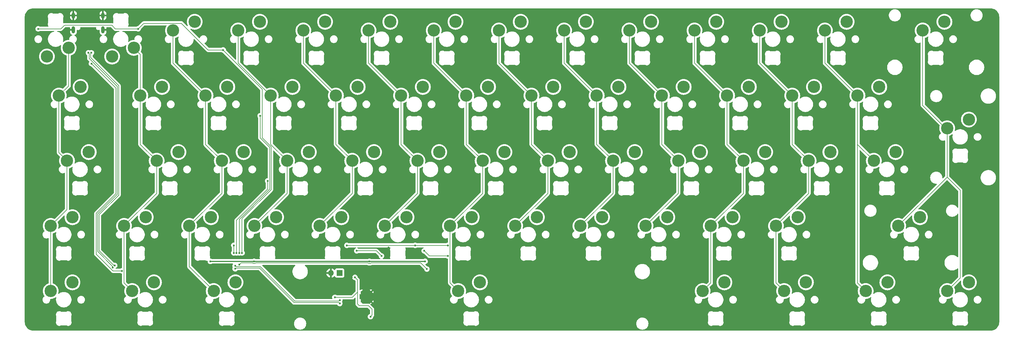
<source format=gbr>
%TF.GenerationSoftware,KiCad,Pcbnew,8.0.3*%
%TF.CreationDate,2024-10-13T01:02:16+08:00*%
%TF.ProjectId,PH60_Rev3,50483630-5f52-4657-9633-2e6b69636164,rev?*%
%TF.SameCoordinates,Original*%
%TF.FileFunction,Copper,L1,Top*%
%TF.FilePolarity,Positive*%
%FSLAX46Y46*%
G04 Gerber Fmt 4.6, Leading zero omitted, Abs format (unit mm)*
G04 Created by KiCad (PCBNEW 8.0.3) date 2024-10-13 01:02:16*
%MOMM*%
%LPD*%
G01*
G04 APERTURE LIST*
%TA.AperFunction,ComponentPad*%
%ADD10C,3.600000*%
%TD*%
%TA.AperFunction,HeatsinkPad*%
%ADD11C,0.500000*%
%TD*%
%TA.AperFunction,HeatsinkPad*%
%ADD12R,3.200000X3.200000*%
%TD*%
%TA.AperFunction,ComponentPad*%
%ADD13R,1.700000X1.700000*%
%TD*%
%TA.AperFunction,ComponentPad*%
%ADD14O,1.700000X1.700000*%
%TD*%
%TA.AperFunction,ComponentPad*%
%ADD15O,1.000000X1.800000*%
%TD*%
%TA.AperFunction,ComponentPad*%
%ADD16O,1.000000X2.100000*%
%TD*%
%TA.AperFunction,ViaPad*%
%ADD17C,0.600000*%
%TD*%
%TA.AperFunction,Conductor*%
%ADD18C,0.300000*%
%TD*%
%TA.AperFunction,Conductor*%
%ADD19C,0.200000*%
%TD*%
G04 APERTURE END LIST*
D10*
%TO.P,S30,1,1*%
%TO.N,col_1*%
X67627500Y-73660000D03*
%TO.P,S30,2,2*%
%TO.N,Net-(D30-A)*%
X73977500Y-71120000D03*
%TD*%
%TO.P,S27,1,1*%
%TO.N,col_12*%
X272415000Y-54610000D03*
%TO.P,S27,2,2*%
%TO.N,Net-(D27-A)*%
X278765000Y-52070000D03*
%TD*%
%TO.P,S42,1,1*%
%TO.N,col_0*%
X36671250Y-92710000D03*
%TO.P,S42,2,2*%
%TO.N,Net-(D42-A)*%
X43021250Y-90170000D03*
%TD*%
%TO.P,S32,1,1*%
%TO.N,col_3*%
X105727500Y-73660000D03*
%TO.P,S32,2,2*%
%TO.N,Net-(D32-A)*%
X112077500Y-71120000D03*
%TD*%
%TO.P,S38,1,1*%
%TO.N,col_9*%
X220027500Y-73660000D03*
%TO.P,S38,2,2*%
%TO.N,Net-(D38-A)*%
X226377500Y-71120000D03*
%TD*%
%TO.P,S35,1,1*%
%TO.N,col_6*%
X162877500Y-73660000D03*
%TO.P,S35,2,2*%
%TO.N,Net-(D35-A)*%
X169227500Y-71120000D03*
%TD*%
%TO.P,S4,1,1*%
%TO.N,col_3*%
X91440000Y-35560000D03*
%TO.P,S4,2,2*%
%TO.N,Net-(D4-A)*%
X97790000Y-33020000D03*
%TD*%
%TO.P,S2,1,1*%
%TO.N,col_1*%
X60960000Y-40640000D03*
%TO.P,S2,2,2*%
%TO.N,Net-(D2-A)*%
X54610000Y-43180000D03*
%TD*%
%TO.P,S22,1,1*%
%TO.N,col_7*%
X177165000Y-54610000D03*
%TO.P,S22,2,2*%
%TO.N,Net-(D22-A)*%
X183515000Y-52070000D03*
%TD*%
%TO.P,S28,1,1*%
%TO.N,col_13*%
X298608750Y-64135000D03*
%TO.P,S28,2,2*%
%TO.N,Net-(D28-A)*%
X304958750Y-61595000D03*
%TD*%
%TO.P,S46,1,1*%
%TO.N,col_4*%
X115252500Y-92710000D03*
%TO.P,S46,2,2*%
%TO.N,Net-(D46-A)*%
X121602500Y-90170000D03*
%TD*%
%TO.P,S1,1,1*%
%TO.N,col_0*%
X41910000Y-40640000D03*
%TO.P,S1,2,2*%
%TO.N,Net-(D1-A)*%
X35560000Y-43180000D03*
%TD*%
%TO.P,S54,1,1*%
%TO.N,col_13*%
X284321250Y-92710000D03*
%TO.P,S54,2,2*%
%TO.N,Net-(D54-A)*%
X290671250Y-90170000D03*
%TD*%
%TO.P,S10,1,1*%
%TO.N,col_9*%
X205740000Y-35560000D03*
%TO.P,S10,2,2*%
%TO.N,Net-(D10-A)*%
X212090000Y-33020000D03*
%TD*%
%TO.P,S34,1,1*%
%TO.N,col_5*%
X143827500Y-73660000D03*
%TO.P,S34,2,2*%
%TO.N,Net-(D34-A)*%
X150177500Y-71120000D03*
%TD*%
%TO.P,S15,1,1*%
%TO.N,col_0*%
X39052500Y-54610000D03*
%TO.P,S15,2,2*%
%TO.N,Net-(D15-A)*%
X45402500Y-52070000D03*
%TD*%
%TO.P,S56,1,1*%
%TO.N,col_1*%
X60483750Y-111760000D03*
%TO.P,S56,2,2*%
%TO.N,Net-(D56-A)*%
X66833750Y-109220000D03*
%TD*%
%TO.P,S20,1,1*%
%TO.N,col_5*%
X139065000Y-54610000D03*
%TO.P,S20,2,2*%
%TO.N,Net-(D20-A)*%
X145415000Y-52070000D03*
%TD*%
%TO.P,S17,1,1*%
%TO.N,col_2*%
X81915000Y-54610000D03*
%TO.P,S17,2,2*%
%TO.N,Net-(D17-A)*%
X88265000Y-52070000D03*
%TD*%
%TO.P,S31,1,1*%
%TO.N,col_2*%
X86677500Y-73660000D03*
%TO.P,S31,2,2*%
%TO.N,Net-(D31-A)*%
X93027500Y-71120000D03*
%TD*%
%TO.P,S48,1,1*%
%TO.N,col_6*%
X153352500Y-92710000D03*
%TO.P,S48,2,2*%
%TO.N,Net-(D48-A)*%
X159702500Y-90170000D03*
%TD*%
%TO.P,S51,1,1*%
%TO.N,col_9*%
X210502500Y-92710000D03*
%TO.P,S51,2,2*%
%TO.N,Net-(D51-A)*%
X216852500Y-90170000D03*
%TD*%
%TO.P,S23,1,1*%
%TO.N,col_8*%
X196215000Y-54610000D03*
%TO.P,S23,2,2*%
%TO.N,Net-(D23-A)*%
X202565000Y-52070000D03*
%TD*%
%TO.P,S50,1,1*%
%TO.N,col_8*%
X191452500Y-92710000D03*
%TO.P,S50,2,2*%
%TO.N,Net-(D50-A)*%
X197802500Y-90170000D03*
%TD*%
%TO.P,S18,1,1*%
%TO.N,col_3*%
X100965000Y-54610000D03*
%TO.P,S18,2,2*%
%TO.N,Net-(D18-A)*%
X107315000Y-52070000D03*
%TD*%
%TO.P,S33,1,1*%
%TO.N,col_4*%
X124777500Y-73660000D03*
%TO.P,S33,2,2*%
%TO.N,Net-(D33-A)*%
X131127500Y-71120000D03*
%TD*%
%TO.P,S61,1,1*%
%TO.N,col_12*%
X274796250Y-111760000D03*
%TO.P,S61,2,2*%
%TO.N,Net-(D61-A)*%
X281146250Y-109220000D03*
%TD*%
%TO.P,S16,1,1*%
%TO.N,col_1*%
X62865000Y-54610000D03*
%TO.P,S16,2,2*%
%TO.N,Net-(D16-A)*%
X69215000Y-52070000D03*
%TD*%
%TO.P,S60,1,1*%
%TO.N,col_11*%
X250983750Y-111760000D03*
%TO.P,S60,2,2*%
%TO.N,Net-(D60-A)*%
X257333750Y-109220000D03*
%TD*%
%TO.P,S58,1,1*%
%TO.N,col_6*%
X155733750Y-111760000D03*
%TO.P,S58,2,2*%
%TO.N,Net-(D58-A)*%
X162083750Y-109220000D03*
%TD*%
%TO.P,S24,1,1*%
%TO.N,col_9*%
X215265000Y-54610000D03*
%TO.P,S24,2,2*%
%TO.N,Net-(D24-A)*%
X221615000Y-52070000D03*
%TD*%
%TO.P,S29,1,1*%
%TO.N,col_0*%
X41433750Y-73660000D03*
%TO.P,S29,2,2*%
%TO.N,Net-(D29-A)*%
X47783750Y-71120000D03*
%TD*%
%TO.P,S37,1,1*%
%TO.N,col_8*%
X200977500Y-73660000D03*
%TO.P,S37,2,2*%
%TO.N,Net-(D37-A)*%
X207327500Y-71120000D03*
%TD*%
%TO.P,S43,1,1*%
%TO.N,col_1*%
X58102500Y-92710000D03*
%TO.P,S43,2,2*%
%TO.N,Net-(D43-A)*%
X64452500Y-90170000D03*
%TD*%
%TO.P,S3,1,1*%
%TO.N,col_2*%
X72390000Y-35560000D03*
%TO.P,S3,2,2*%
%TO.N,Net-(D3-A)*%
X78740000Y-33020000D03*
%TD*%
%TO.P,S36,1,1*%
%TO.N,col_7*%
X181927500Y-73660000D03*
%TO.P,S36,2,2*%
%TO.N,Net-(D36-A)*%
X188277500Y-71120000D03*
%TD*%
%TO.P,S6,1,1*%
%TO.N,col_5*%
X129540000Y-35560000D03*
%TO.P,S6,2,2*%
%TO.N,Net-(D6-A)*%
X135890000Y-33020000D03*
%TD*%
%TO.P,S55,1,1*%
%TO.N,col_0*%
X36671250Y-111760000D03*
%TO.P,S55,2,2*%
%TO.N,Net-(D55-A)*%
X43021250Y-109220000D03*
%TD*%
%TO.P,S25,1,1*%
%TO.N,col_10*%
X234315000Y-54610000D03*
%TO.P,S25,2,2*%
%TO.N,Net-(D25-A)*%
X240665000Y-52070000D03*
%TD*%
%TO.P,S9,1,1*%
%TO.N,col_8*%
X186690000Y-35560000D03*
%TO.P,S9,2,2*%
%TO.N,Net-(D9-A)*%
X193040000Y-33020000D03*
%TD*%
%TO.P,S26,1,1*%
%TO.N,col_11*%
X253365000Y-54610000D03*
%TO.P,S26,2,2*%
%TO.N,Net-(D26-A)*%
X259715000Y-52070000D03*
%TD*%
%TO.P,S11,1,1*%
%TO.N,col_10*%
X224790000Y-35560000D03*
%TO.P,S11,2,2*%
%TO.N,Net-(D11-A)*%
X231140000Y-33020000D03*
%TD*%
%TO.P,S59,1,1*%
%TO.N,col_10*%
X227171250Y-111760000D03*
%TO.P,S59,2,2*%
%TO.N,Net-(D59-A)*%
X233521250Y-109220000D03*
%TD*%
%TO.P,S53,1,1*%
%TO.N,col_11*%
X248602500Y-92710000D03*
%TO.P,S53,2,2*%
%TO.N,Net-(D53-A)*%
X254952500Y-90170000D03*
%TD*%
%TO.P,S12,1,1*%
%TO.N,col_11*%
X243840000Y-35560000D03*
%TO.P,S12,2,2*%
%TO.N,Net-(D12-A)*%
X250190000Y-33020000D03*
%TD*%
%TO.P,S57,1,1*%
%TO.N,col_2*%
X84296250Y-111760000D03*
%TO.P,S57,2,2*%
%TO.N,Net-(D57-A)*%
X90646250Y-109220000D03*
%TD*%
%TO.P,S8,1,1*%
%TO.N,col_7*%
X167640000Y-35560000D03*
%TO.P,S8,2,2*%
%TO.N,Net-(D8-A)*%
X173990000Y-33020000D03*
%TD*%
%TO.P,S13,1,1*%
%TO.N,col_12*%
X262890000Y-35560000D03*
%TO.P,S13,2,2*%
%TO.N,Net-(D13-A)*%
X269240000Y-33020000D03*
%TD*%
%TO.P,S14,1,1*%
%TO.N,col_13*%
X291465000Y-35560000D03*
%TO.P,S14,2,2*%
%TO.N,Net-(D14-A)*%
X297815000Y-33020000D03*
%TD*%
%TO.P,S21,1,1*%
%TO.N,col_6*%
X158115000Y-54610000D03*
%TO.P,S21,2,2*%
%TO.N,Net-(D21-A)*%
X164465000Y-52070000D03*
%TD*%
%TO.P,S19,1,1*%
%TO.N,col_4*%
X120015000Y-54610000D03*
%TO.P,S19,2,2*%
%TO.N,Net-(D19-A)*%
X126365000Y-52070000D03*
%TD*%
%TO.P,S5,1,1*%
%TO.N,col_4*%
X110490000Y-35560000D03*
%TO.P,S5,2,2*%
%TO.N,Net-(D5-A)*%
X116840000Y-33020000D03*
%TD*%
%TO.P,S45,1,1*%
%TO.N,col_3*%
X96202500Y-92710000D03*
%TO.P,S45,2,2*%
%TO.N,Net-(D45-A)*%
X102552500Y-90170000D03*
%TD*%
%TO.P,S62,1,1*%
%TO.N,col_13*%
X298608750Y-111760000D03*
%TO.P,S62,2,2*%
%TO.N,Net-(D62-A)*%
X304958750Y-109220000D03*
%TD*%
%TO.P,S52,1,1*%
%TO.N,col_10*%
X229552500Y-92710000D03*
%TO.P,S52,2,2*%
%TO.N,Net-(D52-A)*%
X235902500Y-90170000D03*
%TD*%
%TO.P,S7,1,1*%
%TO.N,col_6*%
X148590000Y-35560000D03*
%TO.P,S7,2,2*%
%TO.N,Net-(D7-A)*%
X154940000Y-33020000D03*
%TD*%
%TO.P,S41,1,1*%
%TO.N,col_12*%
X277177500Y-73660000D03*
%TO.P,S41,2,2*%
%TO.N,Net-(D41-A)*%
X283527500Y-71120000D03*
%TD*%
%TO.P,S49,1,1*%
%TO.N,col_7*%
X172402500Y-92710000D03*
%TO.P,S49,2,2*%
%TO.N,Net-(D49-A)*%
X178752500Y-90170000D03*
%TD*%
%TO.P,S44,1,1*%
%TO.N,col_2*%
X77152500Y-92710000D03*
%TO.P,S44,2,2*%
%TO.N,Net-(D44-A)*%
X83502500Y-90170000D03*
%TD*%
%TO.P,S39,1,1*%
%TO.N,col_10*%
X239077500Y-73660000D03*
%TO.P,S39,2,2*%
%TO.N,Net-(D39-A)*%
X245427500Y-71120000D03*
%TD*%
%TO.P,S40,1,1*%
%TO.N,col_11*%
X258127500Y-73660000D03*
%TO.P,S40,2,2*%
%TO.N,Net-(D40-A)*%
X264477500Y-71120000D03*
%TD*%
%TO.P,S47,1,1*%
%TO.N,col_5*%
X134302500Y-92710000D03*
%TO.P,S47,2,2*%
%TO.N,Net-(D47-A)*%
X140652500Y-90170000D03*
%TD*%
D11*
%TO.P,U3,57,GND*%
%TO.N,GND*%
X130250000Y-112050000D03*
X127550000Y-112050000D03*
D12*
X128900000Y-113400000D03*
D11*
X130250000Y-114750000D03*
X127550000Y-114750000D03*
%TD*%
D13*
%TO.P,J2,1,Pin_1*%
%TO.N,/~{USB_BOOT}*%
X121087500Y-106500000D03*
D14*
%TO.P,J2,2,Pin_2*%
%TO.N,GND*%
X118547500Y-106500000D03*
%TD*%
D15*
%TO.P,J1,S1,SHIELD*%
%TO.N,GND*%
X43305000Y-31175000D03*
D16*
X43305000Y-35355000D03*
D15*
X51945000Y-31175000D03*
D16*
X51945000Y-35355000D03*
%TD*%
D17*
%TO.N,GND*%
X85381250Y-118050000D03*
X225635000Y-63400000D03*
X173487500Y-99000000D03*
X73235000Y-63400000D03*
X130385000Y-63400000D03*
X187535000Y-63400000D03*
X192537500Y-99000000D03*
X273260000Y-44350000D03*
X130625000Y-41850000D03*
X287547500Y-82450000D03*
X282785000Y-63400000D03*
X166103750Y-120550000D03*
X120860000Y-44350000D03*
X216350000Y-60900000D03*
X73475000Y-41850000D03*
X68472500Y-101500000D03*
X273500000Y-60900000D03*
X102050000Y-60900000D03*
X133587500Y-116210000D03*
X263735000Y-63400000D03*
X40137500Y-60900000D03*
X87522500Y-101500000D03*
X106812500Y-79950000D03*
X97287500Y-99000000D03*
X47299999Y-38575000D03*
X235400000Y-60900000D03*
X254450000Y-60900000D03*
X101810000Y-44350000D03*
X178250000Y-60900000D03*
X292550000Y-41850000D03*
X106572500Y-101500000D03*
X235160000Y-44350000D03*
X135387500Y-99000000D03*
X206585000Y-63400000D03*
X182772500Y-101500000D03*
X211347500Y-82450000D03*
X87762500Y-79950000D03*
X192297500Y-82450000D03*
X308978750Y-120550000D03*
X94666250Y-120550000D03*
X211587500Y-99000000D03*
X299693750Y-118050000D03*
X77997500Y-82450000D03*
X254210000Y-44350000D03*
X228256250Y-118050000D03*
X230637500Y-99000000D03*
X294691250Y-101500000D03*
X285406250Y-99000000D03*
X82760000Y-44350000D03*
X258972500Y-101500000D03*
X263975000Y-41850000D03*
X47041250Y-120550000D03*
X197300000Y-60900000D03*
X168725000Y-41850000D03*
X78237500Y-99000000D03*
X278262500Y-79950000D03*
X70853750Y-120550000D03*
X230397500Y-82450000D03*
X154437500Y-99000000D03*
X275881250Y-118050000D03*
X122587500Y-109000000D03*
X116097500Y-82450000D03*
X159200000Y-60900000D03*
X41825000Y-35075000D03*
X154197500Y-82450000D03*
X168485000Y-63400000D03*
X239922500Y-101500000D03*
X33875000Y-31850000D03*
X92525000Y-41850000D03*
X156818750Y-118050000D03*
X61568750Y-118050000D03*
X37756250Y-99000000D03*
X125622500Y-101500000D03*
X240162500Y-79950000D03*
X252068750Y-118050000D03*
X144672500Y-101075000D03*
X197060000Y-44350000D03*
X121100000Y-60900000D03*
X116337500Y-99000000D03*
X149435000Y-63400000D03*
X83000000Y-60900000D03*
X259212500Y-79950000D03*
X59187500Y-99000000D03*
X125862500Y-79950000D03*
X202062500Y-79950000D03*
X42518750Y-79950000D03*
X216110000Y-44350000D03*
X301835000Y-44350000D03*
X135075000Y-97075000D03*
X63710000Y-31850000D03*
X261353750Y-120550000D03*
X249687500Y-99000000D03*
X225875000Y-41850000D03*
X178010000Y-44350000D03*
X124607500Y-107750000D03*
X113837500Y-108230000D03*
X144912500Y-79950000D03*
X63950000Y-60900000D03*
X268497500Y-82450000D03*
X68712500Y-79950000D03*
X220872500Y-101500000D03*
X92285000Y-63400000D03*
X37756250Y-118050000D03*
X123121814Y-118360000D03*
X244925000Y-41850000D03*
X140150000Y-60900000D03*
X206825000Y-41850000D03*
X163722500Y-101500000D03*
X49422500Y-63400000D03*
X149675000Y-41850000D03*
X299693750Y-70425000D03*
X308978750Y-72925000D03*
X163962500Y-79950000D03*
X111335000Y-63400000D03*
X183012500Y-79950000D03*
X285166250Y-120550000D03*
X140247500Y-118340000D03*
X138987500Y-119600000D03*
X118837500Y-109835758D03*
X111575000Y-41850000D03*
X187775000Y-41850000D03*
X117607500Y-112600000D03*
X131325000Y-106115000D03*
X158960000Y-44350000D03*
X97047500Y-82450000D03*
X173247500Y-82450000D03*
X244685000Y-63400000D03*
X221112500Y-79950000D03*
X237541250Y-120550000D03*
X139910000Y-44350000D03*
X53825000Y-36075000D03*
X47041250Y-101500000D03*
X249447500Y-82450000D03*
X135147500Y-82450000D03*
X201822500Y-101500000D03*
X51803750Y-82450000D03*
%TO.N,VBUS*%
X146075000Y-103075000D03*
X129825000Y-103075000D03*
X83325000Y-103075000D03*
X96099576Y-103075000D03*
%TO.N,+3V3*%
X125567500Y-107750000D03*
X119705608Y-113600000D03*
X130107500Y-119250000D03*
%TO.N,row_0*%
X62230000Y-35070000D03*
X87075000Y-41250000D03*
X92575000Y-100600000D03*
X33020000Y-35070000D03*
%TO.N,row_1*%
X91774997Y-100600000D03*
X97870000Y-60500000D03*
%TO.N,row_2*%
X100075000Y-79550000D03*
X90974994Y-100600000D03*
%TO.N,row_3*%
X90174991Y-100600000D03*
X143192500Y-98400000D03*
X123212500Y-98400000D03*
X152752500Y-98400000D03*
X90174991Y-98400000D03*
%TO.N,/USB_D-*%
X47700000Y-42075000D03*
X121131814Y-115400000D03*
X90575000Y-105250000D03*
X54774479Y-104875521D03*
%TO.N,/USB_D+*%
X121131814Y-114400000D03*
X90575000Y-104400000D03*
X48550000Y-42075000D03*
X55375521Y-104274479D03*
%TO.N,DIN*%
X48577767Y-45244495D03*
X57502500Y-105850000D03*
%TO.N,Net-(RGB46-DOUT)*%
X126100000Y-100000000D03*
X133325000Y-101500000D03*
%TO.N,Net-(RGB47-DOUT)*%
X152752500Y-101500000D03*
X145800368Y-100001103D03*
%TO.N,Net-(RGB54-DOUT)*%
X146575000Y-105320000D03*
X91825000Y-103999999D03*
%TD*%
D18*
%TO.N,VBUS*%
X96099576Y-103075000D02*
X129825000Y-103075000D01*
X146075000Y-103075000D02*
X129825000Y-103075000D01*
X83325000Y-103075000D02*
X96099576Y-103075000D01*
D19*
%TO.N,+3V3*%
X126325000Y-115575000D02*
X126825000Y-116075000D01*
X125567500Y-107750000D02*
X126325000Y-108507500D01*
X126325000Y-112075000D02*
X124800000Y-113600000D01*
X129575000Y-116075000D02*
X130575000Y-117075000D01*
X130575000Y-118782500D02*
X130107500Y-119250000D01*
X124800000Y-113600000D02*
X119705608Y-113600000D01*
X126825000Y-116075000D02*
X129575000Y-116075000D01*
X130575000Y-117075000D02*
X130575000Y-118782500D01*
X126325000Y-112075000D02*
X126325000Y-115575000D01*
X126325000Y-108507500D02*
X126325000Y-112075000D01*
%TO.N,row_0*%
X62230000Y-35070000D02*
X63840000Y-33460000D01*
X101075000Y-82075000D02*
X101075000Y-69573186D01*
X62230000Y-35070000D02*
X55570000Y-35070000D01*
X101075000Y-69573186D02*
X98470000Y-66968186D01*
X98470000Y-52720000D02*
X87075000Y-41325000D01*
X63840000Y-33460000D02*
X74883402Y-33460000D01*
X82673402Y-41250000D02*
X87075000Y-41250000D01*
X92575000Y-90575000D02*
X101075000Y-82075000D01*
X87075000Y-41325000D02*
X87075000Y-41250000D01*
X54505000Y-34005000D02*
X40704286Y-34005000D01*
X98470000Y-66968186D02*
X98470000Y-52720000D01*
X92575000Y-100600000D02*
X92575000Y-90575000D01*
X39639286Y-35070000D02*
X33020000Y-35070000D01*
X40704286Y-34005000D02*
X39639286Y-35070000D01*
X74883402Y-33460000D02*
X82673402Y-41250000D01*
X55570000Y-35070000D02*
X54505000Y-34005000D01*
%TO.N,row_1*%
X91774997Y-90809317D02*
X91774997Y-100600000D01*
X97870000Y-60500000D02*
X97870000Y-66933872D01*
X100675000Y-69738872D02*
X100675000Y-81909314D01*
X97870000Y-66933872D02*
X100675000Y-69738872D01*
X100675000Y-81909314D02*
X91774997Y-90809317D01*
%TO.N,row_2*%
X90974994Y-91043634D02*
X90974994Y-100600000D01*
X100075000Y-81943628D02*
X90974994Y-91043634D01*
X100075000Y-79550000D02*
X100075000Y-81943628D01*
%TO.N,row_3*%
X90174991Y-98400000D02*
X90075000Y-98400000D01*
X152752500Y-98400000D02*
X143192500Y-98400000D01*
X143192500Y-98400000D02*
X123212500Y-98400000D01*
X152752500Y-98505738D02*
X152752500Y-98400000D01*
X90174991Y-100600000D02*
X90174991Y-98400000D01*
%TO.N,/USB_D-*%
X107806801Y-115125001D02*
X97731801Y-105050001D01*
X50350000Y-100168199D02*
X54774479Y-104592678D01*
X47899999Y-42274999D02*
X47899999Y-43718199D01*
X50350000Y-89231800D02*
X50350000Y-100168199D01*
X47700000Y-42075000D02*
X47899999Y-42274999D01*
X56100000Y-51918200D02*
X56100000Y-83481800D01*
X120856815Y-115125001D02*
X107806801Y-115125001D01*
X97731801Y-105050001D02*
X90774999Y-105050001D01*
X54774479Y-104592678D02*
X54774479Y-104875521D01*
X90774999Y-105050001D02*
X90575000Y-105250000D01*
X56100000Y-83481800D02*
X50350000Y-89231800D01*
X47899999Y-43718199D02*
X56100000Y-51918200D01*
X121131814Y-115400000D02*
X120856815Y-115125001D01*
%TO.N,/USB_D+*%
X55092678Y-104274479D02*
X55375521Y-104274479D01*
X56550000Y-83668200D02*
X50800000Y-89418200D01*
X50800000Y-89418200D02*
X50800000Y-99981801D01*
X48350001Y-42274999D02*
X48350001Y-43531801D01*
X50800000Y-99981801D02*
X55092678Y-104274479D01*
X48550000Y-42075000D02*
X48350001Y-42274999D01*
X120856815Y-114674999D02*
X107993199Y-114674999D01*
X121131814Y-114400000D02*
X120856815Y-114674999D01*
X56550000Y-51731800D02*
X56550000Y-83668200D01*
X48350001Y-43531801D02*
X56550000Y-51731800D01*
X90774999Y-104599999D02*
X90575000Y-104400000D01*
X97918199Y-104599999D02*
X90774999Y-104599999D01*
X107993199Y-114674999D02*
X97918199Y-104599999D01*
%TO.N,DIN*%
X55700000Y-52366728D02*
X48577767Y-45244495D01*
X55700000Y-83316114D02*
X55700000Y-52366728D01*
X49950000Y-100950000D02*
X49950000Y-89066114D01*
X57502500Y-105850000D02*
X54850000Y-105850000D01*
X54850000Y-105850000D02*
X49950000Y-100950000D01*
X49950000Y-89066114D02*
X55700000Y-83316114D01*
%TO.N,Net-(RGB46-DOUT)*%
X133325000Y-101500000D02*
X131825000Y-100000000D01*
X131825000Y-100000000D02*
X126100000Y-100000000D01*
%TO.N,Net-(RGB47-DOUT)*%
X147299265Y-101500000D02*
X152752500Y-101500000D01*
X145800368Y-100001103D02*
X147299265Y-101500000D01*
%TO.N,Net-(RGB54-DOUT)*%
X129576471Y-103675000D02*
X130073529Y-103675000D01*
X91825000Y-103999999D02*
X92299999Y-103525000D01*
X144780000Y-103525000D02*
X146575000Y-105320000D01*
X96348105Y-103675000D02*
X96498105Y-103525000D01*
X92299999Y-103525000D02*
X95701047Y-103525000D01*
X95851047Y-103675000D02*
X96348105Y-103675000D01*
X96498105Y-103525000D02*
X129426471Y-103525000D01*
X129426471Y-103525000D02*
X129576471Y-103675000D01*
X95701047Y-103525000D02*
X95851047Y-103675000D01*
X130223529Y-103525000D02*
X144780000Y-103525000D01*
X130073529Y-103675000D02*
X130223529Y-103525000D01*
%TO.N,col_0*%
X36671250Y-92710000D02*
X41433750Y-87947500D01*
X39052500Y-71278750D02*
X39052500Y-54610000D01*
X41433750Y-73660000D02*
X39052500Y-71278750D01*
X41910000Y-51752500D02*
X41910000Y-40640000D01*
X36671250Y-111760000D02*
X36671250Y-92710000D01*
X39052500Y-54610000D02*
X41910000Y-51752500D01*
X41433750Y-87947500D02*
X41433750Y-73660000D01*
%TO.N,col_1*%
X60483750Y-111760000D02*
X58102500Y-109378750D01*
X60960000Y-40640000D02*
X62865000Y-42545000D01*
X62865000Y-68897500D02*
X62865000Y-54610000D01*
X58102500Y-92710000D02*
X67627500Y-83185000D01*
X67627500Y-73660000D02*
X62865000Y-68897500D01*
X62865000Y-42545000D02*
X62865000Y-54610000D01*
X67627500Y-83185000D02*
X67627500Y-73660000D01*
X58102500Y-109378750D02*
X58102500Y-92710000D01*
%TO.N,col_2*%
X77152500Y-92710000D02*
X86677500Y-83185000D01*
X86677500Y-83185000D02*
X86677500Y-73660000D01*
X86677500Y-73660000D02*
X81915000Y-68897500D01*
X81915000Y-68897500D02*
X81915000Y-54610000D01*
X77152500Y-104616250D02*
X77152500Y-92710000D01*
X72390000Y-45085000D02*
X72390000Y-35560000D01*
X81915000Y-54610000D02*
X72390000Y-45085000D01*
X84296250Y-111760000D02*
X77152500Y-104616250D01*
%TO.N,col_3*%
X100965000Y-54610000D02*
X91440000Y-45085000D01*
X96202500Y-92710000D02*
X105727500Y-83185000D01*
X105727500Y-83185000D02*
X105727500Y-73660000D01*
X100965000Y-68897500D02*
X100965000Y-54610000D01*
X105727500Y-73660000D02*
X100965000Y-68897500D01*
X91440000Y-45085000D02*
X91440000Y-35560000D01*
%TO.N,col_4*%
X110490000Y-45085000D02*
X110490000Y-35560000D01*
X115252500Y-92710000D02*
X124777500Y-83185000D01*
X120015000Y-54610000D02*
X110490000Y-45085000D01*
X124777500Y-83185000D02*
X124777500Y-73660000D01*
X124777500Y-73660000D02*
X120015000Y-68897500D01*
X120015000Y-68897500D02*
X120015000Y-54610000D01*
%TO.N,col_5*%
X139065000Y-54610000D02*
X129540000Y-45085000D01*
X129540000Y-45085000D02*
X129540000Y-35560000D01*
X139065000Y-68897500D02*
X139065000Y-54610000D01*
X143827500Y-83185000D02*
X143827500Y-73660000D01*
X134302500Y-92710000D02*
X143827500Y-83185000D01*
X143827500Y-73660000D02*
X139065000Y-68897500D01*
%TO.N,col_6*%
X162877500Y-83185000D02*
X162877500Y-73660000D01*
X153352500Y-92710000D02*
X162877500Y-83185000D01*
X148590000Y-45085000D02*
X148590000Y-35560000D01*
X155733750Y-111760000D02*
X153352500Y-109378750D01*
X153352500Y-109378750D02*
X153352500Y-92710000D01*
X158115000Y-54610000D02*
X148590000Y-45085000D01*
X162877500Y-73660000D02*
X158115000Y-68897500D01*
X158115000Y-68897500D02*
X158115000Y-54610000D01*
%TO.N,col_7*%
X181927500Y-83185000D02*
X181927500Y-73660000D01*
X177165000Y-68897500D02*
X177165000Y-54610000D01*
X167640000Y-45085000D02*
X167640000Y-35560000D01*
X181927500Y-73660000D02*
X177165000Y-68897500D01*
X177165000Y-54610000D02*
X167640000Y-45085000D01*
X172402500Y-92710000D02*
X181927500Y-83185000D01*
%TO.N,col_8*%
X196215000Y-68897500D02*
X196215000Y-54610000D01*
X200977500Y-73660000D02*
X196215000Y-68897500D01*
X191452500Y-92710000D02*
X200977500Y-83185000D01*
X186690000Y-45085000D02*
X186690000Y-35560000D01*
X196215000Y-54610000D02*
X186690000Y-45085000D01*
X200977500Y-83185000D02*
X200977500Y-73660000D01*
%TO.N,col_9*%
X215265000Y-54610000D02*
X205740000Y-45085000D01*
X210502500Y-92710000D02*
X220027500Y-83185000D01*
X215265000Y-68897500D02*
X215265000Y-54610000D01*
X220027500Y-83185000D02*
X220027500Y-73660000D01*
X205740000Y-45085000D02*
X205740000Y-35560000D01*
X220027500Y-73660000D02*
X215265000Y-68897500D01*
%TO.N,col_10*%
X234315000Y-54610000D02*
X224790000Y-45085000D01*
X239077500Y-83185000D02*
X239077500Y-73660000D01*
X229552500Y-92710000D02*
X239077500Y-83185000D01*
X227171250Y-111760000D02*
X229552500Y-109378750D01*
X229552500Y-109378750D02*
X229552500Y-92710000D01*
X224790000Y-45085000D02*
X224790000Y-35560000D01*
X234315000Y-68897500D02*
X234315000Y-54610000D01*
X239077500Y-73660000D02*
X234315000Y-68897500D01*
%TO.N,col_11*%
X258127500Y-83185000D02*
X258127500Y-73660000D01*
X243840000Y-45085000D02*
X243840000Y-35560000D01*
X253365000Y-54610000D02*
X243840000Y-45085000D01*
X253365000Y-68897500D02*
X253365000Y-54610000D01*
X250983750Y-111760000D02*
X248602500Y-109378750D01*
X248602500Y-92710000D02*
X258127500Y-83185000D01*
X248602500Y-109378750D02*
X248602500Y-92710000D01*
X258127500Y-73660000D02*
X253365000Y-68897500D01*
%TO.N,col_12*%
X274796250Y-111760000D02*
X272415000Y-109378750D01*
X277177500Y-73660000D02*
X272415000Y-68897500D01*
X272415000Y-109378750D02*
X272415000Y-68897500D01*
X272415000Y-68897500D02*
X272415000Y-54610000D01*
X262890000Y-45085000D02*
X262890000Y-35560000D01*
X272415000Y-54610000D02*
X262890000Y-45085000D01*
%TO.N,col_13*%
X302413150Y-107955600D02*
X302413150Y-82226900D01*
X298608750Y-64135000D02*
X298146338Y-64135000D01*
X298146338Y-64135000D02*
X291465000Y-57453662D01*
X298608750Y-78422500D02*
X298608750Y-64135000D01*
X302413150Y-82226900D02*
X298608750Y-78422500D01*
X298608750Y-111760000D02*
X302413150Y-107955600D01*
X291465000Y-57453662D02*
X291465000Y-35560000D01*
X284321250Y-92710000D02*
X298608750Y-78422500D01*
%TD*%
%TA.AperFunction,Conductor*%
%TO.N,GND*%
G36*
X135867952Y-99020185D02*
G01*
X135913707Y-99072989D01*
X135923651Y-99142147D01*
X135911944Y-99179709D01*
X135877114Y-99249755D01*
X135826759Y-99425261D01*
X135826757Y-99425274D01*
X135809003Y-99606995D01*
X135824439Y-99788935D01*
X135824439Y-99788940D01*
X135872555Y-99965076D01*
X135872560Y-99965090D01*
X135879795Y-99980166D01*
X135880225Y-99981234D01*
X135883439Y-99987915D01*
X135883440Y-99987916D01*
X135899739Y-100021790D01*
X135912001Y-100075553D01*
X135912001Y-101424419D01*
X135899794Y-101478069D01*
X135899720Y-101478223D01*
X135893488Y-101491209D01*
X135889261Y-101499996D01*
X135880227Y-101518774D01*
X135880060Y-101519186D01*
X135872519Y-101534902D01*
X135872517Y-101534908D01*
X135872517Y-101534909D01*
X135824400Y-101711058D01*
X135824399Y-101711061D01*
X135824399Y-101711064D01*
X135808963Y-101893008D01*
X135826718Y-102074742D01*
X135826719Y-102074745D01*
X135877078Y-102250261D01*
X135879123Y-102255526D01*
X135876549Y-102256525D01*
X135886859Y-102313811D01*
X135860091Y-102378350D01*
X135802681Y-102418172D01*
X135763575Y-102424500D01*
X133788689Y-102424500D01*
X133721650Y-102404815D01*
X133675895Y-102352011D01*
X133665951Y-102282853D01*
X133694976Y-102219297D01*
X133722717Y-102195506D01*
X133827262Y-102129816D01*
X133954816Y-102002262D01*
X134050789Y-101849522D01*
X134110368Y-101679255D01*
X134110736Y-101675988D01*
X134130565Y-101500003D01*
X134130565Y-101499996D01*
X134110369Y-101320750D01*
X134110368Y-101320745D01*
X134078825Y-101230600D01*
X134050789Y-101150478D01*
X133954816Y-100997738D01*
X133827262Y-100870184D01*
X133694034Y-100786471D01*
X133674521Y-100774210D01*
X133504249Y-100714630D01*
X133417330Y-100704837D01*
X133352916Y-100677770D01*
X133343533Y-100669298D01*
X132312590Y-99638355D01*
X132312588Y-99638352D01*
X132193717Y-99519481D01*
X132193709Y-99519475D01*
X132091936Y-99460717D01*
X132091934Y-99460716D01*
X132056790Y-99440425D01*
X132056789Y-99440424D01*
X132044263Y-99437067D01*
X131904057Y-99399499D01*
X131745943Y-99399499D01*
X131738347Y-99399499D01*
X131738331Y-99399500D01*
X126682412Y-99399500D01*
X126615373Y-99379815D01*
X126605097Y-99372445D01*
X126602263Y-99370185D01*
X126602262Y-99370184D01*
X126516540Y-99316321D01*
X126449521Y-99274210D01*
X126356160Y-99241542D01*
X126299383Y-99200820D01*
X126273636Y-99135867D01*
X126287092Y-99067306D01*
X126335479Y-99016903D01*
X126397114Y-99000500D01*
X135800913Y-99000500D01*
X135867952Y-99020185D01*
G37*
%TD.AperFunction*%
%TA.AperFunction,Conductor*%
G36*
X42248039Y-34625185D02*
G01*
X42293794Y-34677989D01*
X42305000Y-34729500D01*
X42305000Y-35105000D01*
X43005000Y-35105000D01*
X43005000Y-35605000D01*
X42305000Y-35605000D01*
X42305000Y-36003495D01*
X42343427Y-36196681D01*
X42343430Y-36196693D01*
X42418807Y-36378671D01*
X42418814Y-36378684D01*
X42528248Y-36542462D01*
X42528251Y-36542466D01*
X42667533Y-36681748D01*
X42667537Y-36681751D01*
X42831315Y-36791185D01*
X42831322Y-36791189D01*
X42843710Y-36796320D01*
X42898114Y-36840161D01*
X42920180Y-36906454D01*
X42902902Y-36974154D01*
X42851765Y-37021765D01*
X42834578Y-37028813D01*
X42747957Y-37056958D01*
X42590109Y-37137386D01*
X42517433Y-37190189D01*
X42446786Y-37241517D01*
X42446784Y-37241519D01*
X42446783Y-37241519D01*
X42321519Y-37366783D01*
X42321519Y-37366784D01*
X42321517Y-37366786D01*
X42305359Y-37389026D01*
X42217386Y-37510109D01*
X42136957Y-37667957D01*
X42136956Y-37667960D01*
X42082214Y-37836443D01*
X42054500Y-38011421D01*
X42054500Y-38188576D01*
X42055104Y-38192392D01*
X42046144Y-38261685D01*
X42001144Y-38315133D01*
X41934391Y-38335768D01*
X41924529Y-38335516D01*
X41910000Y-38334564D01*
X41609080Y-38354287D01*
X41609079Y-38354287D01*
X41609069Y-38354288D01*
X41313316Y-38413118D01*
X41313301Y-38413122D01*
X41027752Y-38510053D01*
X41027731Y-38510062D01*
X40757286Y-38643431D01*
X40757279Y-38643435D01*
X40506540Y-38810973D01*
X40464654Y-38847706D01*
X40401272Y-38877108D01*
X40332055Y-38867575D01*
X40278981Y-38822135D01*
X40258898Y-38755214D01*
X40263120Y-38722389D01*
X40311993Y-38539993D01*
X40350500Y-38247506D01*
X40350500Y-37952494D01*
X40311993Y-37660007D01*
X40235639Y-37375048D01*
X40122743Y-37102493D01*
X40105600Y-37072801D01*
X39975238Y-36847006D01*
X39795647Y-36612959D01*
X39795641Y-36612952D01*
X39587047Y-36404358D01*
X39587040Y-36404352D01*
X39352993Y-36224761D01*
X39097510Y-36077258D01*
X39097500Y-36077254D01*
X38824961Y-35964364D01*
X38824954Y-35964362D01*
X38824952Y-35964361D01*
X38638023Y-35914273D01*
X38578364Y-35877910D01*
X38547835Y-35815063D01*
X38556130Y-35745688D01*
X38600615Y-35691810D01*
X38667167Y-35670535D01*
X38670118Y-35670500D01*
X39552617Y-35670500D01*
X39552633Y-35670501D01*
X39560229Y-35670501D01*
X39718340Y-35670501D01*
X39718343Y-35670501D01*
X39871071Y-35629577D01*
X39921190Y-35600639D01*
X40008002Y-35550520D01*
X40119806Y-35438716D01*
X40119806Y-35438714D01*
X40130014Y-35428507D01*
X40130015Y-35428504D01*
X40916702Y-34641819D01*
X40978025Y-34608334D01*
X41004383Y-34605500D01*
X42181000Y-34605500D01*
X42248039Y-34625185D01*
G37*
%TD.AperFunction*%
%TA.AperFunction,Conductor*%
G36*
X311328736Y-29075726D02*
G01*
X311618796Y-29093271D01*
X311633659Y-29095076D01*
X311915798Y-29146780D01*
X311930335Y-29150363D01*
X312204172Y-29235695D01*
X312218163Y-29241000D01*
X312479743Y-29358727D01*
X312492989Y-29365680D01*
X312738465Y-29514075D01*
X312750776Y-29522573D01*
X312976573Y-29699473D01*
X312987781Y-29709403D01*
X313190596Y-29912218D01*
X313200526Y-29923426D01*
X313258811Y-29997821D01*
X313320481Y-30076538D01*
X313377422Y-30149217D01*
X313385928Y-30161540D01*
X313534316Y-30407004D01*
X313541275Y-30420263D01*
X313658997Y-30681831D01*
X313664306Y-30695832D01*
X313749635Y-30969663D01*
X313753219Y-30984201D01*
X313804923Y-31266340D01*
X313806728Y-31281205D01*
X313824274Y-31571263D01*
X313824500Y-31578750D01*
X313824500Y-120821249D01*
X313824274Y-120828736D01*
X313806728Y-121118794D01*
X313804923Y-121133659D01*
X313753219Y-121415798D01*
X313749635Y-121430336D01*
X313664306Y-121704167D01*
X313658997Y-121718168D01*
X313541275Y-121979736D01*
X313534316Y-121992995D01*
X313385928Y-122238459D01*
X313377422Y-122250782D01*
X313200526Y-122476573D01*
X313190596Y-122487781D01*
X312987781Y-122690596D01*
X312976573Y-122700526D01*
X312750782Y-122877422D01*
X312738459Y-122885928D01*
X312492995Y-123034316D01*
X312479736Y-123041275D01*
X312218168Y-123158997D01*
X312204167Y-123164306D01*
X311930336Y-123249635D01*
X311915798Y-123253219D01*
X311633659Y-123304923D01*
X311618794Y-123306728D01*
X311328736Y-123324274D01*
X311321249Y-123324500D01*
X31578751Y-123324500D01*
X31571264Y-123324274D01*
X31281205Y-123306728D01*
X31266340Y-123304923D01*
X30984201Y-123253219D01*
X30969663Y-123249635D01*
X30695832Y-123164306D01*
X30681831Y-123158997D01*
X30420263Y-123041275D01*
X30407004Y-123034316D01*
X30161540Y-122885928D01*
X30149217Y-122877422D01*
X29923426Y-122700526D01*
X29912218Y-122690596D01*
X29709403Y-122487781D01*
X29699473Y-122476573D01*
X29684544Y-122457517D01*
X29522573Y-122250776D01*
X29514075Y-122238465D01*
X29365680Y-121992989D01*
X29358727Y-121979743D01*
X29241000Y-121718163D01*
X29235693Y-121704167D01*
X29213182Y-121631928D01*
X29150363Y-121430335D01*
X29146780Y-121415798D01*
X29125607Y-121300260D01*
X29095075Y-121133657D01*
X29093271Y-121118794D01*
X29075726Y-120828736D01*
X29075500Y-120821249D01*
X29075500Y-118656981D01*
X38177758Y-118656981D01*
X38193189Y-118838911D01*
X38193191Y-118838924D01*
X38241299Y-119015057D01*
X38241302Y-119015064D01*
X38248564Y-119030198D01*
X38249039Y-119031377D01*
X38268486Y-119071786D01*
X38280751Y-119125557D01*
X38280751Y-120474449D01*
X38268491Y-120528210D01*
X38249102Y-120568508D01*
X38248498Y-120570007D01*
X38241329Y-120584947D01*
X38241329Y-120584948D01*
X38241327Y-120584952D01*
X38241327Y-120584954D01*
X38193220Y-120761089D01*
X38193219Y-120761092D01*
X38193218Y-120761099D01*
X38177788Y-120943022D01*
X38195545Y-121124747D01*
X38195546Y-121124751D01*
X38245904Y-121300258D01*
X38327200Y-121463751D01*
X38436746Y-121609827D01*
X38570925Y-121733660D01*
X38570929Y-121733662D01*
X38570931Y-121733664D01*
X38694256Y-121811552D01*
X38725303Y-121831160D01*
X38894779Y-121899105D01*
X39073755Y-121935250D01*
X39256317Y-121938401D01*
X39436433Y-121908454D01*
X39608153Y-121846399D01*
X39622531Y-121838021D01*
X39623807Y-121837386D01*
X39630156Y-121833676D01*
X39630160Y-121833675D01*
X39657948Y-121817437D01*
X39720507Y-121800500D01*
X39752692Y-121800500D01*
X41202196Y-121800500D01*
X41202212Y-121800501D01*
X41209808Y-121800501D01*
X41241995Y-121800501D01*
X41304555Y-121817439D01*
X41332339Y-121833675D01*
X41338880Y-121837497D01*
X41339779Y-121837944D01*
X41354335Y-121846425D01*
X41526060Y-121908483D01*
X41706182Y-121938430D01*
X41888749Y-121935279D01*
X42067730Y-121899133D01*
X42237211Y-121831186D01*
X42391593Y-121733683D01*
X42525776Y-121609846D01*
X42635325Y-121463765D01*
X42716623Y-121300268D01*
X42766983Y-121124756D01*
X42784740Y-120943027D01*
X42784740Y-120943022D01*
X42784740Y-120943021D01*
X42774052Y-120817004D01*
X42769310Y-120761086D01*
X42721200Y-120584944D01*
X42713980Y-120569900D01*
X42713402Y-120568461D01*
X42694027Y-120528223D01*
X42681749Y-120474426D01*
X42681749Y-119125574D01*
X42694028Y-119071774D01*
X42697581Y-119064395D01*
X42710263Y-119038061D01*
X42710263Y-119038058D01*
X42713280Y-119031794D01*
X42714042Y-119029898D01*
X42721169Y-119015048D01*
X42763093Y-118861554D01*
X42769277Y-118838915D01*
X42769277Y-118838914D01*
X42769278Y-118838911D01*
X42780767Y-118703443D01*
X42784708Y-118656981D01*
X61990258Y-118656981D01*
X62005689Y-118838911D01*
X62005691Y-118838924D01*
X62053799Y-119015057D01*
X62053802Y-119015064D01*
X62061064Y-119030198D01*
X62061539Y-119031377D01*
X62080986Y-119071786D01*
X62093251Y-119125557D01*
X62093251Y-120474449D01*
X62080991Y-120528210D01*
X62061602Y-120568508D01*
X62060998Y-120570007D01*
X62053829Y-120584947D01*
X62053829Y-120584948D01*
X62053827Y-120584952D01*
X62053827Y-120584954D01*
X62005720Y-120761089D01*
X62005719Y-120761092D01*
X62005718Y-120761099D01*
X61990288Y-120943022D01*
X62008045Y-121124747D01*
X62008046Y-121124751D01*
X62058404Y-121300258D01*
X62139700Y-121463751D01*
X62249246Y-121609827D01*
X62383425Y-121733660D01*
X62383429Y-121733662D01*
X62383431Y-121733664D01*
X62506756Y-121811552D01*
X62537803Y-121831160D01*
X62707279Y-121899105D01*
X62886255Y-121935250D01*
X63068817Y-121938401D01*
X63248933Y-121908454D01*
X63420653Y-121846399D01*
X63435031Y-121838021D01*
X63436307Y-121837386D01*
X63442656Y-121833676D01*
X63442660Y-121833675D01*
X63470448Y-121817437D01*
X63533007Y-121800500D01*
X63565192Y-121800500D01*
X65014696Y-121800500D01*
X65014712Y-121800501D01*
X65022308Y-121800501D01*
X65054495Y-121800501D01*
X65117055Y-121817439D01*
X65144839Y-121833675D01*
X65151380Y-121837497D01*
X65152279Y-121837944D01*
X65166835Y-121846425D01*
X65338560Y-121908483D01*
X65518682Y-121938430D01*
X65701249Y-121935279D01*
X65880230Y-121899133D01*
X66049711Y-121831186D01*
X66204093Y-121733683D01*
X66338276Y-121609846D01*
X66447825Y-121463765D01*
X66529123Y-121300268D01*
X66579483Y-121124756D01*
X66597240Y-120943027D01*
X66597240Y-120943022D01*
X66597240Y-120943021D01*
X66586552Y-120817004D01*
X66581810Y-120761086D01*
X66533700Y-120584944D01*
X66526480Y-120569900D01*
X66525902Y-120568461D01*
X66506527Y-120528223D01*
X66494249Y-120474426D01*
X66494249Y-119125574D01*
X66506528Y-119071774D01*
X66510081Y-119064395D01*
X66522763Y-119038061D01*
X66522763Y-119038058D01*
X66525780Y-119031794D01*
X66526542Y-119029898D01*
X66533669Y-119015048D01*
X66575593Y-118861554D01*
X66581777Y-118838915D01*
X66581777Y-118838914D01*
X66581778Y-118838911D01*
X66593267Y-118703443D01*
X66597208Y-118656981D01*
X85802758Y-118656981D01*
X85818189Y-118838911D01*
X85818191Y-118838924D01*
X85866299Y-119015057D01*
X85866302Y-119015064D01*
X85873564Y-119030198D01*
X85874039Y-119031377D01*
X85893486Y-119071786D01*
X85905751Y-119125557D01*
X85905751Y-120474449D01*
X85893491Y-120528210D01*
X85874102Y-120568508D01*
X85873498Y-120570007D01*
X85866329Y-120584947D01*
X85866329Y-120584948D01*
X85866327Y-120584952D01*
X85866327Y-120584954D01*
X85818220Y-120761089D01*
X85818219Y-120761092D01*
X85818218Y-120761099D01*
X85802788Y-120943022D01*
X85820545Y-121124747D01*
X85820546Y-121124751D01*
X85870904Y-121300258D01*
X85952200Y-121463751D01*
X86061746Y-121609827D01*
X86195925Y-121733660D01*
X86195929Y-121733662D01*
X86195931Y-121733664D01*
X86319256Y-121811552D01*
X86350303Y-121831160D01*
X86519779Y-121899105D01*
X86698755Y-121935250D01*
X86881317Y-121938401D01*
X87061433Y-121908454D01*
X87233153Y-121846399D01*
X87247531Y-121838021D01*
X87248807Y-121837386D01*
X87255156Y-121833676D01*
X87255160Y-121833675D01*
X87282948Y-121817437D01*
X87345507Y-121800500D01*
X87377692Y-121800500D01*
X88827196Y-121800500D01*
X88827212Y-121800501D01*
X88834808Y-121800501D01*
X88866995Y-121800501D01*
X88929555Y-121817439D01*
X88957339Y-121833675D01*
X88963880Y-121837497D01*
X88964779Y-121837944D01*
X88979335Y-121846425D01*
X89151060Y-121908483D01*
X89331182Y-121938430D01*
X89513749Y-121935279D01*
X89692730Y-121899133D01*
X89862211Y-121831186D01*
X90016593Y-121733683D01*
X90150776Y-121609846D01*
X90260325Y-121463765D01*
X90341623Y-121300268D01*
X90379378Y-121168685D01*
X107769250Y-121168685D01*
X107769250Y-121401314D01*
X107792865Y-121580680D01*
X107799613Y-121631930D01*
X107829715Y-121744274D01*
X107859818Y-121856620D01*
X107948833Y-122071521D01*
X107948838Y-122071532D01*
X108065137Y-122272966D01*
X108065148Y-122272982D01*
X108206746Y-122457517D01*
X108206752Y-122457524D01*
X108371225Y-122621997D01*
X108371231Y-122622002D01*
X108555776Y-122763608D01*
X108555783Y-122763612D01*
X108757217Y-122879911D01*
X108757222Y-122879913D01*
X108757225Y-122879915D01*
X108762375Y-122882048D01*
X108972129Y-122968931D01*
X108972130Y-122968931D01*
X108972132Y-122968932D01*
X109196820Y-123029137D01*
X109427443Y-123059500D01*
X109427450Y-123059500D01*
X109660050Y-123059500D01*
X109660057Y-123059500D01*
X109890680Y-123029137D01*
X110115368Y-122968932D01*
X110330275Y-122879915D01*
X110531724Y-122763608D01*
X110716269Y-122622002D01*
X110880752Y-122457519D01*
X111022358Y-122272974D01*
X111138665Y-122071525D01*
X111227682Y-121856618D01*
X111287887Y-121631930D01*
X111318250Y-121401307D01*
X111318250Y-121168693D01*
X111287887Y-120938070D01*
X111227682Y-120713382D01*
X111138665Y-120498475D01*
X111138663Y-120498472D01*
X111138661Y-120498467D01*
X111022362Y-120297033D01*
X111022358Y-120297026D01*
X110880752Y-120112481D01*
X110880747Y-120112475D01*
X110716274Y-119948002D01*
X110716267Y-119947996D01*
X110531732Y-119806398D01*
X110531730Y-119806396D01*
X110531724Y-119806392D01*
X110531719Y-119806389D01*
X110531716Y-119806387D01*
X110330282Y-119690088D01*
X110330271Y-119690083D01*
X110115370Y-119601068D01*
X110003024Y-119570965D01*
X109890680Y-119540863D01*
X109839430Y-119534115D01*
X109660064Y-119510500D01*
X109660057Y-119510500D01*
X109427443Y-119510500D01*
X109427435Y-119510500D01*
X109222444Y-119537489D01*
X109196820Y-119540863D01*
X109140648Y-119555914D01*
X108972129Y-119601068D01*
X108757228Y-119690083D01*
X108757217Y-119690088D01*
X108555783Y-119806387D01*
X108555767Y-119806398D01*
X108371232Y-119947996D01*
X108371225Y-119948002D01*
X108206752Y-120112475D01*
X108206746Y-120112482D01*
X108065148Y-120297017D01*
X108065137Y-120297033D01*
X107948838Y-120498467D01*
X107948833Y-120498478D01*
X107859818Y-120713379D01*
X107832052Y-120817006D01*
X107800856Y-120933433D01*
X107799613Y-120938071D01*
X107769250Y-121168685D01*
X90379378Y-121168685D01*
X90391983Y-121124756D01*
X90409740Y-120943027D01*
X90409740Y-120943022D01*
X90409740Y-120943021D01*
X90399052Y-120817004D01*
X90394310Y-120761086D01*
X90346200Y-120584944D01*
X90338980Y-120569900D01*
X90338402Y-120568461D01*
X90319027Y-120528223D01*
X90306749Y-120474426D01*
X90306749Y-119125574D01*
X90319028Y-119071774D01*
X90322581Y-119064395D01*
X90335263Y-119038061D01*
X90335263Y-119038058D01*
X90338280Y-119031794D01*
X90339042Y-119029898D01*
X90346169Y-119015048D01*
X90388093Y-118861554D01*
X90394277Y-118838915D01*
X90394277Y-118838914D01*
X90394278Y-118838911D01*
X90405767Y-118703443D01*
X90409708Y-118656979D01*
X90396735Y-118524210D01*
X90391952Y-118475252D01*
X90341594Y-118299744D01*
X90300724Y-118217551D01*
X90260299Y-118136253D01*
X90150752Y-117990176D01*
X90016576Y-117866344D01*
X90016568Y-117866338D01*
X89862199Y-117768844D01*
X89862188Y-117768839D01*
X89692721Y-117700898D01*
X89692716Y-117700896D01*
X89513747Y-117664752D01*
X89409422Y-117662952D01*
X89331182Y-117661602D01*
X89331181Y-117661602D01*
X89331179Y-117661602D01*
X89151067Y-117691548D01*
X88979340Y-117753606D01*
X88964851Y-117762048D01*
X88963534Y-117762705D01*
X88929555Y-117782562D01*
X88866994Y-117799501D01*
X87345508Y-117799501D01*
X87282949Y-117782564D01*
X87255160Y-117766326D01*
X87255158Y-117766325D01*
X87248757Y-117762585D01*
X87247875Y-117762144D01*
X87233168Y-117753575D01*
X87061439Y-117691516D01*
X86881320Y-117661569D01*
X86881319Y-117661569D01*
X86850891Y-117662094D01*
X86698746Y-117664720D01*
X86519772Y-117700865D01*
X86519767Y-117700867D01*
X86350294Y-117768811D01*
X86350283Y-117768816D01*
X86195909Y-117866313D01*
X86195902Y-117866319D01*
X86061721Y-117990155D01*
X85952171Y-118136237D01*
X85870874Y-118299736D01*
X85820516Y-118475244D01*
X85820515Y-118475251D01*
X85802758Y-118656981D01*
X66597208Y-118656981D01*
X66597208Y-118656979D01*
X66584235Y-118524210D01*
X66579452Y-118475252D01*
X66529094Y-118299744D01*
X66488224Y-118217551D01*
X66447799Y-118136253D01*
X66338252Y-117990176D01*
X66204076Y-117866344D01*
X66204068Y-117866338D01*
X66049699Y-117768844D01*
X66049688Y-117768839D01*
X65880221Y-117700898D01*
X65880216Y-117700896D01*
X65701247Y-117664752D01*
X65596922Y-117662952D01*
X65518682Y-117661602D01*
X65518681Y-117661602D01*
X65518679Y-117661602D01*
X65338567Y-117691548D01*
X65166840Y-117753606D01*
X65152351Y-117762048D01*
X65151034Y-117762705D01*
X65117055Y-117782562D01*
X65054494Y-117799501D01*
X63533008Y-117799501D01*
X63470449Y-117782564D01*
X63442660Y-117766326D01*
X63442658Y-117766325D01*
X63436257Y-117762585D01*
X63435375Y-117762144D01*
X63420668Y-117753575D01*
X63248939Y-117691516D01*
X63068820Y-117661569D01*
X63068819Y-117661569D01*
X63038391Y-117662094D01*
X62886246Y-117664720D01*
X62707272Y-117700865D01*
X62707267Y-117700867D01*
X62537794Y-117768811D01*
X62537783Y-117768816D01*
X62383409Y-117866313D01*
X62383402Y-117866319D01*
X62249221Y-117990155D01*
X62139671Y-118136237D01*
X62058374Y-118299736D01*
X62008016Y-118475244D01*
X62008015Y-118475251D01*
X61990258Y-118656981D01*
X42784708Y-118656981D01*
X42784708Y-118656979D01*
X42771735Y-118524210D01*
X42766952Y-118475252D01*
X42716594Y-118299744D01*
X42675724Y-118217551D01*
X42635299Y-118136253D01*
X42525752Y-117990176D01*
X42391576Y-117866344D01*
X42391568Y-117866338D01*
X42237199Y-117768844D01*
X42237188Y-117768839D01*
X42067721Y-117700898D01*
X42067716Y-117700896D01*
X41888747Y-117664752D01*
X41784422Y-117662952D01*
X41706182Y-117661602D01*
X41706181Y-117661602D01*
X41706179Y-117661602D01*
X41526067Y-117691548D01*
X41354340Y-117753606D01*
X41339851Y-117762048D01*
X41338534Y-117762705D01*
X41304555Y-117782562D01*
X41241994Y-117799501D01*
X39720508Y-117799501D01*
X39657949Y-117782564D01*
X39630160Y-117766326D01*
X39630158Y-117766325D01*
X39623757Y-117762585D01*
X39622875Y-117762144D01*
X39608168Y-117753575D01*
X39436439Y-117691516D01*
X39256320Y-117661569D01*
X39256319Y-117661569D01*
X39225891Y-117662094D01*
X39073746Y-117664720D01*
X38894772Y-117700865D01*
X38894767Y-117700867D01*
X38725294Y-117768811D01*
X38725283Y-117768816D01*
X38570909Y-117866313D01*
X38570902Y-117866319D01*
X38436721Y-117990155D01*
X38327171Y-118136237D01*
X38245874Y-118299736D01*
X38195516Y-118475244D01*
X38195515Y-118475251D01*
X38177758Y-118656981D01*
X29075500Y-118656981D01*
X29075500Y-43180000D01*
X33254564Y-43180000D01*
X33274287Y-43480918D01*
X33274288Y-43480930D01*
X33333118Y-43776683D01*
X33333122Y-43776698D01*
X33430053Y-44062247D01*
X33430062Y-44062268D01*
X33563431Y-44332713D01*
X33563435Y-44332720D01*
X33730973Y-44583459D01*
X33929810Y-44810189D01*
X34156540Y-45009026D01*
X34407279Y-45176564D01*
X34407286Y-45176568D01*
X34677731Y-45309937D01*
X34677736Y-45309939D01*
X34677748Y-45309945D01*
X34963309Y-45406880D01*
X35163251Y-45446651D01*
X35259069Y-45465711D01*
X35259070Y-45465711D01*
X35259080Y-45465713D01*
X35560000Y-45485436D01*
X35860920Y-45465713D01*
X36156691Y-45406880D01*
X36442252Y-45309945D01*
X36712718Y-45176566D01*
X36963461Y-45009025D01*
X37190189Y-44810189D01*
X37389025Y-44583461D01*
X37556566Y-44332718D01*
X37689945Y-44062252D01*
X37786880Y-43776691D01*
X37845713Y-43480920D01*
X37865436Y-43180000D01*
X37845713Y-42879080D01*
X37843286Y-42866881D01*
X37824005Y-42769946D01*
X37786880Y-42583309D01*
X37689945Y-42297748D01*
X37678854Y-42275258D01*
X37556568Y-42027286D01*
X37556564Y-42027279D01*
X37389026Y-41776540D01*
X37190189Y-41549810D01*
X36963459Y-41350973D01*
X36712720Y-41183435D01*
X36712713Y-41183431D01*
X36442268Y-41050062D01*
X36442247Y-41050053D01*
X36156698Y-40953122D01*
X36156692Y-40953120D01*
X36156691Y-40953120D01*
X36156689Y-40953119D01*
X36156683Y-40953118D01*
X35860930Y-40894288D01*
X35860921Y-40894287D01*
X35860920Y-40894287D01*
X35560000Y-40874564D01*
X35259080Y-40894287D01*
X35259079Y-40894287D01*
X35259069Y-40894288D01*
X34963316Y-40953118D01*
X34963301Y-40953122D01*
X34677752Y-41050053D01*
X34677731Y-41050062D01*
X34407286Y-41183431D01*
X34407279Y-41183435D01*
X34156540Y-41350973D01*
X33929810Y-41549810D01*
X33730973Y-41776540D01*
X33563435Y-42027279D01*
X33563431Y-42027286D01*
X33430062Y-42297731D01*
X33430053Y-42297752D01*
X33333122Y-42583301D01*
X33333118Y-42583316D01*
X33274288Y-42879069D01*
X33274287Y-42879081D01*
X33254564Y-43180000D01*
X29075500Y-43180000D01*
X29075500Y-38011421D01*
X31894500Y-38011421D01*
X31894500Y-38188578D01*
X31922214Y-38363556D01*
X31976956Y-38532039D01*
X31976957Y-38532042D01*
X32033714Y-38643431D01*
X32057386Y-38689890D01*
X32161517Y-38833214D01*
X32286786Y-38958483D01*
X32430110Y-39062614D01*
X32433757Y-39064472D01*
X32587957Y-39143042D01*
X32587960Y-39143043D01*
X32661703Y-39167003D01*
X32756445Y-39197786D01*
X32931421Y-39225500D01*
X32931422Y-39225500D01*
X33108578Y-39225500D01*
X33108579Y-39225500D01*
X33283555Y-39197786D01*
X33452042Y-39143042D01*
X33609890Y-39062614D01*
X33753214Y-38958483D01*
X33878483Y-38833214D01*
X33982614Y-38689890D01*
X34063042Y-38532042D01*
X34117786Y-38363555D01*
X34145500Y-38188579D01*
X34145500Y-38011421D01*
X34117786Y-37836445D01*
X34090414Y-37752201D01*
X34063043Y-37667960D01*
X34063042Y-37667957D01*
X34022061Y-37587529D01*
X33982614Y-37510110D01*
X33878483Y-37366786D01*
X33753214Y-37241517D01*
X33609890Y-37137386D01*
X33606242Y-37135527D01*
X33452042Y-37056957D01*
X33452039Y-37056956D01*
X33283556Y-37002214D01*
X33196067Y-36988357D01*
X33108579Y-36974500D01*
X32931421Y-36974500D01*
X32873095Y-36983738D01*
X32756443Y-37002214D01*
X32587960Y-37056956D01*
X32587957Y-37056957D01*
X32430109Y-37137386D01*
X32357433Y-37190189D01*
X32286786Y-37241517D01*
X32286784Y-37241519D01*
X32286783Y-37241519D01*
X32161519Y-37366783D01*
X32161519Y-37366784D01*
X32161517Y-37366786D01*
X32145359Y-37389026D01*
X32057386Y-37510109D01*
X31976957Y-37667957D01*
X31976956Y-37667960D01*
X31922214Y-37836443D01*
X31894500Y-38011421D01*
X29075500Y-38011421D01*
X29075500Y-35069996D01*
X32214435Y-35069996D01*
X32214435Y-35070003D01*
X32234630Y-35249249D01*
X32234631Y-35249254D01*
X32294211Y-35419523D01*
X32376523Y-35550521D01*
X32390184Y-35572262D01*
X32517738Y-35699816D01*
X32670478Y-35795789D01*
X32823072Y-35849184D01*
X32840745Y-35855368D01*
X32840750Y-35855369D01*
X33019996Y-35875565D01*
X33020000Y-35875565D01*
X33020004Y-35875565D01*
X33199249Y-35855369D01*
X33199252Y-35855368D01*
X33199255Y-35855368D01*
X33369522Y-35795789D01*
X33522262Y-35699816D01*
X33522267Y-35699810D01*
X33525097Y-35697555D01*
X33527275Y-35696665D01*
X33528158Y-35696111D01*
X33528255Y-35696265D01*
X33589783Y-35671145D01*
X33602412Y-35670500D01*
X37529882Y-35670500D01*
X37596921Y-35690185D01*
X37642676Y-35742989D01*
X37652620Y-35812147D01*
X37623595Y-35875703D01*
X37564817Y-35913477D01*
X37562020Y-35914262D01*
X37375048Y-35964361D01*
X37375038Y-35964364D01*
X37102499Y-36077254D01*
X37102489Y-36077258D01*
X36847006Y-36224761D01*
X36612959Y-36404352D01*
X36612952Y-36404358D01*
X36404358Y-36612952D01*
X36404352Y-36612959D01*
X36224761Y-36847006D01*
X36077258Y-37102489D01*
X36077254Y-37102499D01*
X35964364Y-37375038D01*
X35964361Y-37375048D01*
X35928172Y-37510110D01*
X35888008Y-37660004D01*
X35888006Y-37660015D01*
X35849500Y-37952486D01*
X35849500Y-38247513D01*
X35871304Y-38413122D01*
X35888007Y-38539993D01*
X35960616Y-38810975D01*
X35964361Y-38824951D01*
X35964364Y-38824961D01*
X36077254Y-39097500D01*
X36077258Y-39097510D01*
X36224761Y-39352993D01*
X36404352Y-39587040D01*
X36404358Y-39587047D01*
X36612952Y-39795641D01*
X36612959Y-39795647D01*
X36847006Y-39975238D01*
X37102489Y-40122741D01*
X37102490Y-40122741D01*
X37102493Y-40122743D01*
X37375048Y-40235639D01*
X37660007Y-40311993D01*
X37952494Y-40350500D01*
X37952501Y-40350500D01*
X38247499Y-40350500D01*
X38247506Y-40350500D01*
X38539993Y-40311993D01*
X38824952Y-40235639D01*
X39097507Y-40122743D01*
X39352994Y-39975238D01*
X39506339Y-39857571D01*
X39571507Y-39832377D01*
X39639952Y-39846415D01*
X39689942Y-39895229D01*
X39705606Y-39963320D01*
X39699245Y-39995804D01*
X39683121Y-40043304D01*
X39683118Y-40043316D01*
X39624288Y-40339069D01*
X39624287Y-40339081D01*
X39604564Y-40640000D01*
X39624287Y-40940918D01*
X39624288Y-40940930D01*
X39683118Y-41236683D01*
X39683122Y-41236698D01*
X39780053Y-41522247D01*
X39780062Y-41522268D01*
X39913431Y-41792713D01*
X39913435Y-41792720D01*
X40080973Y-42043459D01*
X40279810Y-42270189D01*
X40506540Y-42469026D01*
X40757279Y-42636564D01*
X40757286Y-42636568D01*
X41027731Y-42769937D01*
X41027734Y-42769938D01*
X41027748Y-42769945D01*
X41225359Y-42837025D01*
X41282513Y-42877213D01*
X41308866Y-42941922D01*
X41309500Y-42954443D01*
X41309500Y-51452402D01*
X41289815Y-51519441D01*
X41273181Y-51540083D01*
X40264441Y-52548822D01*
X40203118Y-52582307D01*
X40133426Y-52577323D01*
X40121916Y-52572353D01*
X39934754Y-52480055D01*
X39934744Y-52480051D01*
X39649203Y-52383123D01*
X39649183Y-52383118D01*
X39353430Y-52324288D01*
X39353421Y-52324287D01*
X39353420Y-52324287D01*
X39052500Y-52304564D01*
X38751580Y-52324287D01*
X38751579Y-52324287D01*
X38751569Y-52324288D01*
X38455816Y-52383118D01*
X38455801Y-52383122D01*
X38170252Y-52480053D01*
X38170231Y-52480062D01*
X37899786Y-52613431D01*
X37899779Y-52613435D01*
X37649040Y-52780973D01*
X37422310Y-52979810D01*
X37223473Y-53206540D01*
X37055935Y-53457279D01*
X37055931Y-53457286D01*
X36922562Y-53727731D01*
X36922553Y-53727752D01*
X36825622Y-54013301D01*
X36825618Y-54013316D01*
X36766788Y-54309069D01*
X36766787Y-54309079D01*
X36766787Y-54309080D01*
X36747064Y-54610000D01*
X36763010Y-54853300D01*
X36766787Y-54910918D01*
X36766788Y-54910930D01*
X36825618Y-55206683D01*
X36825622Y-55206698D01*
X36922553Y-55492247D01*
X36922562Y-55492268D01*
X37055931Y-55762713D01*
X37055935Y-55762720D01*
X37225384Y-56016319D01*
X37246262Y-56082996D01*
X37227777Y-56150376D01*
X37195168Y-56185527D01*
X37125213Y-56236352D01*
X37049286Y-56291517D01*
X37049284Y-56291519D01*
X37049283Y-56291519D01*
X36924019Y-56416783D01*
X36924019Y-56416784D01*
X36924017Y-56416786D01*
X36907859Y-56439026D01*
X36819886Y-56560109D01*
X36739457Y-56717957D01*
X36739456Y-56717960D01*
X36684714Y-56886443D01*
X36666333Y-57002494D01*
X36657000Y-57061421D01*
X36657000Y-57238579D01*
X36666332Y-57297499D01*
X36684714Y-57413556D01*
X36739456Y-57582039D01*
X36739457Y-57582042D01*
X36817681Y-57735562D01*
X36819886Y-57739890D01*
X36924017Y-57883214D01*
X37049286Y-58008483D01*
X37192610Y-58112614D01*
X37261077Y-58147500D01*
X37350457Y-58193042D01*
X37350460Y-58193043D01*
X37434701Y-58220414D01*
X37518945Y-58247786D01*
X37693921Y-58275500D01*
X37693922Y-58275500D01*
X37871078Y-58275500D01*
X37871079Y-58275500D01*
X38046055Y-58247786D01*
X38214542Y-58193042D01*
X38271705Y-58163915D01*
X38340373Y-58151019D01*
X38405113Y-58177294D01*
X38445371Y-58234400D01*
X38452000Y-58274400D01*
X38452000Y-71192080D01*
X38451999Y-71192098D01*
X38451999Y-71357804D01*
X38451998Y-71357804D01*
X38492923Y-71510535D01*
X38496080Y-71516003D01*
X38571977Y-71647462D01*
X38571981Y-71647467D01*
X38690849Y-71766335D01*
X38690855Y-71766340D01*
X39372572Y-72448057D01*
X39406057Y-72509380D01*
X39401073Y-72579072D01*
X39396104Y-72590581D01*
X39303803Y-72777751D01*
X39303801Y-72777755D01*
X39206873Y-73063296D01*
X39206868Y-73063316D01*
X39148038Y-73359069D01*
X39148037Y-73359081D01*
X39128314Y-73660000D01*
X39148037Y-73960918D01*
X39148038Y-73960930D01*
X39206868Y-74256683D01*
X39206872Y-74256698D01*
X39303803Y-74542247D01*
X39303812Y-74542268D01*
X39437181Y-74812713D01*
X39437185Y-74812720D01*
X39606634Y-75066319D01*
X39627512Y-75132996D01*
X39609027Y-75200376D01*
X39576418Y-75235527D01*
X39506463Y-75286352D01*
X39430536Y-75341517D01*
X39430534Y-75341519D01*
X39430533Y-75341519D01*
X39305269Y-75466783D01*
X39305269Y-75466784D01*
X39305267Y-75466786D01*
X39289109Y-75489026D01*
X39201136Y-75610109D01*
X39120707Y-75767957D01*
X39120706Y-75767960D01*
X39065964Y-75936443D01*
X39038250Y-76111421D01*
X39038250Y-76288578D01*
X39065964Y-76463556D01*
X39120706Y-76632039D01*
X39120707Y-76632042D01*
X39177165Y-76742845D01*
X39201136Y-76789890D01*
X39305267Y-76933214D01*
X39430536Y-77058483D01*
X39573860Y-77162614D01*
X39642327Y-77197500D01*
X39731707Y-77243042D01*
X39731710Y-77243043D01*
X39815951Y-77270414D01*
X39900195Y-77297786D01*
X40075171Y-77325500D01*
X40075172Y-77325500D01*
X40252328Y-77325500D01*
X40252329Y-77325500D01*
X40427305Y-77297786D01*
X40595792Y-77243042D01*
X40652955Y-77213915D01*
X40721623Y-77201019D01*
X40786363Y-77227294D01*
X40826621Y-77284400D01*
X40833250Y-77324400D01*
X40833250Y-87647402D01*
X40813565Y-87714441D01*
X40796931Y-87735083D01*
X37883191Y-90648822D01*
X37821868Y-90682307D01*
X37752176Y-90677323D01*
X37740666Y-90672353D01*
X37553504Y-90580055D01*
X37553494Y-90580051D01*
X37267953Y-90483123D01*
X37267933Y-90483118D01*
X36972180Y-90424288D01*
X36972171Y-90424287D01*
X36972170Y-90424287D01*
X36671250Y-90404564D01*
X36370330Y-90424287D01*
X36370329Y-90424287D01*
X36370319Y-90424288D01*
X36074566Y-90483118D01*
X36074551Y-90483122D01*
X35789002Y-90580053D01*
X35788981Y-90580062D01*
X35518536Y-90713431D01*
X35518529Y-90713435D01*
X35267790Y-90880973D01*
X35041060Y-91079810D01*
X34842223Y-91306540D01*
X34674685Y-91557279D01*
X34674681Y-91557286D01*
X34541312Y-91827731D01*
X34541303Y-91827752D01*
X34444372Y-92113301D01*
X34444368Y-92113316D01*
X34385538Y-92409069D01*
X34385537Y-92409081D01*
X34365814Y-92710000D01*
X34385537Y-93010918D01*
X34385538Y-93010930D01*
X34444368Y-93306683D01*
X34444372Y-93306698D01*
X34541303Y-93592247D01*
X34541312Y-93592268D01*
X34674681Y-93862713D01*
X34674685Y-93862720D01*
X34844134Y-94116319D01*
X34865012Y-94182996D01*
X34846527Y-94250376D01*
X34813918Y-94285527D01*
X34743963Y-94336352D01*
X34668036Y-94391517D01*
X34668034Y-94391519D01*
X34668033Y-94391519D01*
X34542769Y-94516783D01*
X34542769Y-94516784D01*
X34542767Y-94516786D01*
X34526609Y-94539026D01*
X34438636Y-94660109D01*
X34358207Y-94817957D01*
X34358206Y-94817960D01*
X34303464Y-94986443D01*
X34275750Y-95161421D01*
X34275750Y-95338578D01*
X34303464Y-95513556D01*
X34358206Y-95682039D01*
X34358207Y-95682042D01*
X34438636Y-95839890D01*
X34542767Y-95983214D01*
X34668036Y-96108483D01*
X34811360Y-96212614D01*
X34879827Y-96247500D01*
X34969207Y-96293042D01*
X34969210Y-96293043D01*
X35053451Y-96320414D01*
X35137695Y-96347786D01*
X35312671Y-96375500D01*
X35312672Y-96375500D01*
X35489828Y-96375500D01*
X35489829Y-96375500D01*
X35664805Y-96347786D01*
X35833292Y-96293042D01*
X35890455Y-96263915D01*
X35959123Y-96251019D01*
X36023863Y-96277294D01*
X36064121Y-96334400D01*
X36070750Y-96374400D01*
X36070750Y-109445555D01*
X36051065Y-109512594D01*
X35998261Y-109558349D01*
X35986609Y-109562974D01*
X35788994Y-109630056D01*
X35518536Y-109763431D01*
X35518529Y-109763435D01*
X35267790Y-109930973D01*
X35041060Y-110129810D01*
X34842223Y-110356540D01*
X34674685Y-110607279D01*
X34674681Y-110607286D01*
X34541312Y-110877731D01*
X34541303Y-110877752D01*
X34444372Y-111163301D01*
X34444368Y-111163316D01*
X34385538Y-111459069D01*
X34385537Y-111459079D01*
X34385537Y-111459080D01*
X34365814Y-111760000D01*
X34384821Y-112050003D01*
X34385537Y-112060918D01*
X34385538Y-112060930D01*
X34444368Y-112356683D01*
X34444372Y-112356698D01*
X34541303Y-112642247D01*
X34541312Y-112642268D01*
X34674681Y-112912713D01*
X34674685Y-112912720D01*
X34844134Y-113166319D01*
X34865012Y-113232996D01*
X34846527Y-113300376D01*
X34813918Y-113335527D01*
X34743963Y-113386352D01*
X34668036Y-113441517D01*
X34668034Y-113441519D01*
X34668033Y-113441519D01*
X34542769Y-113566783D01*
X34542769Y-113566784D01*
X34542767Y-113566786D01*
X34498046Y-113628338D01*
X34438636Y-113710109D01*
X34358207Y-113867957D01*
X34358206Y-113867960D01*
X34303464Y-114036443D01*
X34285083Y-114152494D01*
X34275750Y-114211421D01*
X34275750Y-114388579D01*
X34281247Y-114423285D01*
X34303464Y-114563556D01*
X34358206Y-114732039D01*
X34358207Y-114732042D01*
X34418311Y-114850000D01*
X34438636Y-114889890D01*
X34542767Y-115033214D01*
X34668036Y-115158483D01*
X34811360Y-115262614D01*
X34879827Y-115297500D01*
X34969207Y-115343042D01*
X34969210Y-115343043D01*
X35053451Y-115370414D01*
X35137695Y-115397786D01*
X35312671Y-115425500D01*
X35312672Y-115425500D01*
X35489828Y-115425500D01*
X35489829Y-115425500D01*
X35664805Y-115397786D01*
X35833292Y-115343042D01*
X35991140Y-115262614D01*
X36134464Y-115158483D01*
X36259733Y-115033214D01*
X36363864Y-114889890D01*
X36444292Y-114732042D01*
X36499036Y-114563555D01*
X36526750Y-114388579D01*
X36526750Y-114211421D01*
X36526147Y-114207616D01*
X36535100Y-114138325D01*
X36580095Y-114084872D01*
X36646847Y-114064231D01*
X36656719Y-114064483D01*
X36671250Y-114065436D01*
X36972170Y-114045713D01*
X37267941Y-113986880D01*
X37553502Y-113889945D01*
X37823968Y-113756566D01*
X38074711Y-113589025D01*
X38116593Y-113552294D01*
X38179974Y-113522892D01*
X38249191Y-113532422D01*
X38302267Y-113577862D01*
X38322351Y-113644783D01*
X38318128Y-113677615D01*
X38269258Y-113860004D01*
X38269256Y-113860015D01*
X38230750Y-114152486D01*
X38230750Y-114447513D01*
X38248464Y-114582056D01*
X38269257Y-114739993D01*
X38329808Y-114965973D01*
X38345611Y-115024951D01*
X38345614Y-115024961D01*
X38458504Y-115297500D01*
X38458508Y-115297510D01*
X38606011Y-115552993D01*
X38785602Y-115787040D01*
X38785608Y-115787047D01*
X38994202Y-115995641D01*
X38994209Y-115995647D01*
X39228256Y-116175238D01*
X39483739Y-116322741D01*
X39483740Y-116322741D01*
X39483743Y-116322743D01*
X39756298Y-116435639D01*
X40041257Y-116511993D01*
X40333744Y-116550500D01*
X40333751Y-116550500D01*
X40628749Y-116550500D01*
X40628756Y-116550500D01*
X40921243Y-116511993D01*
X41206202Y-116435639D01*
X41478757Y-116322743D01*
X41734244Y-116175238D01*
X41968292Y-115995646D01*
X42176896Y-115787042D01*
X42356488Y-115552994D01*
X42503993Y-115297507D01*
X42616889Y-115024952D01*
X42693243Y-114739993D01*
X42731750Y-114447506D01*
X42731750Y-114211421D01*
X44435750Y-114211421D01*
X44435750Y-114388579D01*
X44441247Y-114423285D01*
X44463464Y-114563556D01*
X44518206Y-114732039D01*
X44518207Y-114732042D01*
X44578311Y-114850000D01*
X44598636Y-114889890D01*
X44702767Y-115033214D01*
X44828036Y-115158483D01*
X44971360Y-115262614D01*
X45039827Y-115297500D01*
X45129207Y-115343042D01*
X45129210Y-115343043D01*
X45213451Y-115370414D01*
X45297695Y-115397786D01*
X45472671Y-115425500D01*
X45472672Y-115425500D01*
X45649828Y-115425500D01*
X45649829Y-115425500D01*
X45824805Y-115397786D01*
X45993292Y-115343042D01*
X46151140Y-115262614D01*
X46294464Y-115158483D01*
X46419733Y-115033214D01*
X46523864Y-114889890D01*
X46604292Y-114732042D01*
X46659036Y-114563555D01*
X46686750Y-114388579D01*
X46686750Y-114211421D01*
X46659036Y-114036445D01*
X46611436Y-113889945D01*
X46604293Y-113867960D01*
X46604292Y-113867957D01*
X46559092Y-113779249D01*
X46523864Y-113710110D01*
X46419733Y-113566786D01*
X46294464Y-113441517D01*
X46151140Y-113337386D01*
X46147492Y-113335527D01*
X45993292Y-113256957D01*
X45993289Y-113256956D01*
X45824806Y-113202214D01*
X45737317Y-113188357D01*
X45649829Y-113174500D01*
X45472671Y-113174500D01*
X45414345Y-113183738D01*
X45297693Y-113202214D01*
X45129210Y-113256956D01*
X45129207Y-113256957D01*
X44971359Y-113337386D01*
X44898683Y-113390189D01*
X44828036Y-113441517D01*
X44828034Y-113441519D01*
X44828033Y-113441519D01*
X44702769Y-113566783D01*
X44702769Y-113566784D01*
X44702767Y-113566786D01*
X44658046Y-113628338D01*
X44598636Y-113710109D01*
X44518207Y-113867957D01*
X44518206Y-113867960D01*
X44463464Y-114036443D01*
X44445083Y-114152494D01*
X44435750Y-114211421D01*
X42731750Y-114211421D01*
X42731750Y-114152494D01*
X42693243Y-113860007D01*
X42616889Y-113575048D01*
X42503993Y-113302493D01*
X42486850Y-113272801D01*
X42356488Y-113047006D01*
X42176897Y-112812959D01*
X42176891Y-112812952D01*
X41968297Y-112604358D01*
X41968290Y-112604352D01*
X41734243Y-112424761D01*
X41478760Y-112277258D01*
X41478750Y-112277254D01*
X41206211Y-112164364D01*
X41206204Y-112164362D01*
X41206202Y-112164361D01*
X40921243Y-112088007D01*
X40872363Y-112081571D01*
X40628763Y-112049500D01*
X40628756Y-112049500D01*
X40333744Y-112049500D01*
X40333736Y-112049500D01*
X40055335Y-112086153D01*
X40041257Y-112088007D01*
X39855874Y-112137680D01*
X39756298Y-112164361D01*
X39756288Y-112164364D01*
X39483749Y-112277254D01*
X39483739Y-112277258D01*
X39228256Y-112424761D01*
X39074910Y-112542428D01*
X39009741Y-112567622D01*
X38941296Y-112553584D01*
X38891307Y-112504770D01*
X38875643Y-112436678D01*
X38882005Y-112404193D01*
X38891333Y-112376713D01*
X38898130Y-112356691D01*
X38956963Y-112060920D01*
X38976686Y-111760000D01*
X38956963Y-111459080D01*
X38954536Y-111446881D01*
X38935255Y-111349946D01*
X38898130Y-111163309D01*
X38801195Y-110877748D01*
X38787604Y-110850189D01*
X38667818Y-110607286D01*
X38667814Y-110607279D01*
X38500276Y-110356540D01*
X38301439Y-110129810D01*
X38074709Y-109930973D01*
X37823970Y-109763435D01*
X37823963Y-109763431D01*
X37553505Y-109630056D01*
X37355891Y-109562974D01*
X37298737Y-109522785D01*
X37272384Y-109458076D01*
X37271750Y-109445555D01*
X37271750Y-109220000D01*
X40715814Y-109220000D01*
X40731400Y-109457807D01*
X40735537Y-109520918D01*
X40735538Y-109520930D01*
X40794368Y-109816683D01*
X40794372Y-109816698D01*
X40891303Y-110102247D01*
X40891312Y-110102268D01*
X41024681Y-110372713D01*
X41024685Y-110372720D01*
X41192223Y-110623459D01*
X41391060Y-110850189D01*
X41617790Y-111049026D01*
X41868529Y-111216564D01*
X41868536Y-111216568D01*
X42138981Y-111349937D01*
X42138986Y-111349939D01*
X42138998Y-111349945D01*
X42424559Y-111446880D01*
X42624501Y-111486651D01*
X42720319Y-111505711D01*
X42720320Y-111505711D01*
X42720330Y-111505713D01*
X43021250Y-111525436D01*
X43322170Y-111505713D01*
X43617941Y-111446880D01*
X43903502Y-111349945D01*
X44173968Y-111216566D01*
X44424711Y-111049025D01*
X44651439Y-110850189D01*
X44850275Y-110623461D01*
X45017816Y-110372718D01*
X45151195Y-110102252D01*
X45248130Y-109816691D01*
X45306963Y-109520920D01*
X45326686Y-109220000D01*
X45306963Y-108919080D01*
X45248130Y-108623309D01*
X45151195Y-108337748D01*
X45120604Y-108275716D01*
X45017818Y-108067286D01*
X45017814Y-108067279D01*
X44850276Y-107816540D01*
X44651439Y-107589810D01*
X44424709Y-107390973D01*
X44173970Y-107223435D01*
X44173963Y-107223431D01*
X43903518Y-107090062D01*
X43903497Y-107090053D01*
X43617948Y-106993122D01*
X43617942Y-106993120D01*
X43617941Y-106993120D01*
X43617939Y-106993119D01*
X43617933Y-106993118D01*
X43322180Y-106934288D01*
X43322171Y-106934287D01*
X43322170Y-106934287D01*
X43021250Y-106914564D01*
X42720330Y-106934287D01*
X42720329Y-106934287D01*
X42720319Y-106934288D01*
X42424566Y-106993118D01*
X42424551Y-106993122D01*
X42139002Y-107090053D01*
X42138981Y-107090062D01*
X41868536Y-107223431D01*
X41868529Y-107223435D01*
X41617790Y-107390973D01*
X41391060Y-107589810D01*
X41192223Y-107816540D01*
X41024685Y-108067279D01*
X41024681Y-108067286D01*
X40891312Y-108337731D01*
X40891303Y-108337752D01*
X40794372Y-108623301D01*
X40794368Y-108623316D01*
X40735538Y-108919069D01*
X40735537Y-108919079D01*
X40735537Y-108919080D01*
X40715814Y-109220000D01*
X37271750Y-109220000D01*
X37271750Y-99606981D01*
X38177758Y-99606981D01*
X38193189Y-99788911D01*
X38193191Y-99788924D01*
X38241299Y-99965057D01*
X38241302Y-99965064D01*
X38248564Y-99980198D01*
X38249039Y-99981377D01*
X38268486Y-100021786D01*
X38280751Y-100075557D01*
X38280751Y-101424449D01*
X38268491Y-101478210D01*
X38249102Y-101518508D01*
X38248498Y-101520007D01*
X38241329Y-101534947D01*
X38241329Y-101534948D01*
X38241327Y-101534952D01*
X38241327Y-101534954D01*
X38193220Y-101711089D01*
X38193219Y-101711092D01*
X38193218Y-101711099D01*
X38177788Y-101893022D01*
X38195545Y-102074747D01*
X38195546Y-102074751D01*
X38245904Y-102250258D01*
X38327200Y-102413751D01*
X38436746Y-102559827D01*
X38570925Y-102683660D01*
X38570929Y-102683662D01*
X38570931Y-102683664D01*
X38694256Y-102761552D01*
X38725303Y-102781160D01*
X38894779Y-102849105D01*
X39073755Y-102885250D01*
X39256317Y-102888401D01*
X39436433Y-102858454D01*
X39608153Y-102796399D01*
X39622531Y-102788021D01*
X39623807Y-102787386D01*
X39630156Y-102783676D01*
X39630160Y-102783675D01*
X39657948Y-102767437D01*
X39720507Y-102750500D01*
X39752692Y-102750500D01*
X41202196Y-102750500D01*
X41202212Y-102750501D01*
X41209808Y-102750501D01*
X41241995Y-102750501D01*
X41304555Y-102767439D01*
X41332339Y-102783675D01*
X41338880Y-102787497D01*
X41339779Y-102787944D01*
X41351825Y-102794962D01*
X41354204Y-102796349D01*
X41354335Y-102796425D01*
X41526060Y-102858483D01*
X41706182Y-102888430D01*
X41888749Y-102885279D01*
X42067730Y-102849133D01*
X42237211Y-102781186D01*
X42391593Y-102683683D01*
X42525776Y-102559846D01*
X42635325Y-102413765D01*
X42716623Y-102250268D01*
X42766983Y-102074756D01*
X42784740Y-101893027D01*
X42784740Y-101893022D01*
X42784740Y-101893021D01*
X42772573Y-101749560D01*
X42769310Y-101711086D01*
X42769304Y-101711064D01*
X42721203Y-101534954D01*
X42721200Y-101534945D01*
X42721193Y-101534930D01*
X42713980Y-101519900D01*
X42713402Y-101518461D01*
X42694027Y-101478223D01*
X42681749Y-101424426D01*
X42681749Y-100075574D01*
X42694028Y-100021774D01*
X42696044Y-100017587D01*
X42710263Y-99988061D01*
X42710263Y-99988058D01*
X42713280Y-99981794D01*
X42714042Y-99979898D01*
X42721169Y-99965048D01*
X42759697Y-99823989D01*
X42769277Y-99788915D01*
X42769277Y-99788914D01*
X42769278Y-99788911D01*
X42781019Y-99650476D01*
X42784708Y-99606979D01*
X42774034Y-99497738D01*
X42766952Y-99425252D01*
X42716594Y-99249744D01*
X42647563Y-99110917D01*
X42635299Y-99086253D01*
X42525752Y-98940176D01*
X42391576Y-98816344D01*
X42391568Y-98816338D01*
X42237199Y-98718844D01*
X42237188Y-98718839D01*
X42067721Y-98650898D01*
X42067716Y-98650896D01*
X41888747Y-98614752D01*
X41784422Y-98612952D01*
X41706182Y-98611602D01*
X41706181Y-98611602D01*
X41706179Y-98611602D01*
X41526067Y-98641548D01*
X41354340Y-98703606D01*
X41339851Y-98712048D01*
X41338534Y-98712705D01*
X41304555Y-98732562D01*
X41241994Y-98749501D01*
X39720508Y-98749501D01*
X39657949Y-98732564D01*
X39630160Y-98716326D01*
X39630158Y-98716325D01*
X39623757Y-98712585D01*
X39622875Y-98712144D01*
X39608168Y-98703575D01*
X39436439Y-98641516D01*
X39256320Y-98611569D01*
X39256319Y-98611569D01*
X39225891Y-98612094D01*
X39073746Y-98614720D01*
X38894772Y-98650865D01*
X38894767Y-98650867D01*
X38725294Y-98718811D01*
X38725283Y-98718816D01*
X38570909Y-98816313D01*
X38570902Y-98816319D01*
X38436721Y-98940155D01*
X38327171Y-99086237D01*
X38245874Y-99249736D01*
X38195516Y-99425244D01*
X38195515Y-99425251D01*
X38177758Y-99606981D01*
X37271750Y-99606981D01*
X37271750Y-95024443D01*
X37291435Y-94957404D01*
X37344239Y-94911649D01*
X37355881Y-94907028D01*
X37553502Y-94839945D01*
X37823968Y-94706566D01*
X38074711Y-94539025D01*
X38116593Y-94502294D01*
X38179974Y-94472892D01*
X38249191Y-94482422D01*
X38302267Y-94527862D01*
X38322351Y-94594783D01*
X38318128Y-94627615D01*
X38269258Y-94810004D01*
X38269256Y-94810015D01*
X38230750Y-95102486D01*
X38230750Y-95397513D01*
X38246028Y-95513555D01*
X38269257Y-95689993D01*
X38345611Y-95974951D01*
X38345614Y-95974961D01*
X38458504Y-96247500D01*
X38458508Y-96247510D01*
X38606011Y-96502993D01*
X38785602Y-96737040D01*
X38785608Y-96737047D01*
X38994202Y-96945641D01*
X38994209Y-96945647D01*
X39228256Y-97125238D01*
X39483739Y-97272741D01*
X39483740Y-97272741D01*
X39483743Y-97272743D01*
X39756298Y-97385639D01*
X40041257Y-97461993D01*
X40333744Y-97500500D01*
X40333751Y-97500500D01*
X40628749Y-97500500D01*
X40628756Y-97500500D01*
X40921243Y-97461993D01*
X41206202Y-97385639D01*
X41478757Y-97272743D01*
X41734244Y-97125238D01*
X41968292Y-96945646D01*
X42176896Y-96737042D01*
X42356488Y-96502994D01*
X42503993Y-96247507D01*
X42616889Y-95974952D01*
X42693243Y-95689993D01*
X42731750Y-95397506D01*
X42731750Y-95161421D01*
X44435750Y-95161421D01*
X44435750Y-95338578D01*
X44463464Y-95513556D01*
X44518206Y-95682039D01*
X44518207Y-95682042D01*
X44598636Y-95839890D01*
X44702767Y-95983214D01*
X44828036Y-96108483D01*
X44971360Y-96212614D01*
X45039827Y-96247500D01*
X45129207Y-96293042D01*
X45129210Y-96293043D01*
X45213451Y-96320414D01*
X45297695Y-96347786D01*
X45472671Y-96375500D01*
X45472672Y-96375500D01*
X45649828Y-96375500D01*
X45649829Y-96375500D01*
X45824805Y-96347786D01*
X45993292Y-96293042D01*
X46151140Y-96212614D01*
X46294464Y-96108483D01*
X46419733Y-95983214D01*
X46523864Y-95839890D01*
X46604292Y-95682042D01*
X46659036Y-95513555D01*
X46686750Y-95338579D01*
X46686750Y-95161421D01*
X46659036Y-94986445D01*
X46611436Y-94839945D01*
X46604293Y-94817960D01*
X46604292Y-94817957D01*
X46563311Y-94737529D01*
X46523864Y-94660110D01*
X46419733Y-94516786D01*
X46294464Y-94391517D01*
X46151140Y-94287386D01*
X46147492Y-94285527D01*
X45993292Y-94206957D01*
X45993289Y-94206956D01*
X45824806Y-94152214D01*
X45737317Y-94138357D01*
X45649829Y-94124500D01*
X45472671Y-94124500D01*
X45414345Y-94133738D01*
X45297693Y-94152214D01*
X45129210Y-94206956D01*
X45129207Y-94206957D01*
X44971359Y-94287386D01*
X44898683Y-94340189D01*
X44828036Y-94391517D01*
X44828034Y-94391519D01*
X44828033Y-94391519D01*
X44702769Y-94516783D01*
X44702769Y-94516784D01*
X44702767Y-94516786D01*
X44686609Y-94539026D01*
X44598636Y-94660109D01*
X44518207Y-94817957D01*
X44518206Y-94817960D01*
X44463464Y-94986443D01*
X44435750Y-95161421D01*
X42731750Y-95161421D01*
X42731750Y-95102494D01*
X42693243Y-94810007D01*
X42616889Y-94525048D01*
X42503993Y-94252493D01*
X42486850Y-94222801D01*
X42356488Y-93997006D01*
X42176897Y-93762959D01*
X42176891Y-93762952D01*
X41968297Y-93554358D01*
X41968290Y-93554352D01*
X41734243Y-93374761D01*
X41478760Y-93227258D01*
X41478750Y-93227254D01*
X41206211Y-93114364D01*
X41206204Y-93114362D01*
X41206202Y-93114361D01*
X40921243Y-93038007D01*
X40872363Y-93031571D01*
X40628763Y-92999500D01*
X40628756Y-92999500D01*
X40333744Y-92999500D01*
X40333736Y-92999500D01*
X40055335Y-93036153D01*
X40041257Y-93038007D01*
X39756298Y-93114361D01*
X39756288Y-93114364D01*
X39483749Y-93227254D01*
X39483739Y-93227258D01*
X39228256Y-93374761D01*
X39074910Y-93492428D01*
X39009741Y-93517622D01*
X38941296Y-93503584D01*
X38891307Y-93454770D01*
X38875643Y-93386678D01*
X38882005Y-93354193D01*
X38898130Y-93306691D01*
X38956963Y-93010920D01*
X38976686Y-92710000D01*
X38956963Y-92409080D01*
X38954536Y-92396881D01*
X38935255Y-92299946D01*
X38898130Y-92113309D01*
X38898126Y-92113296D01*
X38801198Y-91827755D01*
X38801194Y-91827746D01*
X38708895Y-91640582D01*
X38696899Y-91571750D01*
X38724020Y-91507359D01*
X38732416Y-91498067D01*
X40539391Y-89691092D01*
X40600712Y-89657609D01*
X40670404Y-89662593D01*
X40726337Y-89704465D01*
X40750754Y-89769929D01*
X40748688Y-89802965D01*
X40735537Y-89869080D01*
X40735537Y-89869081D01*
X40715814Y-90170000D01*
X40735537Y-90470918D01*
X40735538Y-90470930D01*
X40794368Y-90766683D01*
X40794372Y-90766698D01*
X40891303Y-91052247D01*
X40891312Y-91052268D01*
X41024681Y-91322713D01*
X41024685Y-91322720D01*
X41192223Y-91573459D01*
X41391060Y-91800189D01*
X41617790Y-91999026D01*
X41868529Y-92166564D01*
X41868536Y-92166568D01*
X42138981Y-92299937D01*
X42138986Y-92299939D01*
X42138998Y-92299945D01*
X42424559Y-92396880D01*
X42624501Y-92436651D01*
X42720319Y-92455711D01*
X42720320Y-92455711D01*
X42720330Y-92455713D01*
X43021250Y-92475436D01*
X43322170Y-92455713D01*
X43617941Y-92396880D01*
X43903502Y-92299945D01*
X44173968Y-92166566D01*
X44424711Y-91999025D01*
X44651439Y-91800189D01*
X44850275Y-91573461D01*
X45017816Y-91322718D01*
X45151195Y-91052252D01*
X45248130Y-90766691D01*
X45306963Y-90470920D01*
X45326686Y-90170000D01*
X45306963Y-89869080D01*
X45248130Y-89573309D01*
X45151195Y-89287748D01*
X45136088Y-89257115D01*
X45017818Y-89017286D01*
X45017814Y-89017279D01*
X44850275Y-88766538D01*
X44651439Y-88539810D01*
X44424709Y-88340973D01*
X44173970Y-88173435D01*
X44173963Y-88173431D01*
X43903518Y-88040062D01*
X43903497Y-88040053D01*
X43617948Y-87943122D01*
X43617942Y-87943120D01*
X43617941Y-87943120D01*
X43617939Y-87943119D01*
X43617933Y-87943118D01*
X43322180Y-87884288D01*
X43322171Y-87884287D01*
X43322170Y-87884287D01*
X43021250Y-87864564D01*
X42720330Y-87884287D01*
X42720329Y-87884287D01*
X42720319Y-87884288D01*
X42424566Y-87943118D01*
X42424546Y-87943123D01*
X42198108Y-88019989D01*
X42128299Y-88022899D01*
X42067999Y-87987604D01*
X42036353Y-87925312D01*
X42034250Y-87902570D01*
X42034250Y-80556981D01*
X42940258Y-80556981D01*
X42955689Y-80738911D01*
X42955691Y-80738924D01*
X43003799Y-80915057D01*
X43003802Y-80915064D01*
X43011064Y-80930198D01*
X43011539Y-80931377D01*
X43030986Y-80971786D01*
X43043251Y-81025557D01*
X43043251Y-82374449D01*
X43030991Y-82428210D01*
X43011602Y-82468508D01*
X43010998Y-82470007D01*
X43003829Y-82484947D01*
X43003829Y-82484948D01*
X43003827Y-82484952D01*
X43003827Y-82484954D01*
X42955720Y-82661089D01*
X42955719Y-82661092D01*
X42955718Y-82661099D01*
X42940288Y-82843022D01*
X42958045Y-83024747D01*
X42958046Y-83024751D01*
X43008404Y-83200258D01*
X43089700Y-83363751D01*
X43199246Y-83509827D01*
X43333425Y-83633660D01*
X43333429Y-83633662D01*
X43333431Y-83633664D01*
X43439268Y-83700507D01*
X43487803Y-83731160D01*
X43657279Y-83799105D01*
X43836255Y-83835250D01*
X44018817Y-83838401D01*
X44198933Y-83808454D01*
X44370653Y-83746399D01*
X44385031Y-83738021D01*
X44386307Y-83737386D01*
X44392656Y-83733676D01*
X44392660Y-83733675D01*
X44420448Y-83717437D01*
X44483007Y-83700500D01*
X44515192Y-83700500D01*
X45964696Y-83700500D01*
X45964712Y-83700501D01*
X45972308Y-83700501D01*
X46004495Y-83700501D01*
X46067055Y-83717439D01*
X46094839Y-83733675D01*
X46101380Y-83737497D01*
X46102279Y-83737944D01*
X46114325Y-83744962D01*
X46116704Y-83746349D01*
X46116835Y-83746425D01*
X46288560Y-83808483D01*
X46468682Y-83838430D01*
X46651249Y-83835279D01*
X46830230Y-83799133D01*
X46999711Y-83731186D01*
X47154093Y-83633683D01*
X47288276Y-83509846D01*
X47397825Y-83363765D01*
X47479123Y-83200268D01*
X47529483Y-83024756D01*
X47547240Y-82843027D01*
X47547240Y-82843022D01*
X47547240Y-82843021D01*
X47535073Y-82699560D01*
X47531810Y-82661086D01*
X47531804Y-82661064D01*
X47483703Y-82484954D01*
X47483700Y-82484945D01*
X47483693Y-82484930D01*
X47476480Y-82469900D01*
X47475902Y-82468461D01*
X47456527Y-82428223D01*
X47444249Y-82374426D01*
X47444249Y-81025574D01*
X47456528Y-80971774D01*
X47457141Y-80970500D01*
X47472763Y-80938061D01*
X47472763Y-80938058D01*
X47475780Y-80931794D01*
X47476542Y-80929898D01*
X47483669Y-80915048D01*
X47522197Y-80773989D01*
X47531777Y-80738915D01*
X47531777Y-80738914D01*
X47531778Y-80738911D01*
X47543629Y-80599181D01*
X47547208Y-80556979D01*
X47539995Y-80483159D01*
X47529452Y-80375252D01*
X47479094Y-80199744D01*
X47407169Y-80055097D01*
X47397799Y-80036253D01*
X47288252Y-79890176D01*
X47154076Y-79766344D01*
X47154068Y-79766338D01*
X46999699Y-79668844D01*
X46999688Y-79668839D01*
X46847462Y-79607810D01*
X46830219Y-79600897D01*
X46830217Y-79600896D01*
X46830216Y-79600896D01*
X46651247Y-79564752D01*
X46546922Y-79562952D01*
X46468682Y-79561602D01*
X46468681Y-79561602D01*
X46468679Y-79561602D01*
X46288567Y-79591548D01*
X46116840Y-79653606D01*
X46102351Y-79662048D01*
X46101034Y-79662705D01*
X46067055Y-79682562D01*
X46004494Y-79699501D01*
X44483008Y-79699501D01*
X44420449Y-79682564D01*
X44392660Y-79666326D01*
X44392658Y-79666325D01*
X44386257Y-79662585D01*
X44385375Y-79662144D01*
X44370668Y-79653575D01*
X44198939Y-79591516D01*
X44018820Y-79561569D01*
X44018819Y-79561569D01*
X43988391Y-79562094D01*
X43836246Y-79564720D01*
X43657272Y-79600865D01*
X43657267Y-79600867D01*
X43487794Y-79668811D01*
X43487783Y-79668816D01*
X43333409Y-79766313D01*
X43333402Y-79766319D01*
X43199221Y-79890155D01*
X43089671Y-80036237D01*
X43008374Y-80199736D01*
X42958016Y-80375244D01*
X42958015Y-80375251D01*
X42940258Y-80556981D01*
X42034250Y-80556981D01*
X42034250Y-75974443D01*
X42053935Y-75907404D01*
X42106739Y-75861649D01*
X42118381Y-75857028D01*
X42316002Y-75789945D01*
X42586468Y-75656566D01*
X42837211Y-75489025D01*
X42879093Y-75452294D01*
X42942474Y-75422892D01*
X43011691Y-75432422D01*
X43064767Y-75477862D01*
X43084851Y-75544783D01*
X43080628Y-75577615D01*
X43031758Y-75760004D01*
X43031756Y-75760015D01*
X42993250Y-76052486D01*
X42993250Y-76347513D01*
X43008528Y-76463555D01*
X43031757Y-76639993D01*
X43093082Y-76868863D01*
X43108111Y-76924951D01*
X43108114Y-76924961D01*
X43221004Y-77197500D01*
X43221008Y-77197510D01*
X43368511Y-77452993D01*
X43548102Y-77687040D01*
X43548108Y-77687047D01*
X43756702Y-77895641D01*
X43756709Y-77895647D01*
X43990756Y-78075238D01*
X44246239Y-78222741D01*
X44246240Y-78222741D01*
X44246243Y-78222743D01*
X44518798Y-78335639D01*
X44803757Y-78411993D01*
X45096244Y-78450500D01*
X45096251Y-78450500D01*
X45391249Y-78450500D01*
X45391256Y-78450500D01*
X45683743Y-78411993D01*
X45968702Y-78335639D01*
X46241257Y-78222743D01*
X46496744Y-78075238D01*
X46730792Y-77895646D01*
X46939396Y-77687042D01*
X47118988Y-77452994D01*
X47266493Y-77197507D01*
X47379389Y-76924952D01*
X47455743Y-76639993D01*
X47494250Y-76347506D01*
X47494250Y-76111421D01*
X49198250Y-76111421D01*
X49198250Y-76288578D01*
X49225964Y-76463556D01*
X49280706Y-76632039D01*
X49280707Y-76632042D01*
X49337165Y-76742845D01*
X49361136Y-76789890D01*
X49465267Y-76933214D01*
X49590536Y-77058483D01*
X49733860Y-77162614D01*
X49802327Y-77197500D01*
X49891707Y-77243042D01*
X49891710Y-77243043D01*
X49975951Y-77270414D01*
X50060195Y-77297786D01*
X50235171Y-77325500D01*
X50235172Y-77325500D01*
X50412328Y-77325500D01*
X50412329Y-77325500D01*
X50587305Y-77297786D01*
X50755792Y-77243042D01*
X50913640Y-77162614D01*
X51056964Y-77058483D01*
X51182233Y-76933214D01*
X51286364Y-76789890D01*
X51366792Y-76632042D01*
X51421536Y-76463555D01*
X51449250Y-76288579D01*
X51449250Y-76111421D01*
X51421536Y-75936445D01*
X51373936Y-75789945D01*
X51366793Y-75767960D01*
X51366792Y-75767957D01*
X51325811Y-75687529D01*
X51286364Y-75610110D01*
X51182233Y-75466786D01*
X51056964Y-75341517D01*
X50913640Y-75237386D01*
X50909992Y-75235527D01*
X50755792Y-75156957D01*
X50755789Y-75156956D01*
X50587306Y-75102214D01*
X50499817Y-75088357D01*
X50412329Y-75074500D01*
X50235171Y-75074500D01*
X50176845Y-75083738D01*
X50060193Y-75102214D01*
X49891710Y-75156956D01*
X49891707Y-75156957D01*
X49733859Y-75237386D01*
X49661183Y-75290189D01*
X49590536Y-75341517D01*
X49590534Y-75341519D01*
X49590533Y-75341519D01*
X49465269Y-75466783D01*
X49465269Y-75466784D01*
X49465267Y-75466786D01*
X49449109Y-75489026D01*
X49361136Y-75610109D01*
X49280707Y-75767957D01*
X49280706Y-75767960D01*
X49225964Y-75936443D01*
X49198250Y-76111421D01*
X47494250Y-76111421D01*
X47494250Y-76052494D01*
X47455743Y-75760007D01*
X47379389Y-75475048D01*
X47266493Y-75202493D01*
X47249350Y-75172801D01*
X47118988Y-74947006D01*
X46939397Y-74712959D01*
X46939391Y-74712952D01*
X46730797Y-74504358D01*
X46730790Y-74504352D01*
X46496743Y-74324761D01*
X46241260Y-74177258D01*
X46241250Y-74177254D01*
X45968711Y-74064364D01*
X45968704Y-74064362D01*
X45968702Y-74064361D01*
X45683743Y-73988007D01*
X45634863Y-73981571D01*
X45391263Y-73949500D01*
X45391256Y-73949500D01*
X45096244Y-73949500D01*
X45096236Y-73949500D01*
X44827911Y-73984827D01*
X44803757Y-73988007D01*
X44518798Y-74064361D01*
X44518788Y-74064364D01*
X44246249Y-74177254D01*
X44246239Y-74177258D01*
X43990756Y-74324761D01*
X43837410Y-74442428D01*
X43772241Y-74467622D01*
X43703796Y-74453584D01*
X43653807Y-74404770D01*
X43638143Y-74336678D01*
X43644505Y-74304193D01*
X43654710Y-74274130D01*
X43660630Y-74256691D01*
X43719463Y-73960920D01*
X43739186Y-73660000D01*
X43719463Y-73359080D01*
X43717036Y-73346881D01*
X43697755Y-73249946D01*
X43660630Y-73063309D01*
X43563695Y-72777748D01*
X43550104Y-72750189D01*
X43430318Y-72507286D01*
X43430314Y-72507279D01*
X43262776Y-72256540D01*
X43063939Y-72029810D01*
X42837209Y-71830973D01*
X42586470Y-71663435D01*
X42586463Y-71663431D01*
X42316018Y-71530062D01*
X42315997Y-71530053D01*
X42030448Y-71433122D01*
X42030442Y-71433120D01*
X42030441Y-71433120D01*
X42030439Y-71433119D01*
X42030433Y-71433118D01*
X41734680Y-71374288D01*
X41734671Y-71374287D01*
X41734670Y-71374287D01*
X41433750Y-71354564D01*
X41132830Y-71374287D01*
X41132829Y-71374287D01*
X41132819Y-71374288D01*
X40837066Y-71433118D01*
X40837046Y-71433123D01*
X40551505Y-71530051D01*
X40551501Y-71530053D01*
X40364331Y-71622354D01*
X40295499Y-71634349D01*
X40231108Y-71607227D01*
X40221807Y-71598822D01*
X39742985Y-71120000D01*
X45478314Y-71120000D01*
X45497075Y-71406250D01*
X45498037Y-71420918D01*
X45498038Y-71420930D01*
X45556868Y-71716683D01*
X45556872Y-71716698D01*
X45653803Y-72002247D01*
X45653812Y-72002268D01*
X45787181Y-72272713D01*
X45787185Y-72272720D01*
X45954723Y-72523459D01*
X46153560Y-72750189D01*
X46380290Y-72949026D01*
X46631029Y-73116564D01*
X46631036Y-73116568D01*
X46901481Y-73249937D01*
X46901486Y-73249939D01*
X46901498Y-73249945D01*
X47187059Y-73346880D01*
X47387001Y-73386651D01*
X47482819Y-73405711D01*
X47482820Y-73405711D01*
X47482830Y-73405713D01*
X47783750Y-73425436D01*
X48084670Y-73405713D01*
X48380441Y-73346880D01*
X48666002Y-73249945D01*
X48936468Y-73116566D01*
X49187211Y-72949025D01*
X49413939Y-72750189D01*
X49612775Y-72523461D01*
X49780316Y-72272718D01*
X49913695Y-72002252D01*
X50010630Y-71716691D01*
X50069463Y-71420920D01*
X50089186Y-71120000D01*
X50069463Y-70819080D01*
X50010630Y-70523309D01*
X49913695Y-70237748D01*
X49867370Y-70143811D01*
X49780318Y-69967286D01*
X49780314Y-69967279D01*
X49612776Y-69716540D01*
X49413939Y-69489810D01*
X49187209Y-69290973D01*
X48936470Y-69123435D01*
X48936463Y-69123431D01*
X48666018Y-68990062D01*
X48665997Y-68990053D01*
X48380448Y-68893122D01*
X48380442Y-68893120D01*
X48380441Y-68893120D01*
X48380439Y-68893119D01*
X48380433Y-68893118D01*
X48084680Y-68834288D01*
X48084671Y-68834287D01*
X48084670Y-68834287D01*
X47783750Y-68814564D01*
X47482830Y-68834287D01*
X47482829Y-68834287D01*
X47482819Y-68834288D01*
X47187066Y-68893118D01*
X47187051Y-68893122D01*
X46901502Y-68990053D01*
X46901481Y-68990062D01*
X46631036Y-69123431D01*
X46631029Y-69123435D01*
X46380290Y-69290973D01*
X46153560Y-69489810D01*
X45954723Y-69716540D01*
X45787185Y-69967279D01*
X45787181Y-69967286D01*
X45653812Y-70237731D01*
X45653803Y-70237752D01*
X45556872Y-70523301D01*
X45556868Y-70523316D01*
X45498038Y-70819069D01*
X45498037Y-70819079D01*
X45498037Y-70819080D01*
X45478314Y-71120000D01*
X39742985Y-71120000D01*
X39689319Y-71066334D01*
X39655834Y-71005011D01*
X39653000Y-70978653D01*
X39653000Y-63793008D01*
X40558963Y-63793008D01*
X40576718Y-63974742D01*
X40576719Y-63974745D01*
X40627078Y-64150261D01*
X40627079Y-64150265D01*
X40708380Y-64313767D01*
X40817937Y-64459854D01*
X40817938Y-64459855D01*
X40817939Y-64459856D01*
X40952131Y-64583696D01*
X41106523Y-64681199D01*
X41232461Y-64731683D01*
X41276012Y-64749141D01*
X41276013Y-64749141D01*
X41276015Y-64749142D01*
X41455006Y-64785281D01*
X41455000Y-64785281D01*
X41471320Y-64785561D01*
X41637582Y-64788422D01*
X41817710Y-64758460D01*
X41903574Y-64727423D01*
X41989433Y-64696388D01*
X41989433Y-64696387D01*
X41989438Y-64696386D01*
X42003834Y-64687996D01*
X42004974Y-64687428D01*
X42011367Y-64683692D01*
X42011370Y-64683692D01*
X42039190Y-64667437D01*
X42101755Y-64650503D01*
X42133892Y-64650506D01*
X42133894Y-64650505D01*
X42142097Y-64650506D01*
X42142202Y-64650500D01*
X43582891Y-64650500D01*
X43583013Y-64650507D01*
X43591105Y-64650506D01*
X43591108Y-64650507D01*
X43623242Y-64650504D01*
X43685805Y-64667437D01*
X43719733Y-64687259D01*
X43721438Y-64688108D01*
X43735580Y-64696350D01*
X43907301Y-64758421D01*
X44087422Y-64788381D01*
X44264297Y-64785337D01*
X44269992Y-64785240D01*
X44448965Y-64749105D01*
X44448967Y-64749104D01*
X44448974Y-64749103D01*
X44618459Y-64681162D01*
X44772845Y-64583663D01*
X44907031Y-64459828D01*
X45016583Y-64313748D01*
X45097882Y-64150250D01*
X45148241Y-63974737D01*
X45165996Y-63793007D01*
X45150560Y-63611065D01*
X45102444Y-63434923D01*
X45095233Y-63419898D01*
X45094688Y-63418543D01*
X45091519Y-63411961D01*
X45091519Y-63411960D01*
X45075275Y-63378223D01*
X45062999Y-63324429D01*
X45062999Y-61975572D01*
X45075212Y-61921910D01*
X45075729Y-61920833D01*
X45075793Y-61920700D01*
X45081851Y-61908118D01*
X45091519Y-61888040D01*
X45091519Y-61888036D01*
X45094829Y-61881163D01*
X45095148Y-61880371D01*
X45102476Y-61865101D01*
X45102480Y-61865093D01*
X45150598Y-61688945D01*
X45166035Y-61506995D01*
X45148279Y-61325258D01*
X45097919Y-61149737D01*
X45016617Y-60986232D01*
X44907060Y-60840146D01*
X44772868Y-60716305D01*
X44714200Y-60679255D01*
X44618477Y-60618804D01*
X44603307Y-60612723D01*
X44580592Y-60603617D01*
X44448985Y-60550860D01*
X44448975Y-60550858D01*
X44269990Y-60514720D01*
X44269997Y-60514720D01*
X44098292Y-60511767D01*
X44087416Y-60511580D01*
X44087415Y-60511580D01*
X44087412Y-60511580D01*
X43907294Y-60541540D01*
X43907285Y-60541542D01*
X43735557Y-60603618D01*
X43721069Y-60612060D01*
X43719742Y-60612723D01*
X43685808Y-60632557D01*
X43623238Y-60649501D01*
X42142109Y-60649501D01*
X42141986Y-60649493D01*
X42101752Y-60649496D01*
X42039194Y-60632564D01*
X42011370Y-60616309D01*
X42005268Y-60612744D01*
X42003605Y-60611915D01*
X41989425Y-60603651D01*
X41817698Y-60541578D01*
X41817691Y-60541577D01*
X41637582Y-60511618D01*
X41637579Y-60511618D01*
X41628905Y-60511767D01*
X41455008Y-60514758D01*
X41276033Y-60550894D01*
X41276023Y-60550897D01*
X41106541Y-60618837D01*
X41106540Y-60618837D01*
X40952158Y-60716333D01*
X40952146Y-60716342D01*
X40817969Y-60840169D01*
X40817967Y-60840171D01*
X40708412Y-60986257D01*
X40627114Y-61149755D01*
X40576759Y-61325261D01*
X40576757Y-61325274D01*
X40559003Y-61506995D01*
X40574439Y-61688935D01*
X40574439Y-61688940D01*
X40622555Y-61865076D01*
X40622560Y-61865090D01*
X40629795Y-61880166D01*
X40630225Y-61881234D01*
X40633439Y-61887915D01*
X40633440Y-61887916D01*
X40649739Y-61921790D01*
X40662001Y-61975553D01*
X40662001Y-63324419D01*
X40649793Y-63378069D01*
X40643488Y-63391209D01*
X40638820Y-63400912D01*
X40630227Y-63418774D01*
X40630060Y-63419186D01*
X40622519Y-63434902D01*
X40622517Y-63434908D01*
X40622517Y-63434909D01*
X40574400Y-63611058D01*
X40574399Y-63611061D01*
X40574399Y-63611064D01*
X40558963Y-63793008D01*
X39653000Y-63793008D01*
X39653000Y-56924443D01*
X39672685Y-56857404D01*
X39725489Y-56811649D01*
X39737131Y-56807028D01*
X39934752Y-56739945D01*
X40205218Y-56606566D01*
X40455961Y-56439025D01*
X40497843Y-56402294D01*
X40561224Y-56372892D01*
X40630441Y-56382422D01*
X40683517Y-56427862D01*
X40703601Y-56494783D01*
X40699378Y-56527615D01*
X40650508Y-56710004D01*
X40650506Y-56710015D01*
X40612000Y-57002486D01*
X40612000Y-57297513D01*
X40622150Y-57374605D01*
X40650507Y-57589993D01*
X40726861Y-57874951D01*
X40726864Y-57874961D01*
X40839754Y-58147500D01*
X40839758Y-58147510D01*
X40987261Y-58402993D01*
X41166852Y-58637040D01*
X41166858Y-58637047D01*
X41375452Y-58845641D01*
X41375459Y-58845647D01*
X41609506Y-59025238D01*
X41864989Y-59172741D01*
X41864990Y-59172741D01*
X41864993Y-59172743D01*
X42137548Y-59285639D01*
X42422507Y-59361993D01*
X42714994Y-59400500D01*
X42715001Y-59400500D01*
X43009999Y-59400500D01*
X43010006Y-59400500D01*
X43302493Y-59361993D01*
X43587452Y-59285639D01*
X43860007Y-59172743D01*
X44115494Y-59025238D01*
X44349542Y-58845646D01*
X44558146Y-58637042D01*
X44737738Y-58402994D01*
X44885243Y-58147507D01*
X44998139Y-57874952D01*
X45074493Y-57589993D01*
X45113000Y-57297506D01*
X45113000Y-57061421D01*
X46817000Y-57061421D01*
X46817000Y-57238579D01*
X46826332Y-57297499D01*
X46844714Y-57413556D01*
X46899456Y-57582039D01*
X46899457Y-57582042D01*
X46977681Y-57735562D01*
X46979886Y-57739890D01*
X47084017Y-57883214D01*
X47209286Y-58008483D01*
X47352610Y-58112614D01*
X47421077Y-58147500D01*
X47510457Y-58193042D01*
X47510460Y-58193043D01*
X47594701Y-58220414D01*
X47678945Y-58247786D01*
X47853921Y-58275500D01*
X47853922Y-58275500D01*
X48031078Y-58275500D01*
X48031079Y-58275500D01*
X48206055Y-58247786D01*
X48374542Y-58193042D01*
X48532390Y-58112614D01*
X48675714Y-58008483D01*
X48800983Y-57883214D01*
X48905114Y-57739890D01*
X48985542Y-57582042D01*
X49040286Y-57413555D01*
X49068000Y-57238579D01*
X49068000Y-57061421D01*
X49040286Y-56886445D01*
X48997339Y-56754265D01*
X48985543Y-56717960D01*
X48985542Y-56717957D01*
X48929081Y-56607148D01*
X48905114Y-56560110D01*
X48800983Y-56416786D01*
X48675714Y-56291517D01*
X48532390Y-56187386D01*
X48528742Y-56185527D01*
X48374542Y-56106957D01*
X48374539Y-56106956D01*
X48206056Y-56052214D01*
X48118567Y-56038357D01*
X48031079Y-56024500D01*
X47853921Y-56024500D01*
X47795595Y-56033738D01*
X47678943Y-56052214D01*
X47510460Y-56106956D01*
X47510457Y-56106957D01*
X47352609Y-56187386D01*
X47279933Y-56240189D01*
X47209286Y-56291517D01*
X47209284Y-56291519D01*
X47209283Y-56291519D01*
X47084019Y-56416783D01*
X47084019Y-56416784D01*
X47084017Y-56416786D01*
X47067859Y-56439026D01*
X46979886Y-56560109D01*
X46899457Y-56717957D01*
X46899456Y-56717960D01*
X46844714Y-56886443D01*
X46826333Y-57002494D01*
X46817000Y-57061421D01*
X45113000Y-57061421D01*
X45113000Y-57002494D01*
X45074493Y-56710007D01*
X44998139Y-56425048D01*
X44885243Y-56152493D01*
X44868100Y-56122801D01*
X44737738Y-55897006D01*
X44558147Y-55662959D01*
X44558141Y-55662952D01*
X44349547Y-55454358D01*
X44349540Y-55454352D01*
X44115493Y-55274761D01*
X43860010Y-55127258D01*
X43860000Y-55127254D01*
X43587461Y-55014364D01*
X43587454Y-55014362D01*
X43587452Y-55014361D01*
X43302493Y-54938007D01*
X43253613Y-54931571D01*
X43010013Y-54899500D01*
X43010006Y-54899500D01*
X42714994Y-54899500D01*
X42714986Y-54899500D01*
X42436585Y-54936153D01*
X42422507Y-54938007D01*
X42137548Y-55014361D01*
X42137538Y-55014364D01*
X41864999Y-55127254D01*
X41864989Y-55127258D01*
X41609506Y-55274761D01*
X41456160Y-55392428D01*
X41390991Y-55417622D01*
X41322546Y-55403584D01*
X41272557Y-55354770D01*
X41256893Y-55286678D01*
X41263255Y-55254193D01*
X41279380Y-55206691D01*
X41338213Y-54910920D01*
X41357936Y-54610000D01*
X41338213Y-54309080D01*
X41336049Y-54298203D01*
X41316505Y-54199946D01*
X41279380Y-54013309D01*
X41258048Y-53950467D01*
X41182448Y-53727755D01*
X41182444Y-53727746D01*
X41090145Y-53540582D01*
X41078149Y-53471750D01*
X41105270Y-53407359D01*
X41113666Y-53398067D01*
X42278713Y-52233021D01*
X42278716Y-52233020D01*
X42390520Y-52121216D01*
X42420088Y-52070000D01*
X43097064Y-52070000D01*
X43111847Y-52295555D01*
X43116787Y-52370918D01*
X43116788Y-52370930D01*
X43175618Y-52666683D01*
X43175622Y-52666698D01*
X43272553Y-52952247D01*
X43272562Y-52952268D01*
X43405931Y-53222713D01*
X43405935Y-53222720D01*
X43573473Y-53473459D01*
X43772310Y-53700189D01*
X43999040Y-53899026D01*
X44249779Y-54066564D01*
X44249786Y-54066568D01*
X44520231Y-54199937D01*
X44520236Y-54199939D01*
X44520248Y-54199945D01*
X44805809Y-54296880D01*
X45005751Y-54336651D01*
X45101569Y-54355711D01*
X45101570Y-54355711D01*
X45101580Y-54355713D01*
X45402500Y-54375436D01*
X45703420Y-54355713D01*
X45999191Y-54296880D01*
X46284752Y-54199945D01*
X46555218Y-54066566D01*
X46805961Y-53899025D01*
X47032689Y-53700189D01*
X47231525Y-53473461D01*
X47399066Y-53222718D01*
X47532445Y-52952252D01*
X47629380Y-52666691D01*
X47688213Y-52370920D01*
X47707936Y-52070000D01*
X47688213Y-51769080D01*
X47629380Y-51473309D01*
X47532445Y-51187748D01*
X47399066Y-50917282D01*
X47231525Y-50666539D01*
X47032689Y-50439810D01*
X46805959Y-50240973D01*
X46555220Y-50073435D01*
X46555213Y-50073431D01*
X46284768Y-49940062D01*
X46284747Y-49940053D01*
X45999198Y-49843122D01*
X45999192Y-49843120D01*
X45999191Y-49843120D01*
X45999189Y-49843119D01*
X45999183Y-49843118D01*
X45703430Y-49784288D01*
X45703421Y-49784287D01*
X45703420Y-49784287D01*
X45402500Y-49764564D01*
X45101580Y-49784287D01*
X45101579Y-49784287D01*
X45101569Y-49784288D01*
X44805816Y-49843118D01*
X44805801Y-49843122D01*
X44520252Y-49940053D01*
X44520231Y-49940062D01*
X44249786Y-50073431D01*
X44249779Y-50073435D01*
X43999040Y-50240973D01*
X43772310Y-50439810D01*
X43573473Y-50666540D01*
X43405935Y-50917279D01*
X43405931Y-50917286D01*
X43272562Y-51187731D01*
X43272553Y-51187752D01*
X43175622Y-51473301D01*
X43175618Y-51473316D01*
X43116788Y-51769069D01*
X43116787Y-51769079D01*
X43116787Y-51769080D01*
X43097064Y-52070000D01*
X42420088Y-52070000D01*
X42440639Y-52034404D01*
X42469577Y-51984285D01*
X42510500Y-51831558D01*
X42510500Y-51673443D01*
X42510500Y-42954443D01*
X42530185Y-42887404D01*
X42582989Y-42841649D01*
X42594631Y-42837028D01*
X42792252Y-42769945D01*
X43062718Y-42636566D01*
X43313461Y-42469025D01*
X43540189Y-42270189D01*
X43739025Y-42043461D01*
X43906566Y-41792718D01*
X44039945Y-41522252D01*
X44136880Y-41236691D01*
X44195713Y-40940920D01*
X44215436Y-40640000D01*
X44195713Y-40339080D01*
X44136880Y-40043309D01*
X44039945Y-39757748D01*
X43906566Y-39487282D01*
X43739025Y-39236539D01*
X43739023Y-39236537D01*
X43737115Y-39233681D01*
X43716237Y-39167003D01*
X43734722Y-39099623D01*
X43767332Y-39064472D01*
X43769887Y-39062615D01*
X43769890Y-39062614D01*
X43913214Y-38958483D01*
X44038483Y-38833214D01*
X44142614Y-38689890D01*
X44223042Y-38532042D01*
X44277786Y-38363555D01*
X44305500Y-38188579D01*
X44305500Y-38011421D01*
X44277786Y-37836445D01*
X44250414Y-37752201D01*
X44223043Y-37667960D01*
X44223042Y-37667957D01*
X44182061Y-37587529D01*
X44142614Y-37510110D01*
X44038483Y-37366786D01*
X43913214Y-37241517D01*
X43841552Y-37189451D01*
X43769888Y-37137384D01*
X43638712Y-37070546D01*
X43587917Y-37022572D01*
X43571122Y-36954751D01*
X43593660Y-36888616D01*
X43647556Y-36845501D01*
X43778671Y-36791192D01*
X43778684Y-36791185D01*
X43942462Y-36681751D01*
X43942466Y-36681748D01*
X44081748Y-36542466D01*
X44081751Y-36542462D01*
X44191185Y-36378684D01*
X44191192Y-36378671D01*
X44266569Y-36196693D01*
X44266572Y-36196681D01*
X44304999Y-36003495D01*
X44305000Y-36003492D01*
X44305000Y-35486044D01*
X44324685Y-35419005D01*
X44377489Y-35373250D01*
X44446647Y-35363306D01*
X44491000Y-35378657D01*
X44512865Y-35391281D01*
X44659234Y-35430500D01*
X44659236Y-35430500D01*
X44810764Y-35430500D01*
X44810766Y-35430500D01*
X44957135Y-35391281D01*
X45088365Y-35315515D01*
X45195515Y-35208365D01*
X45271281Y-35077135D01*
X45310500Y-34930766D01*
X45310500Y-34779234D01*
X45305773Y-34761592D01*
X45307436Y-34691742D01*
X45346599Y-34633880D01*
X45410828Y-34606377D01*
X45425548Y-34605500D01*
X49824452Y-34605500D01*
X49891491Y-34625185D01*
X49937246Y-34677989D01*
X49947190Y-34747147D01*
X49944227Y-34761592D01*
X49939500Y-34779232D01*
X49939500Y-34930765D01*
X49978719Y-35077136D01*
X49990718Y-35097918D01*
X50054485Y-35208365D01*
X50161635Y-35315515D01*
X50292865Y-35391281D01*
X50439234Y-35430500D01*
X50439236Y-35430500D01*
X50590764Y-35430500D01*
X50590766Y-35430500D01*
X50737135Y-35391281D01*
X50758999Y-35378657D01*
X50826897Y-35362184D01*
X50892925Y-35385035D01*
X50936117Y-35439955D01*
X50945000Y-35486044D01*
X50945000Y-36003495D01*
X50983427Y-36196681D01*
X50983430Y-36196693D01*
X51058807Y-36378671D01*
X51058814Y-36378684D01*
X51168248Y-36542462D01*
X51168251Y-36542466D01*
X51307533Y-36681748D01*
X51307537Y-36681751D01*
X51471315Y-36791185D01*
X51471328Y-36791192D01*
X51602443Y-36845501D01*
X51656847Y-36889342D01*
X51678912Y-36955636D01*
X51661633Y-37023335D01*
X51611287Y-37070546D01*
X51480112Y-37137384D01*
X51408448Y-37189451D01*
X51336786Y-37241517D01*
X51336784Y-37241519D01*
X51336783Y-37241519D01*
X51211519Y-37366783D01*
X51211519Y-37366784D01*
X51211517Y-37366786D01*
X51195359Y-37389026D01*
X51107386Y-37510109D01*
X51026957Y-37667957D01*
X51026956Y-37667960D01*
X50972214Y-37836443D01*
X50944500Y-38011421D01*
X50944500Y-38188578D01*
X50972214Y-38363556D01*
X51026956Y-38532039D01*
X51026957Y-38532042D01*
X51083714Y-38643431D01*
X51107386Y-38689890D01*
X51211517Y-38833214D01*
X51336786Y-38958483D01*
X51480110Y-39062614D01*
X51483757Y-39064472D01*
X51637957Y-39143042D01*
X51637960Y-39143043D01*
X51711703Y-39167003D01*
X51806445Y-39197786D01*
X51981421Y-39225500D01*
X51981422Y-39225500D01*
X52158578Y-39225500D01*
X52158579Y-39225500D01*
X52333555Y-39197786D01*
X52502042Y-39143042D01*
X52659890Y-39062614D01*
X52803214Y-38958483D01*
X52928483Y-38833214D01*
X53032614Y-38689890D01*
X53113042Y-38532042D01*
X53167786Y-38363555D01*
X53195500Y-38188579D01*
X53195500Y-38011421D01*
X53167786Y-37836445D01*
X53140414Y-37752201D01*
X53113043Y-37667960D01*
X53113042Y-37667957D01*
X53072061Y-37587529D01*
X53032614Y-37510110D01*
X52928483Y-37366786D01*
X52803214Y-37241517D01*
X52659890Y-37137386D01*
X52656242Y-37135527D01*
X52502042Y-37056957D01*
X52502039Y-37056956D01*
X52415422Y-37028813D01*
X52357746Y-36989375D01*
X52330548Y-36925017D01*
X52342463Y-36856170D01*
X52389707Y-36804695D01*
X52406291Y-36796319D01*
X52418679Y-36791187D01*
X52418684Y-36791185D01*
X52582462Y-36681751D01*
X52582466Y-36681748D01*
X52721748Y-36542466D01*
X52721751Y-36542462D01*
X52831185Y-36378684D01*
X52831192Y-36378671D01*
X52906569Y-36196693D01*
X52906572Y-36196681D01*
X52944999Y-36003495D01*
X52945000Y-36003492D01*
X52945000Y-35605000D01*
X52245000Y-35605000D01*
X52245000Y-35105000D01*
X52945000Y-35105000D01*
X52945000Y-34729500D01*
X52964685Y-34662461D01*
X53017489Y-34616706D01*
X53069000Y-34605500D01*
X54204903Y-34605500D01*
X54271942Y-34625185D01*
X54292584Y-34641819D01*
X55085139Y-35434374D01*
X55085149Y-35434385D01*
X55089479Y-35438715D01*
X55089480Y-35438716D01*
X55201284Y-35550520D01*
X55201286Y-35550521D01*
X55201290Y-35550524D01*
X55295647Y-35605000D01*
X55338216Y-35629577D01*
X55450019Y-35659534D01*
X55490942Y-35670500D01*
X55490943Y-35670500D01*
X56579882Y-35670500D01*
X56646921Y-35690185D01*
X56692676Y-35742989D01*
X56702620Y-35812147D01*
X56673595Y-35875703D01*
X56614817Y-35913477D01*
X56612020Y-35914262D01*
X56425048Y-35964361D01*
X56425038Y-35964364D01*
X56152499Y-36077254D01*
X56152489Y-36077258D01*
X55897006Y-36224761D01*
X55662959Y-36404352D01*
X55662952Y-36404358D01*
X55454358Y-36612952D01*
X55454352Y-36612959D01*
X55274761Y-36847006D01*
X55127258Y-37102489D01*
X55127254Y-37102499D01*
X55014364Y-37375038D01*
X55014361Y-37375048D01*
X54978172Y-37510110D01*
X54938008Y-37660004D01*
X54938006Y-37660015D01*
X54899500Y-37952486D01*
X54899500Y-38247513D01*
X54921304Y-38413122D01*
X54938007Y-38539993D01*
X55010616Y-38810975D01*
X55014361Y-38824951D01*
X55014364Y-38824961D01*
X55127254Y-39097500D01*
X55127258Y-39097510D01*
X55274761Y-39352993D01*
X55454352Y-39587040D01*
X55454358Y-39587047D01*
X55662952Y-39795641D01*
X55662959Y-39795647D01*
X55897006Y-39975238D01*
X56152489Y-40122741D01*
X56152490Y-40122741D01*
X56152493Y-40122743D01*
X56425048Y-40235639D01*
X56710007Y-40311993D01*
X57002494Y-40350500D01*
X57002501Y-40350500D01*
X57297499Y-40350500D01*
X57297506Y-40350500D01*
X57589993Y-40311993D01*
X57874952Y-40235639D01*
X58147507Y-40122743D01*
X58402994Y-39975238D01*
X58556339Y-39857571D01*
X58621507Y-39832377D01*
X58689952Y-39846415D01*
X58739942Y-39895229D01*
X58755606Y-39963320D01*
X58749245Y-39995804D01*
X58733121Y-40043304D01*
X58733118Y-40043316D01*
X58674288Y-40339069D01*
X58674287Y-40339081D01*
X58654564Y-40640000D01*
X58674287Y-40940918D01*
X58674288Y-40940930D01*
X58733118Y-41236683D01*
X58733122Y-41236698D01*
X58830053Y-41522247D01*
X58830062Y-41522268D01*
X58963431Y-41792713D01*
X58963435Y-41792720D01*
X59130973Y-42043459D01*
X59329810Y-42270189D01*
X59556540Y-42469026D01*
X59807279Y-42636564D01*
X59807286Y-42636568D01*
X60077731Y-42769937D01*
X60077736Y-42769939D01*
X60077748Y-42769945D01*
X60363309Y-42866880D01*
X60563251Y-42906651D01*
X60659069Y-42925711D01*
X60659070Y-42925711D01*
X60659080Y-42925713D01*
X60960000Y-42945436D01*
X61260920Y-42925713D01*
X61556691Y-42866880D01*
X61842252Y-42769945D01*
X62029418Y-42677644D01*
X62098248Y-42665648D01*
X62162639Y-42692770D01*
X62171941Y-42701176D01*
X62228181Y-42757416D01*
X62261666Y-42818739D01*
X62264500Y-42845097D01*
X62264500Y-52295555D01*
X62244815Y-52362594D01*
X62192011Y-52408349D01*
X62180359Y-52412974D01*
X61982744Y-52480056D01*
X61712286Y-52613431D01*
X61712279Y-52613435D01*
X61461540Y-52780973D01*
X61234810Y-52979810D01*
X61035973Y-53206540D01*
X60868435Y-53457279D01*
X60868431Y-53457286D01*
X60735062Y-53727731D01*
X60735053Y-53727752D01*
X60638122Y-54013301D01*
X60638118Y-54013316D01*
X60579288Y-54309069D01*
X60579287Y-54309079D01*
X60579287Y-54309080D01*
X60559564Y-54610000D01*
X60575510Y-54853300D01*
X60579287Y-54910918D01*
X60579288Y-54910930D01*
X60638118Y-55206683D01*
X60638122Y-55206698D01*
X60735053Y-55492247D01*
X60735062Y-55492268D01*
X60868431Y-55762713D01*
X60868435Y-55762720D01*
X61037884Y-56016319D01*
X61058762Y-56082996D01*
X61040277Y-56150376D01*
X61007668Y-56185527D01*
X60937713Y-56236352D01*
X60861786Y-56291517D01*
X60861784Y-56291519D01*
X60861783Y-56291519D01*
X60736519Y-56416783D01*
X60736519Y-56416784D01*
X60736517Y-56416786D01*
X60720359Y-56439026D01*
X60632386Y-56560109D01*
X60551957Y-56717957D01*
X60551956Y-56717960D01*
X60497214Y-56886443D01*
X60478833Y-57002494D01*
X60469500Y-57061421D01*
X60469500Y-57238579D01*
X60478832Y-57297499D01*
X60497214Y-57413556D01*
X60551956Y-57582039D01*
X60551957Y-57582042D01*
X60630181Y-57735562D01*
X60632386Y-57739890D01*
X60736517Y-57883214D01*
X60861786Y-58008483D01*
X61005110Y-58112614D01*
X61073577Y-58147500D01*
X61162957Y-58193042D01*
X61162960Y-58193043D01*
X61247201Y-58220414D01*
X61331445Y-58247786D01*
X61506421Y-58275500D01*
X61506422Y-58275500D01*
X61683578Y-58275500D01*
X61683579Y-58275500D01*
X61858555Y-58247786D01*
X62027042Y-58193042D01*
X62084205Y-58163915D01*
X62152873Y-58151019D01*
X62217613Y-58177294D01*
X62257871Y-58234400D01*
X62264500Y-58274400D01*
X62264500Y-68810830D01*
X62264499Y-68810848D01*
X62264499Y-68976554D01*
X62264498Y-68976554D01*
X62267176Y-68986546D01*
X62305423Y-69129285D01*
X62334297Y-69179295D01*
X62384479Y-69266214D01*
X62384481Y-69266217D01*
X62503349Y-69385085D01*
X62503355Y-69385090D01*
X65566322Y-72448057D01*
X65599807Y-72509380D01*
X65594823Y-72579072D01*
X65589854Y-72590581D01*
X65497553Y-72777751D01*
X65497551Y-72777755D01*
X65400623Y-73063296D01*
X65400618Y-73063316D01*
X65341788Y-73359069D01*
X65341787Y-73359081D01*
X65322064Y-73660000D01*
X65341787Y-73960918D01*
X65341788Y-73960930D01*
X65400618Y-74256683D01*
X65400622Y-74256698D01*
X65497553Y-74542247D01*
X65497562Y-74542268D01*
X65630931Y-74812713D01*
X65630935Y-74812720D01*
X65800384Y-75066319D01*
X65821262Y-75132996D01*
X65802777Y-75200376D01*
X65770168Y-75235527D01*
X65700213Y-75286352D01*
X65624286Y-75341517D01*
X65624284Y-75341519D01*
X65624283Y-75341519D01*
X65499019Y-75466783D01*
X65499019Y-75466784D01*
X65499017Y-75466786D01*
X65482859Y-75489026D01*
X65394886Y-75610109D01*
X65314457Y-75767957D01*
X65314456Y-75767960D01*
X65259714Y-75936443D01*
X65232000Y-76111421D01*
X65232000Y-76288578D01*
X65259714Y-76463556D01*
X65314456Y-76632039D01*
X65314457Y-76632042D01*
X65370915Y-76742845D01*
X65394886Y-76789890D01*
X65499017Y-76933214D01*
X65624286Y-77058483D01*
X65767610Y-77162614D01*
X65836077Y-77197500D01*
X65925457Y-77243042D01*
X65925460Y-77243043D01*
X66009701Y-77270414D01*
X66093945Y-77297786D01*
X66268921Y-77325500D01*
X66268922Y-77325500D01*
X66446078Y-77325500D01*
X66446079Y-77325500D01*
X66621055Y-77297786D01*
X66789542Y-77243042D01*
X66846705Y-77213915D01*
X66915373Y-77201019D01*
X66980113Y-77227294D01*
X67020371Y-77284400D01*
X67027000Y-77324400D01*
X67027000Y-82884902D01*
X67007315Y-82951941D01*
X66990681Y-82972583D01*
X59314441Y-90648822D01*
X59253118Y-90682307D01*
X59183426Y-90677323D01*
X59171916Y-90672353D01*
X58984754Y-90580055D01*
X58984744Y-90580051D01*
X58699203Y-90483123D01*
X58699183Y-90483118D01*
X58403430Y-90424288D01*
X58403421Y-90424287D01*
X58403420Y-90424287D01*
X58102500Y-90404564D01*
X57801580Y-90424287D01*
X57801579Y-90424287D01*
X57801569Y-90424288D01*
X57505816Y-90483118D01*
X57505801Y-90483122D01*
X57220252Y-90580053D01*
X57220231Y-90580062D01*
X56949786Y-90713431D01*
X56949779Y-90713435D01*
X56699040Y-90880973D01*
X56472310Y-91079810D01*
X56273473Y-91306540D01*
X56105935Y-91557279D01*
X56105931Y-91557286D01*
X55972562Y-91827731D01*
X55972553Y-91827752D01*
X55875622Y-92113301D01*
X55875618Y-92113316D01*
X55816788Y-92409069D01*
X55816787Y-92409081D01*
X55797064Y-92710000D01*
X55816787Y-93010918D01*
X55816788Y-93010930D01*
X55875618Y-93306683D01*
X55875622Y-93306698D01*
X55972553Y-93592247D01*
X55972562Y-93592268D01*
X56105931Y-93862713D01*
X56105935Y-93862720D01*
X56275384Y-94116319D01*
X56296262Y-94182996D01*
X56277777Y-94250376D01*
X56245168Y-94285527D01*
X56175213Y-94336352D01*
X56099286Y-94391517D01*
X56099284Y-94391519D01*
X56099283Y-94391519D01*
X55974019Y-94516783D01*
X55974019Y-94516784D01*
X55974017Y-94516786D01*
X55957859Y-94539026D01*
X55869886Y-94660109D01*
X55789457Y-94817957D01*
X55789456Y-94817960D01*
X55734714Y-94986443D01*
X55707000Y-95161421D01*
X55707000Y-95338578D01*
X55734714Y-95513556D01*
X55789456Y-95682039D01*
X55789457Y-95682042D01*
X55869886Y-95839890D01*
X55974017Y-95983214D01*
X56099286Y-96108483D01*
X56242610Y-96212614D01*
X56311077Y-96247500D01*
X56400457Y-96293042D01*
X56400460Y-96293043D01*
X56484701Y-96320414D01*
X56568945Y-96347786D01*
X56743921Y-96375500D01*
X56743922Y-96375500D01*
X56921078Y-96375500D01*
X56921079Y-96375500D01*
X57096055Y-96347786D01*
X57264542Y-96293042D01*
X57321705Y-96263915D01*
X57390373Y-96251019D01*
X57455113Y-96277294D01*
X57495371Y-96334400D01*
X57502000Y-96374400D01*
X57502000Y-104933677D01*
X57482315Y-105000716D01*
X57429511Y-105046471D01*
X57391884Y-105056897D01*
X57323250Y-105064630D01*
X57152978Y-105124210D01*
X57000236Y-105220185D01*
X56997403Y-105222445D01*
X56995224Y-105223334D01*
X56994342Y-105223889D01*
X56994244Y-105223734D01*
X56932717Y-105248855D01*
X56920088Y-105249500D01*
X55742591Y-105249500D01*
X55675552Y-105229815D01*
X55629797Y-105177011D01*
X55619853Y-105107853D01*
X55648878Y-105044297D01*
X55701637Y-105008458D01*
X55725043Y-105000268D01*
X55877783Y-104904295D01*
X56005337Y-104776741D01*
X56101310Y-104624001D01*
X56160889Y-104453734D01*
X56160890Y-104453728D01*
X56181086Y-104274482D01*
X56181086Y-104274475D01*
X56160890Y-104095229D01*
X56160889Y-104095224D01*
X56145231Y-104050476D01*
X56101310Y-103924957D01*
X56066150Y-103869001D01*
X56042022Y-103830601D01*
X56005337Y-103772217D01*
X55877783Y-103644663D01*
X55841873Y-103622099D01*
X55725044Y-103548690D01*
X55554775Y-103489110D01*
X55554770Y-103489109D01*
X55375525Y-103468914D01*
X55375517Y-103468914D01*
X55219905Y-103486446D01*
X55151083Y-103474391D01*
X55118341Y-103450907D01*
X51436819Y-99769385D01*
X51403334Y-99708062D01*
X51400500Y-99681704D01*
X51400500Y-89718296D01*
X51420185Y-89651257D01*
X51436814Y-89630620D01*
X56908506Y-84158927D01*
X56908511Y-84158924D01*
X56918714Y-84148720D01*
X56918716Y-84148720D01*
X57030520Y-84036916D01*
X57099976Y-83916614D01*
X57109577Y-83899985D01*
X57150501Y-83747257D01*
X57150501Y-83589143D01*
X57150501Y-83581548D01*
X57150500Y-83581530D01*
X57150500Y-51820860D01*
X57150501Y-51820847D01*
X57150501Y-51652745D01*
X57150501Y-51652743D01*
X57109577Y-51500015D01*
X57030520Y-51363084D01*
X48986820Y-43319384D01*
X48953335Y-43258061D01*
X48950501Y-43231703D01*
X48950501Y-43180000D01*
X52304564Y-43180000D01*
X52324287Y-43480918D01*
X52324288Y-43480930D01*
X52383118Y-43776683D01*
X52383122Y-43776698D01*
X52480053Y-44062247D01*
X52480062Y-44062268D01*
X52613431Y-44332713D01*
X52613435Y-44332720D01*
X52780973Y-44583459D01*
X52979810Y-44810189D01*
X53206540Y-45009026D01*
X53457279Y-45176564D01*
X53457286Y-45176568D01*
X53727731Y-45309937D01*
X53727736Y-45309939D01*
X53727748Y-45309945D01*
X54013309Y-45406880D01*
X54213251Y-45446651D01*
X54309069Y-45465711D01*
X54309070Y-45465711D01*
X54309080Y-45465713D01*
X54610000Y-45485436D01*
X54910920Y-45465713D01*
X55206691Y-45406880D01*
X55492252Y-45309945D01*
X55762718Y-45176566D01*
X56013461Y-45009025D01*
X56240189Y-44810189D01*
X56439025Y-44583461D01*
X56606566Y-44332718D01*
X56739945Y-44062252D01*
X56836880Y-43776691D01*
X56895713Y-43480920D01*
X56915436Y-43180000D01*
X56895713Y-42879080D01*
X56893286Y-42866881D01*
X56874005Y-42769946D01*
X56836880Y-42583309D01*
X56739945Y-42297748D01*
X56728854Y-42275258D01*
X56606568Y-42027286D01*
X56606564Y-42027279D01*
X56439026Y-41776540D01*
X56240189Y-41549810D01*
X56013459Y-41350973D01*
X55762720Y-41183435D01*
X55762713Y-41183431D01*
X55492268Y-41050062D01*
X55492247Y-41050053D01*
X55206698Y-40953122D01*
X55206692Y-40953120D01*
X55206691Y-40953120D01*
X55206689Y-40953119D01*
X55206683Y-40953118D01*
X54910930Y-40894288D01*
X54910921Y-40894287D01*
X54910920Y-40894287D01*
X54610000Y-40874564D01*
X54309080Y-40894287D01*
X54309079Y-40894287D01*
X54309069Y-40894288D01*
X54013316Y-40953118D01*
X54013301Y-40953122D01*
X53727752Y-41050053D01*
X53727731Y-41050062D01*
X53457286Y-41183431D01*
X53457279Y-41183435D01*
X53206540Y-41350973D01*
X52979810Y-41549810D01*
X52780973Y-41776540D01*
X52613435Y-42027279D01*
X52613431Y-42027286D01*
X52480062Y-42297731D01*
X52480053Y-42297752D01*
X52383122Y-42583301D01*
X52383118Y-42583316D01*
X52324288Y-42879069D01*
X52324287Y-42879081D01*
X52304564Y-43180000D01*
X48950501Y-43180000D01*
X48950501Y-42837288D01*
X48970186Y-42770249D01*
X49008526Y-42732296D01*
X49052262Y-42704816D01*
X49179816Y-42577262D01*
X49275789Y-42424522D01*
X49335368Y-42254255D01*
X49355565Y-42075000D01*
X49355134Y-42071177D01*
X49335369Y-41895750D01*
X49335368Y-41895745D01*
X49329794Y-41879816D01*
X49275789Y-41725478D01*
X49179816Y-41572738D01*
X49052262Y-41445184D01*
X48909030Y-41355185D01*
X48899523Y-41349211D01*
X48729254Y-41289631D01*
X48729249Y-41289630D01*
X48550004Y-41269435D01*
X48549996Y-41269435D01*
X48370750Y-41289630D01*
X48370745Y-41289631D01*
X48200474Y-41349212D01*
X48190968Y-41355185D01*
X48123731Y-41374183D01*
X48059032Y-41355185D01*
X48049525Y-41349212D01*
X47879254Y-41289631D01*
X47879249Y-41289630D01*
X47700004Y-41269435D01*
X47699996Y-41269435D01*
X47520750Y-41289630D01*
X47520745Y-41289631D01*
X47350476Y-41349211D01*
X47197737Y-41445184D01*
X47070184Y-41572737D01*
X46974211Y-41725476D01*
X46914631Y-41895745D01*
X46914630Y-41895750D01*
X46894435Y-42074996D01*
X46894435Y-42075003D01*
X46914630Y-42254249D01*
X46914631Y-42254254D01*
X46974211Y-42424523D01*
X47019795Y-42497069D01*
X47070184Y-42577262D01*
X47197738Y-42704816D01*
X47241472Y-42732296D01*
X47287761Y-42784627D01*
X47299499Y-42837288D01*
X47299499Y-43631529D01*
X47299498Y-43631547D01*
X47299498Y-43797253D01*
X47299497Y-43797253D01*
X47340422Y-43949984D01*
X47369357Y-44000099D01*
X47369358Y-44000103D01*
X47369359Y-44000103D01*
X47406041Y-44063640D01*
X47419478Y-44086913D01*
X47419480Y-44086916D01*
X47538348Y-44205784D01*
X47538354Y-44205789D01*
X47926975Y-44594410D01*
X47960460Y-44655733D01*
X47955476Y-44725425D01*
X47944288Y-44748063D01*
X47851978Y-44894971D01*
X47792398Y-45065240D01*
X47792397Y-45065245D01*
X47772202Y-45244491D01*
X47772202Y-45244498D01*
X47792397Y-45423744D01*
X47792398Y-45423749D01*
X47851978Y-45594018D01*
X47884885Y-45646388D01*
X47947951Y-45746757D01*
X48075505Y-45874311D01*
X48228245Y-45970284D01*
X48398512Y-46029863D01*
X48485436Y-46039656D01*
X48549847Y-46066721D01*
X48559232Y-46075195D01*
X55063181Y-52579144D01*
X55096666Y-52640467D01*
X55099500Y-52666825D01*
X55099500Y-83016016D01*
X55079815Y-83083055D01*
X55063181Y-83103697D01*
X49469481Y-88697396D01*
X49469477Y-88697401D01*
X49429562Y-88766538D01*
X49390424Y-88834325D01*
X49390423Y-88834326D01*
X49365868Y-88925965D01*
X49349499Y-88987057D01*
X49349499Y-88987059D01*
X49349499Y-89155160D01*
X49349500Y-89155173D01*
X49349500Y-100863330D01*
X49349499Y-100863348D01*
X49349499Y-101029054D01*
X49349498Y-101029054D01*
X49382034Y-101150476D01*
X49390423Y-101181785D01*
X49408270Y-101212696D01*
X49440778Y-101269002D01*
X49469479Y-101318715D01*
X49588349Y-101437585D01*
X49588355Y-101437590D01*
X54365139Y-106214374D01*
X54365149Y-106214385D01*
X54369479Y-106218715D01*
X54369480Y-106218716D01*
X54481284Y-106330520D01*
X54481286Y-106330521D01*
X54481290Y-106330524D01*
X54618209Y-106409573D01*
X54618216Y-106409577D01*
X54730019Y-106439534D01*
X54770942Y-106450500D01*
X54770943Y-106450500D01*
X56920088Y-106450500D01*
X56987127Y-106470185D01*
X56997403Y-106477555D01*
X57000236Y-106479814D01*
X57000238Y-106479816D01*
X57152978Y-106575789D01*
X57323245Y-106635368D01*
X57391884Y-106643101D01*
X57456296Y-106670166D01*
X57495852Y-106727760D01*
X57502000Y-106766321D01*
X57502000Y-109292080D01*
X57501999Y-109292098D01*
X57501999Y-109457804D01*
X57501998Y-109457804D01*
X57542923Y-109610535D01*
X57546080Y-109616003D01*
X57621977Y-109747462D01*
X57621981Y-109747467D01*
X57740849Y-109866335D01*
X57740855Y-109866340D01*
X58422572Y-110548057D01*
X58456057Y-110609380D01*
X58451073Y-110679072D01*
X58446104Y-110690581D01*
X58353803Y-110877751D01*
X58353801Y-110877755D01*
X58256873Y-111163296D01*
X58256868Y-111163316D01*
X58198038Y-111459069D01*
X58198037Y-111459079D01*
X58198037Y-111459080D01*
X58178314Y-111760000D01*
X58197321Y-112050003D01*
X58198037Y-112060918D01*
X58198038Y-112060930D01*
X58256868Y-112356683D01*
X58256872Y-112356698D01*
X58353803Y-112642247D01*
X58353812Y-112642268D01*
X58487181Y-112912713D01*
X58487185Y-112912720D01*
X58656634Y-113166319D01*
X58677512Y-113232996D01*
X58659027Y-113300376D01*
X58626418Y-113335527D01*
X58556463Y-113386352D01*
X58480536Y-113441517D01*
X58480534Y-113441519D01*
X58480533Y-113441519D01*
X58355269Y-113566783D01*
X58355269Y-113566784D01*
X58355267Y-113566786D01*
X58310546Y-113628338D01*
X58251136Y-113710109D01*
X58170707Y-113867957D01*
X58170706Y-113867960D01*
X58115964Y-114036443D01*
X58097583Y-114152494D01*
X58088250Y-114211421D01*
X58088250Y-114388579D01*
X58093747Y-114423285D01*
X58115964Y-114563556D01*
X58170706Y-114732039D01*
X58170707Y-114732042D01*
X58230811Y-114850000D01*
X58251136Y-114889890D01*
X58355267Y-115033214D01*
X58480536Y-115158483D01*
X58623860Y-115262614D01*
X58692327Y-115297500D01*
X58781707Y-115343042D01*
X58781710Y-115343043D01*
X58865951Y-115370414D01*
X58950195Y-115397786D01*
X59125171Y-115425500D01*
X59125172Y-115425500D01*
X59302328Y-115425500D01*
X59302329Y-115425500D01*
X59477305Y-115397786D01*
X59645792Y-115343042D01*
X59803640Y-115262614D01*
X59946964Y-115158483D01*
X60072233Y-115033214D01*
X60176364Y-114889890D01*
X60256792Y-114732042D01*
X60311536Y-114563555D01*
X60339250Y-114388579D01*
X60339250Y-114211421D01*
X60338647Y-114207616D01*
X60347600Y-114138325D01*
X60392595Y-114084872D01*
X60459347Y-114064231D01*
X60469219Y-114064483D01*
X60483750Y-114065436D01*
X60784670Y-114045713D01*
X61080441Y-113986880D01*
X61366002Y-113889945D01*
X61636468Y-113756566D01*
X61887211Y-113589025D01*
X61929093Y-113552294D01*
X61992474Y-113522892D01*
X62061691Y-113532422D01*
X62114767Y-113577862D01*
X62134851Y-113644783D01*
X62130628Y-113677615D01*
X62081758Y-113860004D01*
X62081756Y-113860015D01*
X62043250Y-114152486D01*
X62043250Y-114447513D01*
X62060964Y-114582056D01*
X62081757Y-114739993D01*
X62142308Y-114965973D01*
X62158111Y-115024951D01*
X62158114Y-115024961D01*
X62271004Y-115297500D01*
X62271008Y-115297510D01*
X62418511Y-115552993D01*
X62598102Y-115787040D01*
X62598108Y-115787047D01*
X62806702Y-115995641D01*
X62806709Y-115995647D01*
X63040756Y-116175238D01*
X63296239Y-116322741D01*
X63296240Y-116322741D01*
X63296243Y-116322743D01*
X63568798Y-116435639D01*
X63853757Y-116511993D01*
X64146244Y-116550500D01*
X64146251Y-116550500D01*
X64441249Y-116550500D01*
X64441256Y-116550500D01*
X64733743Y-116511993D01*
X65018702Y-116435639D01*
X65291257Y-116322743D01*
X65546744Y-116175238D01*
X65780792Y-115995646D01*
X65989396Y-115787042D01*
X66168988Y-115552994D01*
X66316493Y-115297507D01*
X66429389Y-115024952D01*
X66505743Y-114739993D01*
X66544250Y-114447506D01*
X66544250Y-114211421D01*
X68248250Y-114211421D01*
X68248250Y-114388579D01*
X68253747Y-114423285D01*
X68275964Y-114563556D01*
X68330706Y-114732039D01*
X68330707Y-114732042D01*
X68390811Y-114850000D01*
X68411136Y-114889890D01*
X68515267Y-115033214D01*
X68640536Y-115158483D01*
X68783860Y-115262614D01*
X68852327Y-115297500D01*
X68941707Y-115343042D01*
X68941710Y-115343043D01*
X69025951Y-115370414D01*
X69110195Y-115397786D01*
X69285171Y-115425500D01*
X69285172Y-115425500D01*
X69462328Y-115425500D01*
X69462329Y-115425500D01*
X69637305Y-115397786D01*
X69805792Y-115343042D01*
X69963640Y-115262614D01*
X70106964Y-115158483D01*
X70232233Y-115033214D01*
X70336364Y-114889890D01*
X70416792Y-114732042D01*
X70471536Y-114563555D01*
X70499250Y-114388579D01*
X70499250Y-114211421D01*
X70471536Y-114036445D01*
X70423936Y-113889945D01*
X70416793Y-113867960D01*
X70416792Y-113867957D01*
X70371592Y-113779249D01*
X70336364Y-113710110D01*
X70232233Y-113566786D01*
X70106964Y-113441517D01*
X69963640Y-113337386D01*
X69959992Y-113335527D01*
X69805792Y-113256957D01*
X69805789Y-113256956D01*
X69637306Y-113202214D01*
X69549817Y-113188357D01*
X69462329Y-113174500D01*
X69285171Y-113174500D01*
X69226845Y-113183738D01*
X69110193Y-113202214D01*
X68941710Y-113256956D01*
X68941707Y-113256957D01*
X68783859Y-113337386D01*
X68711183Y-113390189D01*
X68640536Y-113441517D01*
X68640534Y-113441519D01*
X68640533Y-113441519D01*
X68515269Y-113566783D01*
X68515269Y-113566784D01*
X68515267Y-113566786D01*
X68470546Y-113628338D01*
X68411136Y-113710109D01*
X68330707Y-113867957D01*
X68330706Y-113867960D01*
X68275964Y-114036443D01*
X68257583Y-114152494D01*
X68248250Y-114211421D01*
X66544250Y-114211421D01*
X66544250Y-114152494D01*
X66505743Y-113860007D01*
X66429389Y-113575048D01*
X66316493Y-113302493D01*
X66299350Y-113272801D01*
X66168988Y-113047006D01*
X65989397Y-112812959D01*
X65989391Y-112812952D01*
X65780797Y-112604358D01*
X65780790Y-112604352D01*
X65546743Y-112424761D01*
X65291260Y-112277258D01*
X65291250Y-112277254D01*
X65018711Y-112164364D01*
X65018704Y-112164362D01*
X65018702Y-112164361D01*
X64733743Y-112088007D01*
X64684863Y-112081571D01*
X64441263Y-112049500D01*
X64441256Y-112049500D01*
X64146244Y-112049500D01*
X64146236Y-112049500D01*
X63867835Y-112086153D01*
X63853757Y-112088007D01*
X63668374Y-112137680D01*
X63568798Y-112164361D01*
X63568788Y-112164364D01*
X63296249Y-112277254D01*
X63296239Y-112277258D01*
X63040756Y-112424761D01*
X62887410Y-112542428D01*
X62822241Y-112567622D01*
X62753796Y-112553584D01*
X62703807Y-112504770D01*
X62688143Y-112436678D01*
X62694505Y-112404193D01*
X62703833Y-112376713D01*
X62710630Y-112356691D01*
X62769463Y-112060920D01*
X62789186Y-111760000D01*
X62769463Y-111459080D01*
X62767036Y-111446881D01*
X62747755Y-111349946D01*
X62710630Y-111163309D01*
X62613695Y-110877748D01*
X62600104Y-110850189D01*
X62480318Y-110607286D01*
X62480314Y-110607279D01*
X62312776Y-110356540D01*
X62113939Y-110129810D01*
X61887209Y-109930973D01*
X61636470Y-109763435D01*
X61636463Y-109763431D01*
X61366018Y-109630062D01*
X61365997Y-109630053D01*
X61080448Y-109533122D01*
X61080442Y-109533120D01*
X61080441Y-109533120D01*
X61080439Y-109533119D01*
X61080433Y-109533118D01*
X60784680Y-109474288D01*
X60784671Y-109474287D01*
X60784670Y-109474287D01*
X60483750Y-109454564D01*
X60182830Y-109474287D01*
X60182829Y-109474287D01*
X60182819Y-109474288D01*
X59887066Y-109533118D01*
X59887046Y-109533123D01*
X59601505Y-109630051D01*
X59601501Y-109630053D01*
X59414331Y-109722354D01*
X59345499Y-109734349D01*
X59281108Y-109707227D01*
X59271807Y-109698822D01*
X58792985Y-109220000D01*
X64528314Y-109220000D01*
X64543900Y-109457807D01*
X64548037Y-109520918D01*
X64548038Y-109520930D01*
X64606868Y-109816683D01*
X64606872Y-109816698D01*
X64703803Y-110102247D01*
X64703812Y-110102268D01*
X64837181Y-110372713D01*
X64837185Y-110372720D01*
X65004723Y-110623459D01*
X65203560Y-110850189D01*
X65430290Y-111049026D01*
X65681029Y-111216564D01*
X65681036Y-111216568D01*
X65951481Y-111349937D01*
X65951486Y-111349939D01*
X65951498Y-111349945D01*
X66237059Y-111446880D01*
X66437001Y-111486651D01*
X66532819Y-111505711D01*
X66532820Y-111505711D01*
X66532830Y-111505713D01*
X66833750Y-111525436D01*
X67134670Y-111505713D01*
X67430441Y-111446880D01*
X67716002Y-111349945D01*
X67986468Y-111216566D01*
X68237211Y-111049025D01*
X68463939Y-110850189D01*
X68662775Y-110623461D01*
X68830316Y-110372718D01*
X68963695Y-110102252D01*
X69060630Y-109816691D01*
X69119463Y-109520920D01*
X69139186Y-109220000D01*
X69119463Y-108919080D01*
X69060630Y-108623309D01*
X68963695Y-108337748D01*
X68933104Y-108275716D01*
X68830318Y-108067286D01*
X68830314Y-108067279D01*
X68662776Y-107816540D01*
X68463939Y-107589810D01*
X68237209Y-107390973D01*
X67986470Y-107223435D01*
X67986463Y-107223431D01*
X67716018Y-107090062D01*
X67715997Y-107090053D01*
X67430448Y-106993122D01*
X67430442Y-106993120D01*
X67430441Y-106993120D01*
X67430439Y-106993119D01*
X67430433Y-106993118D01*
X67134680Y-106934288D01*
X67134671Y-106934287D01*
X67134670Y-106934287D01*
X66833750Y-106914564D01*
X66532830Y-106934287D01*
X66532829Y-106934287D01*
X66532819Y-106934288D01*
X66237066Y-106993118D01*
X66237051Y-106993122D01*
X65951502Y-107090053D01*
X65951481Y-107090062D01*
X65681036Y-107223431D01*
X65681029Y-107223435D01*
X65430290Y-107390973D01*
X65203560Y-107589810D01*
X65004723Y-107816540D01*
X64837185Y-108067279D01*
X64837181Y-108067286D01*
X64703812Y-108337731D01*
X64703803Y-108337752D01*
X64606872Y-108623301D01*
X64606868Y-108623316D01*
X64548038Y-108919069D01*
X64548037Y-108919079D01*
X64548037Y-108919080D01*
X64528314Y-109220000D01*
X58792985Y-109220000D01*
X58739319Y-109166334D01*
X58705834Y-109105011D01*
X58703000Y-109078653D01*
X58703000Y-101893008D01*
X59608963Y-101893008D01*
X59626718Y-102074742D01*
X59626719Y-102074745D01*
X59677078Y-102250261D01*
X59677079Y-102250265D01*
X59758380Y-102413767D01*
X59758381Y-102413769D01*
X59758382Y-102413770D01*
X59766429Y-102424500D01*
X59867937Y-102559854D01*
X59867938Y-102559855D01*
X59867939Y-102559856D01*
X60002131Y-102683696D01*
X60156523Y-102781199D01*
X60283183Y-102831972D01*
X60326012Y-102849141D01*
X60326013Y-102849141D01*
X60326015Y-102849142D01*
X60505006Y-102885281D01*
X60505000Y-102885281D01*
X60521320Y-102885561D01*
X60687582Y-102888422D01*
X60867710Y-102858460D01*
X60953574Y-102827423D01*
X61039433Y-102796388D01*
X61039433Y-102796387D01*
X61039438Y-102796386D01*
X61053834Y-102787996D01*
X61054974Y-102787428D01*
X61061367Y-102783692D01*
X61061370Y-102783692D01*
X61089190Y-102767437D01*
X61151755Y-102750503D01*
X61183892Y-102750506D01*
X61183894Y-102750505D01*
X61192097Y-102750506D01*
X61192202Y-102750500D01*
X62632891Y-102750500D01*
X62633013Y-102750507D01*
X62641105Y-102750506D01*
X62641108Y-102750507D01*
X62673242Y-102750504D01*
X62735805Y-102767437D01*
X62769733Y-102787259D01*
X62771438Y-102788108D01*
X62785580Y-102796350D01*
X62957301Y-102858421D01*
X63137422Y-102888381D01*
X63314297Y-102885337D01*
X63319992Y-102885240D01*
X63498965Y-102849105D01*
X63498967Y-102849104D01*
X63498974Y-102849103D01*
X63668459Y-102781162D01*
X63822845Y-102683663D01*
X63957031Y-102559828D01*
X64066583Y-102413748D01*
X64147882Y-102250250D01*
X64198241Y-102074737D01*
X64215996Y-101893007D01*
X64200560Y-101711065D01*
X64156348Y-101549215D01*
X64152446Y-101534930D01*
X64152445Y-101534929D01*
X64152444Y-101534923D01*
X64145233Y-101519898D01*
X64144688Y-101518543D01*
X64141519Y-101511961D01*
X64141519Y-101511960D01*
X64125275Y-101478223D01*
X64112999Y-101424429D01*
X64112999Y-100075572D01*
X64125212Y-100021910D01*
X64125278Y-100021774D01*
X64125793Y-100020700D01*
X64141519Y-99988040D01*
X64141519Y-99988036D01*
X64144829Y-99981163D01*
X64145148Y-99980371D01*
X64152476Y-99965101D01*
X64152480Y-99965093D01*
X64200598Y-99788945D01*
X64216035Y-99606995D01*
X64198279Y-99425258D01*
X64147919Y-99249737D01*
X64066617Y-99086232D01*
X63978979Y-98969374D01*
X63957061Y-98940147D01*
X63921441Y-98907275D01*
X63822868Y-98816305D01*
X63717085Y-98749501D01*
X63668477Y-98718804D01*
X63662295Y-98716326D01*
X63630487Y-98703575D01*
X63498985Y-98650860D01*
X63498975Y-98650858D01*
X63319990Y-98614720D01*
X63319997Y-98614720D01*
X63148292Y-98611767D01*
X63137416Y-98611580D01*
X63137415Y-98611580D01*
X63137412Y-98611580D01*
X62957294Y-98641540D01*
X62957285Y-98641542D01*
X62785557Y-98703618D01*
X62771069Y-98712060D01*
X62769742Y-98712723D01*
X62735808Y-98732557D01*
X62673238Y-98749501D01*
X61192109Y-98749501D01*
X61191986Y-98749493D01*
X61151752Y-98749496D01*
X61089194Y-98732564D01*
X61061370Y-98716309D01*
X61055268Y-98712744D01*
X61053605Y-98711915D01*
X61039425Y-98703651D01*
X60867698Y-98641578D01*
X60867691Y-98641577D01*
X60687582Y-98611618D01*
X60687579Y-98611618D01*
X60678905Y-98611767D01*
X60505008Y-98614758D01*
X60326033Y-98650894D01*
X60326023Y-98650897D01*
X60156541Y-98718837D01*
X60156540Y-98718837D01*
X60002158Y-98816333D01*
X60002146Y-98816342D01*
X59867969Y-98940169D01*
X59867967Y-98940171D01*
X59758412Y-99086257D01*
X59677114Y-99249755D01*
X59626759Y-99425261D01*
X59626757Y-99425274D01*
X59609003Y-99606995D01*
X59624439Y-99788935D01*
X59624439Y-99788940D01*
X59672555Y-99965076D01*
X59672560Y-99965090D01*
X59679795Y-99980166D01*
X59680225Y-99981234D01*
X59683439Y-99987915D01*
X59683440Y-99987916D01*
X59699739Y-100021790D01*
X59712001Y-100075553D01*
X59712001Y-101424419D01*
X59699794Y-101478069D01*
X59699720Y-101478223D01*
X59693488Y-101491209D01*
X59689261Y-101499996D01*
X59680227Y-101518774D01*
X59680060Y-101519186D01*
X59672519Y-101534902D01*
X59672517Y-101534908D01*
X59672517Y-101534909D01*
X59624400Y-101711058D01*
X59624399Y-101711061D01*
X59624399Y-101711064D01*
X59608963Y-101893008D01*
X58703000Y-101893008D01*
X58703000Y-95024443D01*
X58722685Y-94957404D01*
X58775489Y-94911649D01*
X58787131Y-94907028D01*
X58984752Y-94839945D01*
X59255218Y-94706566D01*
X59505961Y-94539025D01*
X59547843Y-94502294D01*
X59611224Y-94472892D01*
X59680441Y-94482422D01*
X59733517Y-94527862D01*
X59753601Y-94594783D01*
X59749378Y-94627615D01*
X59700508Y-94810004D01*
X59700506Y-94810015D01*
X59662000Y-95102486D01*
X59662000Y-95397513D01*
X59677278Y-95513555D01*
X59700507Y-95689993D01*
X59776861Y-95974951D01*
X59776864Y-95974961D01*
X59889754Y-96247500D01*
X59889758Y-96247510D01*
X60037261Y-96502993D01*
X60216852Y-96737040D01*
X60216858Y-96737047D01*
X60425452Y-96945641D01*
X60425459Y-96945647D01*
X60659506Y-97125238D01*
X60914989Y-97272741D01*
X60914990Y-97272741D01*
X60914993Y-97272743D01*
X61187548Y-97385639D01*
X61472507Y-97461993D01*
X61764994Y-97500500D01*
X61765001Y-97500500D01*
X62059999Y-97500500D01*
X62060006Y-97500500D01*
X62352493Y-97461993D01*
X62637452Y-97385639D01*
X62910007Y-97272743D01*
X63165494Y-97125238D01*
X63399542Y-96945646D01*
X63608146Y-96737042D01*
X63787738Y-96502994D01*
X63935243Y-96247507D01*
X64048139Y-95974952D01*
X64124493Y-95689993D01*
X64163000Y-95397506D01*
X64163000Y-95161421D01*
X65867000Y-95161421D01*
X65867000Y-95338578D01*
X65894714Y-95513556D01*
X65949456Y-95682039D01*
X65949457Y-95682042D01*
X66029886Y-95839890D01*
X66134017Y-95983214D01*
X66259286Y-96108483D01*
X66402610Y-96212614D01*
X66471077Y-96247500D01*
X66560457Y-96293042D01*
X66560460Y-96293043D01*
X66644701Y-96320414D01*
X66728945Y-96347786D01*
X66903921Y-96375500D01*
X66903922Y-96375500D01*
X67081078Y-96375500D01*
X67081079Y-96375500D01*
X67256055Y-96347786D01*
X67424542Y-96293042D01*
X67582390Y-96212614D01*
X67725714Y-96108483D01*
X67850983Y-95983214D01*
X67955114Y-95839890D01*
X68035542Y-95682042D01*
X68090286Y-95513555D01*
X68118000Y-95338579D01*
X68118000Y-95161421D01*
X68090286Y-94986445D01*
X68042686Y-94839945D01*
X68035543Y-94817960D01*
X68035542Y-94817957D01*
X67994561Y-94737529D01*
X67955114Y-94660110D01*
X67850983Y-94516786D01*
X67725714Y-94391517D01*
X67582390Y-94287386D01*
X67578742Y-94285527D01*
X67424542Y-94206957D01*
X67424539Y-94206956D01*
X67256056Y-94152214D01*
X67168567Y-94138357D01*
X67081079Y-94124500D01*
X66903921Y-94124500D01*
X66845595Y-94133738D01*
X66728943Y-94152214D01*
X66560460Y-94206956D01*
X66560457Y-94206957D01*
X66402609Y-94287386D01*
X66329933Y-94340189D01*
X66259286Y-94391517D01*
X66259284Y-94391519D01*
X66259283Y-94391519D01*
X66134019Y-94516783D01*
X66134019Y-94516784D01*
X66134017Y-94516786D01*
X66117859Y-94539026D01*
X66029886Y-94660109D01*
X65949457Y-94817957D01*
X65949456Y-94817960D01*
X65894714Y-94986443D01*
X65867000Y-95161421D01*
X64163000Y-95161421D01*
X64163000Y-95102494D01*
X64124493Y-94810007D01*
X64048139Y-94525048D01*
X63935243Y-94252493D01*
X63918100Y-94222801D01*
X63787738Y-93997006D01*
X63608147Y-93762959D01*
X63608141Y-93762952D01*
X63399547Y-93554358D01*
X63399540Y-93554352D01*
X63165493Y-93374761D01*
X62910010Y-93227258D01*
X62910000Y-93227254D01*
X62637461Y-93114364D01*
X62637454Y-93114362D01*
X62637452Y-93114361D01*
X62352493Y-93038007D01*
X62303613Y-93031571D01*
X62060013Y-92999500D01*
X62060006Y-92999500D01*
X61764994Y-92999500D01*
X61764986Y-92999500D01*
X61486585Y-93036153D01*
X61472507Y-93038007D01*
X61187548Y-93114361D01*
X61187538Y-93114364D01*
X60914999Y-93227254D01*
X60914989Y-93227258D01*
X60659506Y-93374761D01*
X60506160Y-93492428D01*
X60440991Y-93517622D01*
X60372546Y-93503584D01*
X60322557Y-93454770D01*
X60306893Y-93386678D01*
X60313255Y-93354193D01*
X60329380Y-93306691D01*
X60388213Y-93010920D01*
X60407936Y-92710000D01*
X60388213Y-92409080D01*
X60385786Y-92396881D01*
X60366505Y-92299946D01*
X60329380Y-92113309D01*
X60329376Y-92113296D01*
X60232448Y-91827755D01*
X60232444Y-91827746D01*
X60140145Y-91640582D01*
X60128149Y-91571750D01*
X60155270Y-91507359D01*
X60163666Y-91498067D01*
X61970641Y-89691092D01*
X62031962Y-89657609D01*
X62101654Y-89662593D01*
X62157587Y-89704465D01*
X62182004Y-89769929D01*
X62179938Y-89802965D01*
X62166787Y-89869080D01*
X62166787Y-89869081D01*
X62147064Y-90170000D01*
X62166787Y-90470918D01*
X62166788Y-90470930D01*
X62225618Y-90766683D01*
X62225622Y-90766698D01*
X62322553Y-91052247D01*
X62322562Y-91052268D01*
X62455931Y-91322713D01*
X62455935Y-91322720D01*
X62623473Y-91573459D01*
X62822310Y-91800189D01*
X63049040Y-91999026D01*
X63299779Y-92166564D01*
X63299786Y-92166568D01*
X63570231Y-92299937D01*
X63570236Y-92299939D01*
X63570248Y-92299945D01*
X63855809Y-92396880D01*
X64055751Y-92436651D01*
X64151569Y-92455711D01*
X64151570Y-92455711D01*
X64151580Y-92455713D01*
X64452500Y-92475436D01*
X64753420Y-92455713D01*
X65049191Y-92396880D01*
X65334752Y-92299945D01*
X65605218Y-92166566D01*
X65855961Y-91999025D01*
X66082689Y-91800189D01*
X66281525Y-91573461D01*
X66449066Y-91322718D01*
X66582445Y-91052252D01*
X66679380Y-90766691D01*
X66738213Y-90470920D01*
X66757936Y-90170000D01*
X66738213Y-89869080D01*
X66679380Y-89573309D01*
X66582445Y-89287748D01*
X66567338Y-89257115D01*
X66449068Y-89017286D01*
X66449064Y-89017279D01*
X66281525Y-88766538D01*
X66082689Y-88539810D01*
X65855959Y-88340973D01*
X65605220Y-88173435D01*
X65605213Y-88173431D01*
X65334768Y-88040062D01*
X65334747Y-88040053D01*
X65049198Y-87943122D01*
X65049192Y-87943120D01*
X65049191Y-87943120D01*
X65049189Y-87943119D01*
X65049183Y-87943118D01*
X64753430Y-87884288D01*
X64753421Y-87884287D01*
X64753420Y-87884287D01*
X64452500Y-87864564D01*
X64151580Y-87884287D01*
X64085465Y-87897438D01*
X64015873Y-87891209D01*
X63960697Y-87848346D01*
X63937453Y-87782456D01*
X63953521Y-87714459D01*
X63973590Y-87688143D01*
X67986006Y-83675728D01*
X67986011Y-83675724D01*
X67996214Y-83665520D01*
X67996216Y-83665520D01*
X68108020Y-83553716D01*
X68175743Y-83436415D01*
X68187077Y-83416785D01*
X68228000Y-83264057D01*
X68228000Y-83105943D01*
X68228000Y-82843008D01*
X69133963Y-82843008D01*
X69151718Y-83024742D01*
X69151719Y-83024745D01*
X69202078Y-83200261D01*
X69202079Y-83200265D01*
X69283380Y-83363767D01*
X69392937Y-83509854D01*
X69392938Y-83509855D01*
X69392939Y-83509856D01*
X69527131Y-83633696D01*
X69681523Y-83731199D01*
X69808183Y-83781972D01*
X69851012Y-83799141D01*
X69851013Y-83799141D01*
X69851015Y-83799142D01*
X70030006Y-83835281D01*
X70030000Y-83835281D01*
X70046320Y-83835561D01*
X70212582Y-83838422D01*
X70392710Y-83808460D01*
X70478574Y-83777423D01*
X70564433Y-83746388D01*
X70564433Y-83746387D01*
X70564438Y-83746386D01*
X70578834Y-83737996D01*
X70579974Y-83737428D01*
X70586367Y-83733692D01*
X70586370Y-83733692D01*
X70614190Y-83717437D01*
X70676755Y-83700503D01*
X70708892Y-83700506D01*
X70708894Y-83700505D01*
X70717097Y-83700506D01*
X70717202Y-83700500D01*
X72157891Y-83700500D01*
X72158013Y-83700507D01*
X72166105Y-83700506D01*
X72166108Y-83700507D01*
X72198242Y-83700504D01*
X72260805Y-83717437D01*
X72294733Y-83737259D01*
X72296438Y-83738108D01*
X72310580Y-83746350D01*
X72482301Y-83808421D01*
X72662422Y-83838381D01*
X72839297Y-83835337D01*
X72844992Y-83835240D01*
X73023965Y-83799105D01*
X73023967Y-83799104D01*
X73023974Y-83799103D01*
X73193459Y-83731162D01*
X73347845Y-83633663D01*
X73482031Y-83509828D01*
X73591583Y-83363748D01*
X73672882Y-83200250D01*
X73723241Y-83024737D01*
X73740996Y-82843007D01*
X73725560Y-82661065D01*
X73681737Y-82500639D01*
X73677446Y-82484930D01*
X73677445Y-82484929D01*
X73677444Y-82484923D01*
X73670233Y-82469898D01*
X73669688Y-82468543D01*
X73666519Y-82461961D01*
X73666519Y-82461960D01*
X73650275Y-82428223D01*
X73637999Y-82374429D01*
X73637999Y-81025572D01*
X73650212Y-80971910D01*
X73650278Y-80971774D01*
X73650793Y-80970700D01*
X73666519Y-80938040D01*
X73666519Y-80938036D01*
X73669829Y-80931163D01*
X73670148Y-80930371D01*
X73677476Y-80915101D01*
X73677480Y-80915093D01*
X73725598Y-80738945D01*
X73741035Y-80556995D01*
X73723279Y-80375258D01*
X73672919Y-80199737D01*
X73591617Y-80036232D01*
X73489092Y-79899522D01*
X73482061Y-79890147D01*
X73347868Y-79766305D01*
X73347862Y-79766301D01*
X73193477Y-79668804D01*
X73187295Y-79666326D01*
X73155487Y-79653575D01*
X73023985Y-79600860D01*
X73023975Y-79600858D01*
X72844990Y-79564720D01*
X72844997Y-79564720D01*
X72673292Y-79561767D01*
X72662416Y-79561580D01*
X72662415Y-79561580D01*
X72662412Y-79561580D01*
X72482294Y-79591540D01*
X72482285Y-79591542D01*
X72310557Y-79653618D01*
X72296069Y-79662060D01*
X72294742Y-79662723D01*
X72260808Y-79682557D01*
X72198238Y-79699501D01*
X70717109Y-79699501D01*
X70716986Y-79699493D01*
X70676752Y-79699496D01*
X70614194Y-79682564D01*
X70586370Y-79666309D01*
X70580268Y-79662744D01*
X70578605Y-79661915D01*
X70564425Y-79653651D01*
X70392698Y-79591578D01*
X70392691Y-79591577D01*
X70212582Y-79561618D01*
X70212579Y-79561618D01*
X70203905Y-79561767D01*
X70030008Y-79564758D01*
X69851033Y-79600894D01*
X69851023Y-79600897D01*
X69681541Y-79668837D01*
X69681540Y-79668837D01*
X69527158Y-79766333D01*
X69527146Y-79766342D01*
X69392969Y-79890169D01*
X69392967Y-79890171D01*
X69283412Y-80036257D01*
X69202114Y-80199755D01*
X69151759Y-80375261D01*
X69151757Y-80375274D01*
X69134003Y-80556993D01*
X69134003Y-80556997D01*
X69137403Y-80597068D01*
X69149439Y-80738935D01*
X69149439Y-80738940D01*
X69197555Y-80915076D01*
X69197560Y-80915090D01*
X69204795Y-80930166D01*
X69205225Y-80931234D01*
X69208439Y-80937915D01*
X69208440Y-80937916D01*
X69224739Y-80971790D01*
X69237001Y-81025553D01*
X69237001Y-82374419D01*
X69224794Y-82428069D01*
X69224720Y-82428223D01*
X69218488Y-82441209D01*
X69217282Y-82443716D01*
X69205227Y-82468774D01*
X69205060Y-82469186D01*
X69197519Y-82484902D01*
X69197517Y-82484908D01*
X69197517Y-82484909D01*
X69149400Y-82661058D01*
X69149399Y-82661061D01*
X69149399Y-82661064D01*
X69133963Y-82843008D01*
X68228000Y-82843008D01*
X68228000Y-75974443D01*
X68247685Y-75907404D01*
X68300489Y-75861649D01*
X68312131Y-75857028D01*
X68509752Y-75789945D01*
X68780218Y-75656566D01*
X69030961Y-75489025D01*
X69072843Y-75452294D01*
X69136224Y-75422892D01*
X69205441Y-75432422D01*
X69258517Y-75477862D01*
X69278601Y-75544783D01*
X69274378Y-75577615D01*
X69225508Y-75760004D01*
X69225506Y-75760015D01*
X69187000Y-76052486D01*
X69187000Y-76347513D01*
X69202278Y-76463555D01*
X69225507Y-76639993D01*
X69286832Y-76868863D01*
X69301861Y-76924951D01*
X69301864Y-76924961D01*
X69414754Y-77197500D01*
X69414758Y-77197510D01*
X69562261Y-77452993D01*
X69741852Y-77687040D01*
X69741858Y-77687047D01*
X69950452Y-77895641D01*
X69950459Y-77895647D01*
X70184506Y-78075238D01*
X70439989Y-78222741D01*
X70439990Y-78222741D01*
X70439993Y-78222743D01*
X70712548Y-78335639D01*
X70997507Y-78411993D01*
X71289994Y-78450500D01*
X71290001Y-78450500D01*
X71584999Y-78450500D01*
X71585006Y-78450500D01*
X71877493Y-78411993D01*
X72162452Y-78335639D01*
X72435007Y-78222743D01*
X72690494Y-78075238D01*
X72924542Y-77895646D01*
X73133146Y-77687042D01*
X73312738Y-77452994D01*
X73460243Y-77197507D01*
X73573139Y-76924952D01*
X73649493Y-76639993D01*
X73688000Y-76347506D01*
X73688000Y-76111421D01*
X75392000Y-76111421D01*
X75392000Y-76288578D01*
X75419714Y-76463556D01*
X75474456Y-76632039D01*
X75474457Y-76632042D01*
X75530915Y-76742845D01*
X75554886Y-76789890D01*
X75659017Y-76933214D01*
X75784286Y-77058483D01*
X75927610Y-77162614D01*
X75996077Y-77197500D01*
X76085457Y-77243042D01*
X76085460Y-77243043D01*
X76169701Y-77270414D01*
X76253945Y-77297786D01*
X76428921Y-77325500D01*
X76428922Y-77325500D01*
X76606078Y-77325500D01*
X76606079Y-77325500D01*
X76781055Y-77297786D01*
X76949542Y-77243042D01*
X77107390Y-77162614D01*
X77250714Y-77058483D01*
X77375983Y-76933214D01*
X77480114Y-76789890D01*
X77560542Y-76632042D01*
X77615286Y-76463555D01*
X77643000Y-76288579D01*
X77643000Y-76111421D01*
X77615286Y-75936445D01*
X77567686Y-75789945D01*
X77560543Y-75767960D01*
X77560542Y-75767957D01*
X77519561Y-75687529D01*
X77480114Y-75610110D01*
X77375983Y-75466786D01*
X77250714Y-75341517D01*
X77107390Y-75237386D01*
X77103742Y-75235527D01*
X76949542Y-75156957D01*
X76949539Y-75156956D01*
X76781056Y-75102214D01*
X76693567Y-75088357D01*
X76606079Y-75074500D01*
X76428921Y-75074500D01*
X76370595Y-75083738D01*
X76253943Y-75102214D01*
X76085460Y-75156956D01*
X76085457Y-75156957D01*
X75927609Y-75237386D01*
X75854933Y-75290189D01*
X75784286Y-75341517D01*
X75784284Y-75341519D01*
X75784283Y-75341519D01*
X75659019Y-75466783D01*
X75659019Y-75466784D01*
X75659017Y-75466786D01*
X75642859Y-75489026D01*
X75554886Y-75610109D01*
X75474457Y-75767957D01*
X75474456Y-75767960D01*
X75419714Y-75936443D01*
X75392000Y-76111421D01*
X73688000Y-76111421D01*
X73688000Y-76052494D01*
X73649493Y-75760007D01*
X73573139Y-75475048D01*
X73460243Y-75202493D01*
X73443100Y-75172801D01*
X73312738Y-74947006D01*
X73133147Y-74712959D01*
X73133141Y-74712952D01*
X72924547Y-74504358D01*
X72924540Y-74504352D01*
X72690493Y-74324761D01*
X72435010Y-74177258D01*
X72435000Y-74177254D01*
X72162461Y-74064364D01*
X72162454Y-74064362D01*
X72162452Y-74064361D01*
X71877493Y-73988007D01*
X71828613Y-73981571D01*
X71585013Y-73949500D01*
X71585006Y-73949500D01*
X71289994Y-73949500D01*
X71289986Y-73949500D01*
X71021661Y-73984827D01*
X70997507Y-73988007D01*
X70712548Y-74064361D01*
X70712538Y-74064364D01*
X70439999Y-74177254D01*
X70439989Y-74177258D01*
X70184506Y-74324761D01*
X70031160Y-74442428D01*
X69965991Y-74467622D01*
X69897546Y-74453584D01*
X69847557Y-74404770D01*
X69831893Y-74336678D01*
X69838255Y-74304193D01*
X69848460Y-74274130D01*
X69854380Y-74256691D01*
X69913213Y-73960920D01*
X69932936Y-73660000D01*
X69913213Y-73359080D01*
X69910786Y-73346881D01*
X69891505Y-73249946D01*
X69854380Y-73063309D01*
X69757445Y-72777748D01*
X69743854Y-72750189D01*
X69624068Y-72507286D01*
X69624064Y-72507279D01*
X69456526Y-72256540D01*
X69257689Y-72029810D01*
X69030959Y-71830973D01*
X68780220Y-71663435D01*
X68780213Y-71663431D01*
X68509768Y-71530062D01*
X68509747Y-71530053D01*
X68224198Y-71433122D01*
X68224192Y-71433120D01*
X68224191Y-71433120D01*
X68224189Y-71433119D01*
X68224183Y-71433118D01*
X67928430Y-71374288D01*
X67928421Y-71374287D01*
X67928420Y-71374287D01*
X67627500Y-71354564D01*
X67326580Y-71374287D01*
X67326579Y-71374287D01*
X67326569Y-71374288D01*
X67030816Y-71433118D01*
X67030796Y-71433123D01*
X66745255Y-71530051D01*
X66745251Y-71530053D01*
X66558081Y-71622354D01*
X66489249Y-71634349D01*
X66424858Y-71607227D01*
X66415557Y-71598822D01*
X65936735Y-71120000D01*
X71672064Y-71120000D01*
X71690825Y-71406250D01*
X71691787Y-71420918D01*
X71691788Y-71420930D01*
X71750618Y-71716683D01*
X71750622Y-71716698D01*
X71847553Y-72002247D01*
X71847562Y-72002268D01*
X71980931Y-72272713D01*
X71980935Y-72272720D01*
X72148473Y-72523459D01*
X72347310Y-72750189D01*
X72574040Y-72949026D01*
X72824779Y-73116564D01*
X72824786Y-73116568D01*
X73095231Y-73249937D01*
X73095236Y-73249939D01*
X73095248Y-73249945D01*
X73380809Y-73346880D01*
X73580751Y-73386651D01*
X73676569Y-73405711D01*
X73676570Y-73405711D01*
X73676580Y-73405713D01*
X73977500Y-73425436D01*
X74278420Y-73405713D01*
X74574191Y-73346880D01*
X74859752Y-73249945D01*
X75130218Y-73116566D01*
X75380961Y-72949025D01*
X75607689Y-72750189D01*
X75806525Y-72523461D01*
X75974066Y-72272718D01*
X76107445Y-72002252D01*
X76204380Y-71716691D01*
X76263213Y-71420920D01*
X76282936Y-71120000D01*
X76263213Y-70819080D01*
X76204380Y-70523309D01*
X76107445Y-70237748D01*
X76061120Y-70143811D01*
X75974068Y-69967286D01*
X75974064Y-69967279D01*
X75806526Y-69716540D01*
X75607689Y-69489810D01*
X75380959Y-69290973D01*
X75130220Y-69123435D01*
X75130213Y-69123431D01*
X74859768Y-68990062D01*
X74859747Y-68990053D01*
X74574198Y-68893122D01*
X74574192Y-68893120D01*
X74574191Y-68893120D01*
X74574189Y-68893119D01*
X74574183Y-68893118D01*
X74278430Y-68834288D01*
X74278421Y-68834287D01*
X74278420Y-68834287D01*
X73977500Y-68814564D01*
X73676580Y-68834287D01*
X73676579Y-68834287D01*
X73676569Y-68834288D01*
X73380816Y-68893118D01*
X73380801Y-68893122D01*
X73095252Y-68990053D01*
X73095231Y-68990062D01*
X72824786Y-69123431D01*
X72824779Y-69123435D01*
X72574040Y-69290973D01*
X72347310Y-69489810D01*
X72148473Y-69716540D01*
X71980935Y-69967279D01*
X71980931Y-69967286D01*
X71847562Y-70237731D01*
X71847553Y-70237752D01*
X71750622Y-70523301D01*
X71750618Y-70523316D01*
X71691788Y-70819069D01*
X71691787Y-70819079D01*
X71691787Y-70819080D01*
X71672064Y-71120000D01*
X65936735Y-71120000D01*
X63501819Y-68685084D01*
X63468334Y-68623761D01*
X63465500Y-68597403D01*
X63465500Y-63793008D01*
X64371463Y-63793008D01*
X64389218Y-63974742D01*
X64389219Y-63974745D01*
X64439578Y-64150261D01*
X64439579Y-64150265D01*
X64520880Y-64313767D01*
X64630437Y-64459854D01*
X64630438Y-64459855D01*
X64630439Y-64459856D01*
X64764631Y-64583696D01*
X64919023Y-64681199D01*
X65044961Y-64731683D01*
X65088512Y-64749141D01*
X65088513Y-64749141D01*
X65088515Y-64749142D01*
X65267506Y-64785281D01*
X65267500Y-64785281D01*
X65283820Y-64785561D01*
X65450082Y-64788422D01*
X65630210Y-64758460D01*
X65716074Y-64727423D01*
X65801933Y-64696388D01*
X65801933Y-64696387D01*
X65801938Y-64696386D01*
X65816334Y-64687996D01*
X65817474Y-64687428D01*
X65823867Y-64683692D01*
X65823870Y-64683692D01*
X65851690Y-64667437D01*
X65914255Y-64650503D01*
X65946392Y-64650506D01*
X65946394Y-64650505D01*
X65954597Y-64650506D01*
X65954702Y-64650500D01*
X67395391Y-64650500D01*
X67395513Y-64650507D01*
X67403605Y-64650506D01*
X67403608Y-64650507D01*
X67435742Y-64650504D01*
X67498305Y-64667437D01*
X67532233Y-64687259D01*
X67533938Y-64688108D01*
X67548080Y-64696350D01*
X67719801Y-64758421D01*
X67899922Y-64788381D01*
X68076797Y-64785337D01*
X68082492Y-64785240D01*
X68261465Y-64749105D01*
X68261467Y-64749104D01*
X68261474Y-64749103D01*
X68430959Y-64681162D01*
X68585345Y-64583663D01*
X68719531Y-64459828D01*
X68829083Y-64313748D01*
X68910382Y-64150250D01*
X68960741Y-63974737D01*
X68978496Y-63793007D01*
X68963060Y-63611065D01*
X68914944Y-63434923D01*
X68907733Y-63419898D01*
X68907188Y-63418543D01*
X68904019Y-63411961D01*
X68904019Y-63411960D01*
X68887775Y-63378223D01*
X68875499Y-63324429D01*
X68875499Y-61975572D01*
X68887712Y-61921910D01*
X68888229Y-61920833D01*
X68888293Y-61920700D01*
X68894351Y-61908118D01*
X68904019Y-61888040D01*
X68904019Y-61888036D01*
X68907329Y-61881163D01*
X68907648Y-61880371D01*
X68914976Y-61865101D01*
X68914980Y-61865093D01*
X68963098Y-61688945D01*
X68978535Y-61506995D01*
X68960779Y-61325258D01*
X68910419Y-61149737D01*
X68829117Y-60986232D01*
X68719560Y-60840146D01*
X68585368Y-60716305D01*
X68526700Y-60679255D01*
X68430977Y-60618804D01*
X68415807Y-60612723D01*
X68393092Y-60603617D01*
X68261485Y-60550860D01*
X68261475Y-60550858D01*
X68082490Y-60514720D01*
X68082497Y-60514720D01*
X67910792Y-60511767D01*
X67899916Y-60511580D01*
X67899915Y-60511580D01*
X67899912Y-60511580D01*
X67719794Y-60541540D01*
X67719785Y-60541542D01*
X67548057Y-60603618D01*
X67533569Y-60612060D01*
X67532242Y-60612723D01*
X67498308Y-60632557D01*
X67435738Y-60649501D01*
X65954609Y-60649501D01*
X65954486Y-60649493D01*
X65914252Y-60649496D01*
X65851694Y-60632564D01*
X65823870Y-60616309D01*
X65817768Y-60612744D01*
X65816105Y-60611915D01*
X65801925Y-60603651D01*
X65630198Y-60541578D01*
X65630191Y-60541577D01*
X65450082Y-60511618D01*
X65450079Y-60511618D01*
X65441405Y-60511767D01*
X65267508Y-60514758D01*
X65088533Y-60550894D01*
X65088523Y-60550897D01*
X64919041Y-60618837D01*
X64919040Y-60618837D01*
X64764658Y-60716333D01*
X64764646Y-60716342D01*
X64630469Y-60840169D01*
X64630467Y-60840171D01*
X64520912Y-60986257D01*
X64439614Y-61149755D01*
X64389259Y-61325261D01*
X64389257Y-61325274D01*
X64371503Y-61506995D01*
X64386939Y-61688935D01*
X64386939Y-61688940D01*
X64435055Y-61865076D01*
X64435060Y-61865090D01*
X64442295Y-61880166D01*
X64442725Y-61881234D01*
X64445939Y-61887915D01*
X64445940Y-61887916D01*
X64462239Y-61921790D01*
X64474501Y-61975553D01*
X64474501Y-63324419D01*
X64462293Y-63378069D01*
X64455988Y-63391209D01*
X64451320Y-63400912D01*
X64442727Y-63418774D01*
X64442560Y-63419186D01*
X64435019Y-63434902D01*
X64435017Y-63434908D01*
X64435017Y-63434909D01*
X64386900Y-63611058D01*
X64386899Y-63611061D01*
X64386899Y-63611064D01*
X64371463Y-63793008D01*
X63465500Y-63793008D01*
X63465500Y-56924443D01*
X63485185Y-56857404D01*
X63537989Y-56811649D01*
X63549631Y-56807028D01*
X63747252Y-56739945D01*
X64017718Y-56606566D01*
X64268461Y-56439025D01*
X64310343Y-56402294D01*
X64373724Y-56372892D01*
X64442941Y-56382422D01*
X64496017Y-56427862D01*
X64516101Y-56494783D01*
X64511878Y-56527615D01*
X64463008Y-56710004D01*
X64463006Y-56710015D01*
X64424500Y-57002486D01*
X64424500Y-57297513D01*
X64434650Y-57374605D01*
X64463007Y-57589993D01*
X64539361Y-57874951D01*
X64539364Y-57874961D01*
X64652254Y-58147500D01*
X64652258Y-58147510D01*
X64799761Y-58402993D01*
X64979352Y-58637040D01*
X64979358Y-58637047D01*
X65187952Y-58845641D01*
X65187959Y-58845647D01*
X65422006Y-59025238D01*
X65677489Y-59172741D01*
X65677490Y-59172741D01*
X65677493Y-59172743D01*
X65950048Y-59285639D01*
X66235007Y-59361993D01*
X66527494Y-59400500D01*
X66527501Y-59400500D01*
X66822499Y-59400500D01*
X66822506Y-59400500D01*
X67114993Y-59361993D01*
X67399952Y-59285639D01*
X67672507Y-59172743D01*
X67927994Y-59025238D01*
X68162042Y-58845646D01*
X68370646Y-58637042D01*
X68550238Y-58402994D01*
X68697743Y-58147507D01*
X68810639Y-57874952D01*
X68886993Y-57589993D01*
X68925500Y-57297506D01*
X68925500Y-57061421D01*
X70629500Y-57061421D01*
X70629500Y-57238579D01*
X70638832Y-57297499D01*
X70657214Y-57413556D01*
X70711956Y-57582039D01*
X70711957Y-57582042D01*
X70790181Y-57735562D01*
X70792386Y-57739890D01*
X70896517Y-57883214D01*
X71021786Y-58008483D01*
X71165110Y-58112614D01*
X71233577Y-58147500D01*
X71322957Y-58193042D01*
X71322960Y-58193043D01*
X71407201Y-58220414D01*
X71491445Y-58247786D01*
X71666421Y-58275500D01*
X71666422Y-58275500D01*
X71843578Y-58275500D01*
X71843579Y-58275500D01*
X72018555Y-58247786D01*
X72187042Y-58193042D01*
X72344890Y-58112614D01*
X72488214Y-58008483D01*
X72613483Y-57883214D01*
X72717614Y-57739890D01*
X72798042Y-57582042D01*
X72852786Y-57413555D01*
X72880500Y-57238579D01*
X72880500Y-57061421D01*
X72852786Y-56886445D01*
X72809839Y-56754265D01*
X72798043Y-56717960D01*
X72798042Y-56717957D01*
X72741581Y-56607148D01*
X72717614Y-56560110D01*
X72613483Y-56416786D01*
X72488214Y-56291517D01*
X72344890Y-56187386D01*
X72341242Y-56185527D01*
X72187042Y-56106957D01*
X72187039Y-56106956D01*
X72018556Y-56052214D01*
X71931067Y-56038357D01*
X71843579Y-56024500D01*
X71666421Y-56024500D01*
X71608095Y-56033738D01*
X71491443Y-56052214D01*
X71322960Y-56106956D01*
X71322957Y-56106957D01*
X71165109Y-56187386D01*
X71092433Y-56240189D01*
X71021786Y-56291517D01*
X71021784Y-56291519D01*
X71021783Y-56291519D01*
X70896519Y-56416783D01*
X70896519Y-56416784D01*
X70896517Y-56416786D01*
X70880359Y-56439026D01*
X70792386Y-56560109D01*
X70711957Y-56717957D01*
X70711956Y-56717960D01*
X70657214Y-56886443D01*
X70638833Y-57002494D01*
X70629500Y-57061421D01*
X68925500Y-57061421D01*
X68925500Y-57002494D01*
X68886993Y-56710007D01*
X68810639Y-56425048D01*
X68697743Y-56152493D01*
X68680600Y-56122801D01*
X68550238Y-55897006D01*
X68370647Y-55662959D01*
X68370641Y-55662952D01*
X68162047Y-55454358D01*
X68162040Y-55454352D01*
X67927993Y-55274761D01*
X67672510Y-55127258D01*
X67672500Y-55127254D01*
X67399961Y-55014364D01*
X67399954Y-55014362D01*
X67399952Y-55014361D01*
X67114993Y-54938007D01*
X67066113Y-54931571D01*
X66822513Y-54899500D01*
X66822506Y-54899500D01*
X66527494Y-54899500D01*
X66527486Y-54899500D01*
X66249085Y-54936153D01*
X66235007Y-54938007D01*
X65950048Y-55014361D01*
X65950038Y-55014364D01*
X65677499Y-55127254D01*
X65677489Y-55127258D01*
X65422006Y-55274761D01*
X65268660Y-55392428D01*
X65203491Y-55417622D01*
X65135046Y-55403584D01*
X65085057Y-55354770D01*
X65069393Y-55286678D01*
X65075755Y-55254193D01*
X65091880Y-55206691D01*
X65150713Y-54910920D01*
X65170436Y-54610000D01*
X65150713Y-54309080D01*
X65148549Y-54298203D01*
X65129005Y-54199946D01*
X65091880Y-54013309D01*
X64994945Y-53727748D01*
X64981354Y-53700189D01*
X64861568Y-53457286D01*
X64861564Y-53457279D01*
X64694026Y-53206540D01*
X64495189Y-52979810D01*
X64268459Y-52780973D01*
X64017720Y-52613435D01*
X64017713Y-52613431D01*
X63747255Y-52480056D01*
X63549641Y-52412974D01*
X63492487Y-52372785D01*
X63466134Y-52308076D01*
X63465500Y-52295555D01*
X63465500Y-52070000D01*
X66909564Y-52070000D01*
X66924347Y-52295555D01*
X66929287Y-52370918D01*
X66929288Y-52370930D01*
X66988118Y-52666683D01*
X66988122Y-52666698D01*
X67085053Y-52952247D01*
X67085062Y-52952268D01*
X67218431Y-53222713D01*
X67218435Y-53222720D01*
X67385973Y-53473459D01*
X67584810Y-53700189D01*
X67811540Y-53899026D01*
X68062279Y-54066564D01*
X68062286Y-54066568D01*
X68332731Y-54199937D01*
X68332736Y-54199939D01*
X68332748Y-54199945D01*
X68618309Y-54296880D01*
X68818251Y-54336651D01*
X68914069Y-54355711D01*
X68914070Y-54355711D01*
X68914080Y-54355713D01*
X69215000Y-54375436D01*
X69515920Y-54355713D01*
X69811691Y-54296880D01*
X70097252Y-54199945D01*
X70367718Y-54066566D01*
X70618461Y-53899025D01*
X70845189Y-53700189D01*
X71044025Y-53473461D01*
X71211566Y-53222718D01*
X71344945Y-52952252D01*
X71441880Y-52666691D01*
X71500713Y-52370920D01*
X71520436Y-52070000D01*
X71500713Y-51769080D01*
X71441880Y-51473309D01*
X71344945Y-51187748D01*
X71211566Y-50917282D01*
X71044025Y-50666539D01*
X70845189Y-50439810D01*
X70618459Y-50240973D01*
X70367720Y-50073435D01*
X70367713Y-50073431D01*
X70097268Y-49940062D01*
X70097247Y-49940053D01*
X69811698Y-49843122D01*
X69811692Y-49843120D01*
X69811691Y-49843120D01*
X69811689Y-49843119D01*
X69811683Y-49843118D01*
X69515930Y-49784288D01*
X69515921Y-49784287D01*
X69515920Y-49784287D01*
X69215000Y-49764564D01*
X68914080Y-49784287D01*
X68914079Y-49784287D01*
X68914069Y-49784288D01*
X68618316Y-49843118D01*
X68618301Y-49843122D01*
X68332752Y-49940053D01*
X68332731Y-49940062D01*
X68062286Y-50073431D01*
X68062279Y-50073435D01*
X67811540Y-50240973D01*
X67584810Y-50439810D01*
X67385973Y-50666540D01*
X67218435Y-50917279D01*
X67218431Y-50917286D01*
X67085062Y-51187731D01*
X67085053Y-51187752D01*
X66988122Y-51473301D01*
X66988118Y-51473316D01*
X66929288Y-51769069D01*
X66929287Y-51769079D01*
X66929287Y-51769080D01*
X66909564Y-52070000D01*
X63465500Y-52070000D01*
X63465500Y-42634059D01*
X63465501Y-42634046D01*
X63465501Y-42465945D01*
X63465501Y-42465943D01*
X63424577Y-42313215D01*
X63376328Y-42229646D01*
X63345520Y-42176284D01*
X63233716Y-42064480D01*
X63233715Y-42064479D01*
X63229385Y-42060149D01*
X63229374Y-42060139D01*
X63021176Y-41851941D01*
X62987691Y-41790618D01*
X62992675Y-41720926D01*
X62997639Y-41709428D01*
X63089945Y-41522252D01*
X63186880Y-41236691D01*
X63245713Y-40940920D01*
X63265436Y-40640000D01*
X63245713Y-40339080D01*
X63186880Y-40043309D01*
X63089945Y-39757748D01*
X62956566Y-39487282D01*
X62789025Y-39236539D01*
X62789023Y-39236537D01*
X62787115Y-39233681D01*
X62766237Y-39167003D01*
X62784722Y-39099623D01*
X62817332Y-39064472D01*
X62819887Y-39062615D01*
X62819890Y-39062614D01*
X62963214Y-38958483D01*
X63088483Y-38833214D01*
X63192614Y-38689890D01*
X63273042Y-38532042D01*
X63327786Y-38363555D01*
X63355500Y-38188579D01*
X63355500Y-38011421D01*
X63327786Y-37836445D01*
X63300414Y-37752201D01*
X63273043Y-37667960D01*
X63273042Y-37667957D01*
X63232061Y-37587529D01*
X63192614Y-37510110D01*
X63088483Y-37366786D01*
X62963214Y-37241517D01*
X62819890Y-37137386D01*
X62816242Y-37135527D01*
X62662042Y-37056957D01*
X62662039Y-37056956D01*
X62493556Y-37002214D01*
X62406067Y-36988357D01*
X62318579Y-36974500D01*
X62141421Y-36974500D01*
X62083095Y-36983738D01*
X61966443Y-37002214D01*
X61797960Y-37056956D01*
X61797957Y-37056957D01*
X61640109Y-37137386D01*
X61567433Y-37190189D01*
X61496786Y-37241517D01*
X61496784Y-37241519D01*
X61496783Y-37241519D01*
X61371519Y-37366783D01*
X61371519Y-37366784D01*
X61371517Y-37366786D01*
X61355359Y-37389026D01*
X61267386Y-37510109D01*
X61186957Y-37667957D01*
X61186956Y-37667960D01*
X61132214Y-37836443D01*
X61104500Y-38011421D01*
X61104500Y-38188576D01*
X61105104Y-38192392D01*
X61096144Y-38261685D01*
X61051144Y-38315133D01*
X60984391Y-38335768D01*
X60974529Y-38335516D01*
X60960000Y-38334564D01*
X60659080Y-38354287D01*
X60659079Y-38354287D01*
X60659069Y-38354288D01*
X60363316Y-38413118D01*
X60363301Y-38413122D01*
X60077752Y-38510053D01*
X60077731Y-38510062D01*
X59807286Y-38643431D01*
X59807279Y-38643435D01*
X59556540Y-38810973D01*
X59514654Y-38847706D01*
X59451272Y-38877108D01*
X59382055Y-38867575D01*
X59328981Y-38822135D01*
X59308898Y-38755214D01*
X59313120Y-38722389D01*
X59361993Y-38539993D01*
X59400500Y-38247506D01*
X59400500Y-37952494D01*
X59361993Y-37660007D01*
X59285639Y-37375048D01*
X59172743Y-37102493D01*
X59155600Y-37072801D01*
X59025238Y-36847006D01*
X58845647Y-36612959D01*
X58845641Y-36612952D01*
X58637047Y-36404358D01*
X58637040Y-36404352D01*
X58402993Y-36224761D01*
X58147510Y-36077258D01*
X58147500Y-36077254D01*
X57874961Y-35964364D01*
X57874954Y-35964362D01*
X57874952Y-35964361D01*
X57688023Y-35914273D01*
X57628364Y-35877910D01*
X57597835Y-35815063D01*
X57606130Y-35745688D01*
X57650615Y-35691810D01*
X57717167Y-35670535D01*
X57720118Y-35670500D01*
X61647588Y-35670500D01*
X61714627Y-35690185D01*
X61724903Y-35697555D01*
X61727736Y-35699814D01*
X61727738Y-35699816D01*
X61880478Y-35795789D01*
X62033072Y-35849184D01*
X62050745Y-35855368D01*
X62050750Y-35855369D01*
X62229996Y-35875565D01*
X62230000Y-35875565D01*
X62230004Y-35875565D01*
X62409249Y-35855369D01*
X62409252Y-35855368D01*
X62409255Y-35855368D01*
X62579522Y-35795789D01*
X62732262Y-35699816D01*
X62859816Y-35572262D01*
X62955789Y-35419522D01*
X63015368Y-35249255D01*
X63025161Y-35162329D01*
X63052226Y-35097918D01*
X63060690Y-35088543D01*
X64052416Y-34096819D01*
X64113739Y-34063334D01*
X64140097Y-34060500D01*
X70393159Y-34060500D01*
X70460198Y-34080185D01*
X70505953Y-34132989D01*
X70515897Y-34202147D01*
X70496261Y-34253389D01*
X70475387Y-34284631D01*
X70393431Y-34407286D01*
X70260062Y-34677731D01*
X70260053Y-34677752D01*
X70163122Y-34963301D01*
X70163118Y-34963316D01*
X70104288Y-35259069D01*
X70104287Y-35259079D01*
X70104287Y-35259080D01*
X70084564Y-35560000D01*
X70101917Y-35824767D01*
X70104287Y-35860918D01*
X70104288Y-35860930D01*
X70163118Y-36156683D01*
X70163122Y-36156698D01*
X70260053Y-36442247D01*
X70260062Y-36442268D01*
X70393431Y-36712713D01*
X70393435Y-36712720D01*
X70562884Y-36966319D01*
X70583762Y-37032996D01*
X70565277Y-37100376D01*
X70532668Y-37135527D01*
X70462713Y-37186352D01*
X70386786Y-37241517D01*
X70386784Y-37241519D01*
X70386783Y-37241519D01*
X70261519Y-37366783D01*
X70261519Y-37366784D01*
X70261517Y-37366786D01*
X70245359Y-37389026D01*
X70157386Y-37510109D01*
X70076957Y-37667957D01*
X70076956Y-37667960D01*
X70022214Y-37836443D01*
X69994500Y-38011421D01*
X69994500Y-38188578D01*
X70022214Y-38363556D01*
X70076956Y-38532039D01*
X70076957Y-38532042D01*
X70133714Y-38643431D01*
X70157386Y-38689890D01*
X70261517Y-38833214D01*
X70386786Y-38958483D01*
X70530110Y-39062614D01*
X70533757Y-39064472D01*
X70687957Y-39143042D01*
X70687960Y-39143043D01*
X70761703Y-39167003D01*
X70856445Y-39197786D01*
X71031421Y-39225500D01*
X71031422Y-39225500D01*
X71208578Y-39225500D01*
X71208579Y-39225500D01*
X71383555Y-39197786D01*
X71552042Y-39143042D01*
X71609205Y-39113915D01*
X71677873Y-39101019D01*
X71742613Y-39127294D01*
X71782871Y-39184400D01*
X71789500Y-39224400D01*
X71789500Y-44998330D01*
X71789499Y-44998348D01*
X71789499Y-45164054D01*
X71789498Y-45164054D01*
X71789499Y-45164057D01*
X71830423Y-45316785D01*
X71830424Y-45316786D01*
X71834328Y-45323550D01*
X71834330Y-45323552D01*
X71909477Y-45453712D01*
X71909481Y-45453717D01*
X72028349Y-45572585D01*
X72028355Y-45572590D01*
X79853822Y-53398057D01*
X79887307Y-53459380D01*
X79882323Y-53529072D01*
X79877354Y-53540581D01*
X79785053Y-53727751D01*
X79785051Y-53727755D01*
X79688123Y-54013296D01*
X79688118Y-54013316D01*
X79629288Y-54309069D01*
X79629287Y-54309079D01*
X79629287Y-54309080D01*
X79609564Y-54610000D01*
X79625510Y-54853300D01*
X79629287Y-54910918D01*
X79629288Y-54910930D01*
X79688118Y-55206683D01*
X79688122Y-55206698D01*
X79785053Y-55492247D01*
X79785062Y-55492268D01*
X79918431Y-55762713D01*
X79918435Y-55762720D01*
X80087884Y-56016319D01*
X80108762Y-56082996D01*
X80090277Y-56150376D01*
X80057668Y-56185527D01*
X79987713Y-56236352D01*
X79911786Y-56291517D01*
X79911784Y-56291519D01*
X79911783Y-56291519D01*
X79786519Y-56416783D01*
X79786519Y-56416784D01*
X79786517Y-56416786D01*
X79770359Y-56439026D01*
X79682386Y-56560109D01*
X79601957Y-56717957D01*
X79601956Y-56717960D01*
X79547214Y-56886443D01*
X79528833Y-57002494D01*
X79519500Y-57061421D01*
X79519500Y-57238579D01*
X79528832Y-57297499D01*
X79547214Y-57413556D01*
X79601956Y-57582039D01*
X79601957Y-57582042D01*
X79680181Y-57735562D01*
X79682386Y-57739890D01*
X79786517Y-57883214D01*
X79911786Y-58008483D01*
X80055110Y-58112614D01*
X80123577Y-58147500D01*
X80212957Y-58193042D01*
X80212960Y-58193043D01*
X80297201Y-58220414D01*
X80381445Y-58247786D01*
X80556421Y-58275500D01*
X80556422Y-58275500D01*
X80733578Y-58275500D01*
X80733579Y-58275500D01*
X80908555Y-58247786D01*
X81077042Y-58193042D01*
X81134205Y-58163915D01*
X81202873Y-58151019D01*
X81267613Y-58177294D01*
X81307871Y-58234400D01*
X81314500Y-58274400D01*
X81314500Y-68810830D01*
X81314499Y-68810848D01*
X81314499Y-68976554D01*
X81314498Y-68976554D01*
X81317176Y-68986546D01*
X81355423Y-69129285D01*
X81384297Y-69179295D01*
X81434479Y-69266214D01*
X81434481Y-69266217D01*
X81553349Y-69385085D01*
X81553355Y-69385090D01*
X84616322Y-72448057D01*
X84649807Y-72509380D01*
X84644823Y-72579072D01*
X84639854Y-72590581D01*
X84547553Y-72777751D01*
X84547551Y-72777755D01*
X84450623Y-73063296D01*
X84450618Y-73063316D01*
X84391788Y-73359069D01*
X84391787Y-73359081D01*
X84372064Y-73660000D01*
X84391787Y-73960918D01*
X84391788Y-73960930D01*
X84450618Y-74256683D01*
X84450622Y-74256698D01*
X84547553Y-74542247D01*
X84547562Y-74542268D01*
X84680931Y-74812713D01*
X84680935Y-74812720D01*
X84850384Y-75066319D01*
X84871262Y-75132996D01*
X84852777Y-75200376D01*
X84820168Y-75235527D01*
X84750213Y-75286352D01*
X84674286Y-75341517D01*
X84674284Y-75341519D01*
X84674283Y-75341519D01*
X84549019Y-75466783D01*
X84549019Y-75466784D01*
X84549017Y-75466786D01*
X84532859Y-75489026D01*
X84444886Y-75610109D01*
X84364457Y-75767957D01*
X84364456Y-75767960D01*
X84309714Y-75936443D01*
X84282000Y-76111421D01*
X84282000Y-76288578D01*
X84309714Y-76463556D01*
X84364456Y-76632039D01*
X84364457Y-76632042D01*
X84420915Y-76742845D01*
X84444886Y-76789890D01*
X84549017Y-76933214D01*
X84674286Y-77058483D01*
X84817610Y-77162614D01*
X84886077Y-77197500D01*
X84975457Y-77243042D01*
X84975460Y-77243043D01*
X85059701Y-77270414D01*
X85143945Y-77297786D01*
X85318921Y-77325500D01*
X85318922Y-77325500D01*
X85496078Y-77325500D01*
X85496079Y-77325500D01*
X85671055Y-77297786D01*
X85839542Y-77243042D01*
X85896705Y-77213915D01*
X85965373Y-77201019D01*
X86030113Y-77227294D01*
X86070371Y-77284400D01*
X86077000Y-77324400D01*
X86077000Y-82884902D01*
X86057315Y-82951941D01*
X86040681Y-82972583D01*
X78364441Y-90648822D01*
X78303118Y-90682307D01*
X78233426Y-90677323D01*
X78221916Y-90672353D01*
X78034754Y-90580055D01*
X78034744Y-90580051D01*
X77749203Y-90483123D01*
X77749183Y-90483118D01*
X77453430Y-90424288D01*
X77453421Y-90424287D01*
X77453420Y-90424287D01*
X77152500Y-90404564D01*
X76851580Y-90424287D01*
X76851579Y-90424287D01*
X76851569Y-90424288D01*
X76555816Y-90483118D01*
X76555801Y-90483122D01*
X76270252Y-90580053D01*
X76270231Y-90580062D01*
X75999786Y-90713431D01*
X75999779Y-90713435D01*
X75749040Y-90880973D01*
X75522310Y-91079810D01*
X75323473Y-91306540D01*
X75155935Y-91557279D01*
X75155931Y-91557286D01*
X75022562Y-91827731D01*
X75022553Y-91827752D01*
X74925622Y-92113301D01*
X74925618Y-92113316D01*
X74866788Y-92409069D01*
X74866787Y-92409081D01*
X74847064Y-92710000D01*
X74866787Y-93010918D01*
X74866788Y-93010930D01*
X74925618Y-93306683D01*
X74925622Y-93306698D01*
X75022553Y-93592247D01*
X75022562Y-93592268D01*
X75155931Y-93862713D01*
X75155935Y-93862720D01*
X75325384Y-94116319D01*
X75346262Y-94182996D01*
X75327777Y-94250376D01*
X75295168Y-94285527D01*
X75225213Y-94336352D01*
X75149286Y-94391517D01*
X75149284Y-94391519D01*
X75149283Y-94391519D01*
X75024019Y-94516783D01*
X75024019Y-94516784D01*
X75024017Y-94516786D01*
X75007859Y-94539026D01*
X74919886Y-94660109D01*
X74839457Y-94817957D01*
X74839456Y-94817960D01*
X74784714Y-94986443D01*
X74757000Y-95161421D01*
X74757000Y-95338578D01*
X74784714Y-95513556D01*
X74839456Y-95682039D01*
X74839457Y-95682042D01*
X74919886Y-95839890D01*
X75024017Y-95983214D01*
X75149286Y-96108483D01*
X75292610Y-96212614D01*
X75361077Y-96247500D01*
X75450457Y-96293042D01*
X75450460Y-96293043D01*
X75534701Y-96320414D01*
X75618945Y-96347786D01*
X75793921Y-96375500D01*
X75793922Y-96375500D01*
X75971078Y-96375500D01*
X75971079Y-96375500D01*
X76146055Y-96347786D01*
X76314542Y-96293042D01*
X76371705Y-96263915D01*
X76440373Y-96251019D01*
X76505113Y-96277294D01*
X76545371Y-96334400D01*
X76552000Y-96374400D01*
X76552000Y-104529580D01*
X76551999Y-104529598D01*
X76551999Y-104695304D01*
X76551998Y-104695304D01*
X76592923Y-104848036D01*
X76592924Y-104848037D01*
X76608792Y-104875521D01*
X76663615Y-104970478D01*
X76671981Y-104984967D01*
X76790849Y-105103835D01*
X76790855Y-105103840D01*
X82235072Y-110548057D01*
X82268557Y-110609380D01*
X82263573Y-110679072D01*
X82258604Y-110690581D01*
X82166303Y-110877751D01*
X82166301Y-110877755D01*
X82069373Y-111163296D01*
X82069368Y-111163316D01*
X82010538Y-111459069D01*
X82010537Y-111459079D01*
X82010537Y-111459080D01*
X81990814Y-111760000D01*
X82009821Y-112050003D01*
X82010537Y-112060918D01*
X82010538Y-112060930D01*
X82069368Y-112356683D01*
X82069372Y-112356698D01*
X82166303Y-112642247D01*
X82166312Y-112642268D01*
X82299681Y-112912713D01*
X82299685Y-112912720D01*
X82469134Y-113166319D01*
X82490012Y-113232996D01*
X82471527Y-113300376D01*
X82438918Y-113335527D01*
X82368963Y-113386352D01*
X82293036Y-113441517D01*
X82293034Y-113441519D01*
X82293033Y-113441519D01*
X82167769Y-113566783D01*
X82167769Y-113566784D01*
X82167767Y-113566786D01*
X82123046Y-113628338D01*
X82063636Y-113710109D01*
X81983207Y-113867957D01*
X81983206Y-113867960D01*
X81928464Y-114036443D01*
X81910083Y-114152494D01*
X81900750Y-114211421D01*
X81900750Y-114388579D01*
X81906247Y-114423285D01*
X81928464Y-114563556D01*
X81983206Y-114732039D01*
X81983207Y-114732042D01*
X82043311Y-114850000D01*
X82063636Y-114889890D01*
X82167767Y-115033214D01*
X82293036Y-115158483D01*
X82436360Y-115262614D01*
X82504827Y-115297500D01*
X82594207Y-115343042D01*
X82594210Y-115343043D01*
X82678451Y-115370414D01*
X82762695Y-115397786D01*
X82937671Y-115425500D01*
X82937672Y-115425500D01*
X83114828Y-115425500D01*
X83114829Y-115425500D01*
X83289805Y-115397786D01*
X83458292Y-115343042D01*
X83616140Y-115262614D01*
X83759464Y-115158483D01*
X83884733Y-115033214D01*
X83988864Y-114889890D01*
X84069292Y-114732042D01*
X84124036Y-114563555D01*
X84151750Y-114388579D01*
X84151750Y-114211421D01*
X84151147Y-114207616D01*
X84160100Y-114138325D01*
X84205095Y-114084872D01*
X84271847Y-114064231D01*
X84281719Y-114064483D01*
X84296250Y-114065436D01*
X84597170Y-114045713D01*
X84892941Y-113986880D01*
X85178502Y-113889945D01*
X85448968Y-113756566D01*
X85699711Y-113589025D01*
X85741593Y-113552294D01*
X85804974Y-113522892D01*
X85874191Y-113532422D01*
X85927267Y-113577862D01*
X85947351Y-113644783D01*
X85943128Y-113677615D01*
X85894258Y-113860004D01*
X85894256Y-113860015D01*
X85855750Y-114152486D01*
X85855750Y-114447513D01*
X85873464Y-114582056D01*
X85894257Y-114739993D01*
X85954808Y-114965973D01*
X85970611Y-115024951D01*
X85970614Y-115024961D01*
X86083504Y-115297500D01*
X86083508Y-115297510D01*
X86231011Y-115552993D01*
X86410602Y-115787040D01*
X86410608Y-115787047D01*
X86619202Y-115995641D01*
X86619209Y-115995647D01*
X86853256Y-116175238D01*
X87108739Y-116322741D01*
X87108740Y-116322741D01*
X87108743Y-116322743D01*
X87381298Y-116435639D01*
X87666257Y-116511993D01*
X87958744Y-116550500D01*
X87958751Y-116550500D01*
X88253749Y-116550500D01*
X88253756Y-116550500D01*
X88546243Y-116511993D01*
X88831202Y-116435639D01*
X89103757Y-116322743D01*
X89359244Y-116175238D01*
X89593292Y-115995646D01*
X89801896Y-115787042D01*
X89981488Y-115552994D01*
X90128993Y-115297507D01*
X90241889Y-115024952D01*
X90318243Y-114739993D01*
X90356750Y-114447506D01*
X90356750Y-114211421D01*
X92060750Y-114211421D01*
X92060750Y-114388579D01*
X92066247Y-114423285D01*
X92088464Y-114563556D01*
X92143206Y-114732039D01*
X92143207Y-114732042D01*
X92203311Y-114850000D01*
X92223636Y-114889890D01*
X92327767Y-115033214D01*
X92453036Y-115158483D01*
X92596360Y-115262614D01*
X92664827Y-115297500D01*
X92754207Y-115343042D01*
X92754210Y-115343043D01*
X92838451Y-115370414D01*
X92922695Y-115397786D01*
X93097671Y-115425500D01*
X93097672Y-115425500D01*
X93274828Y-115425500D01*
X93274829Y-115425500D01*
X93449805Y-115397786D01*
X93618292Y-115343042D01*
X93776140Y-115262614D01*
X93919464Y-115158483D01*
X94044733Y-115033214D01*
X94148864Y-114889890D01*
X94229292Y-114732042D01*
X94284036Y-114563555D01*
X94311750Y-114388579D01*
X94311750Y-114211421D01*
X94284036Y-114036445D01*
X94236436Y-113889945D01*
X94229293Y-113867960D01*
X94229292Y-113867957D01*
X94184092Y-113779249D01*
X94148864Y-113710110D01*
X94044733Y-113566786D01*
X93919464Y-113441517D01*
X93776140Y-113337386D01*
X93772492Y-113335527D01*
X93618292Y-113256957D01*
X93618289Y-113256956D01*
X93449806Y-113202214D01*
X93362317Y-113188357D01*
X93274829Y-113174500D01*
X93097671Y-113174500D01*
X93039345Y-113183738D01*
X92922693Y-113202214D01*
X92754210Y-113256956D01*
X92754207Y-113256957D01*
X92596359Y-113337386D01*
X92523683Y-113390189D01*
X92453036Y-113441517D01*
X92453034Y-113441519D01*
X92453033Y-113441519D01*
X92327769Y-113566783D01*
X92327769Y-113566784D01*
X92327767Y-113566786D01*
X92283046Y-113628338D01*
X92223636Y-113710109D01*
X92143207Y-113867957D01*
X92143206Y-113867960D01*
X92088464Y-114036443D01*
X92070083Y-114152494D01*
X92060750Y-114211421D01*
X90356750Y-114211421D01*
X90356750Y-114152494D01*
X90318243Y-113860007D01*
X90241889Y-113575048D01*
X90128993Y-113302493D01*
X90111850Y-113272801D01*
X89981488Y-113047006D01*
X89801897Y-112812959D01*
X89801891Y-112812952D01*
X89593297Y-112604358D01*
X89593290Y-112604352D01*
X89359243Y-112424761D01*
X89103760Y-112277258D01*
X89103750Y-112277254D01*
X88831211Y-112164364D01*
X88831204Y-112164362D01*
X88831202Y-112164361D01*
X88546243Y-112088007D01*
X88497363Y-112081571D01*
X88253763Y-112049500D01*
X88253756Y-112049500D01*
X87958744Y-112049500D01*
X87958736Y-112049500D01*
X87680335Y-112086153D01*
X87666257Y-112088007D01*
X87480874Y-112137680D01*
X87381298Y-112164361D01*
X87381288Y-112164364D01*
X87108749Y-112277254D01*
X87108739Y-112277258D01*
X86853256Y-112424761D01*
X86699910Y-112542428D01*
X86634741Y-112567622D01*
X86566296Y-112553584D01*
X86516307Y-112504770D01*
X86500643Y-112436678D01*
X86507005Y-112404193D01*
X86516333Y-112376713D01*
X86523130Y-112356691D01*
X86581963Y-112060920D01*
X86601686Y-111760000D01*
X86581963Y-111459080D01*
X86579536Y-111446881D01*
X86560255Y-111349946D01*
X86523130Y-111163309D01*
X86426195Y-110877748D01*
X86412604Y-110850189D01*
X86292818Y-110607286D01*
X86292814Y-110607279D01*
X86125276Y-110356540D01*
X85926439Y-110129810D01*
X85699709Y-109930973D01*
X85448970Y-109763435D01*
X85448963Y-109763431D01*
X85178518Y-109630062D01*
X85178497Y-109630053D01*
X84892948Y-109533122D01*
X84892942Y-109533120D01*
X84892941Y-109533120D01*
X84892939Y-109533119D01*
X84892933Y-109533118D01*
X84597180Y-109474288D01*
X84597171Y-109474287D01*
X84597170Y-109474287D01*
X84296250Y-109454564D01*
X83995330Y-109474287D01*
X83995329Y-109474287D01*
X83995319Y-109474288D01*
X83699566Y-109533118D01*
X83699546Y-109533123D01*
X83414005Y-109630051D01*
X83414001Y-109630053D01*
X83226831Y-109722354D01*
X83157999Y-109734349D01*
X83093608Y-109707227D01*
X83084307Y-109698822D01*
X82605485Y-109220000D01*
X88340814Y-109220000D01*
X88356400Y-109457807D01*
X88360537Y-109520918D01*
X88360538Y-109520930D01*
X88419368Y-109816683D01*
X88419372Y-109816698D01*
X88516303Y-110102247D01*
X88516312Y-110102268D01*
X88649681Y-110372713D01*
X88649685Y-110372720D01*
X88817223Y-110623459D01*
X89016060Y-110850189D01*
X89242790Y-111049026D01*
X89493529Y-111216564D01*
X89493536Y-111216568D01*
X89763981Y-111349937D01*
X89763986Y-111349939D01*
X89763998Y-111349945D01*
X90049559Y-111446880D01*
X90249501Y-111486651D01*
X90345319Y-111505711D01*
X90345320Y-111505711D01*
X90345330Y-111505713D01*
X90646250Y-111525436D01*
X90947170Y-111505713D01*
X91242941Y-111446880D01*
X91528502Y-111349945D01*
X91798968Y-111216566D01*
X92049711Y-111049025D01*
X92276439Y-110850189D01*
X92475275Y-110623461D01*
X92642816Y-110372718D01*
X92776195Y-110102252D01*
X92873130Y-109816691D01*
X92931963Y-109520920D01*
X92951686Y-109220000D01*
X92931963Y-108919080D01*
X92873130Y-108623309D01*
X92776195Y-108337748D01*
X92745604Y-108275716D01*
X92642818Y-108067286D01*
X92642814Y-108067279D01*
X92475276Y-107816540D01*
X92276439Y-107589810D01*
X92049709Y-107390973D01*
X91798970Y-107223435D01*
X91798963Y-107223431D01*
X91528518Y-107090062D01*
X91528497Y-107090053D01*
X91242948Y-106993122D01*
X91242942Y-106993120D01*
X91242941Y-106993120D01*
X91242939Y-106993119D01*
X91242933Y-106993118D01*
X90947180Y-106934288D01*
X90947171Y-106934287D01*
X90947170Y-106934287D01*
X90646250Y-106914564D01*
X90345330Y-106934287D01*
X90345329Y-106934287D01*
X90345319Y-106934288D01*
X90049566Y-106993118D01*
X90049551Y-106993122D01*
X89764002Y-107090053D01*
X89763981Y-107090062D01*
X89493536Y-107223431D01*
X89493529Y-107223435D01*
X89242790Y-107390973D01*
X89016060Y-107589810D01*
X88817223Y-107816540D01*
X88649685Y-108067279D01*
X88649681Y-108067286D01*
X88516312Y-108337731D01*
X88516303Y-108337752D01*
X88419372Y-108623301D01*
X88419368Y-108623316D01*
X88360538Y-108919069D01*
X88360537Y-108919079D01*
X88360537Y-108919080D01*
X88340814Y-109220000D01*
X82605485Y-109220000D01*
X77789319Y-104403834D01*
X77755834Y-104342511D01*
X77753000Y-104316153D01*
X77753000Y-101893008D01*
X78658963Y-101893008D01*
X78676718Y-102074742D01*
X78676719Y-102074745D01*
X78727078Y-102250261D01*
X78727079Y-102250265D01*
X78808380Y-102413767D01*
X78808381Y-102413769D01*
X78808382Y-102413770D01*
X78816429Y-102424500D01*
X78917937Y-102559854D01*
X78917938Y-102559855D01*
X78917939Y-102559856D01*
X79052131Y-102683696D01*
X79206523Y-102781199D01*
X79333183Y-102831972D01*
X79376012Y-102849141D01*
X79376013Y-102849141D01*
X79376015Y-102849142D01*
X79555006Y-102885281D01*
X79555000Y-102885281D01*
X79571320Y-102885561D01*
X79737582Y-102888422D01*
X79917710Y-102858460D01*
X80003574Y-102827423D01*
X80089433Y-102796388D01*
X80089433Y-102796387D01*
X80089438Y-102796386D01*
X80103834Y-102787996D01*
X80104974Y-102787428D01*
X80111367Y-102783692D01*
X80111370Y-102783692D01*
X80139190Y-102767437D01*
X80201755Y-102750503D01*
X80233892Y-102750506D01*
X80233894Y-102750505D01*
X80242097Y-102750506D01*
X80242202Y-102750500D01*
X81682891Y-102750500D01*
X81683013Y-102750507D01*
X81691105Y-102750506D01*
X81691108Y-102750507D01*
X81723242Y-102750504D01*
X81785805Y-102767437D01*
X81819733Y-102787259D01*
X81821438Y-102788108D01*
X81835580Y-102796350D01*
X82007301Y-102858421D01*
X82187422Y-102888381D01*
X82369990Y-102885240D01*
X82377968Y-102883629D01*
X82447577Y-102889651D01*
X82502880Y-102932351D01*
X82526319Y-102998172D01*
X82525737Y-103019056D01*
X82519435Y-103074994D01*
X82519435Y-103075003D01*
X82539630Y-103254249D01*
X82539631Y-103254254D01*
X82599211Y-103424523D01*
X82639794Y-103489110D01*
X82695184Y-103577262D01*
X82822738Y-103704816D01*
X82885904Y-103744506D01*
X82971021Y-103797989D01*
X82975478Y-103800789D01*
X83060673Y-103830600D01*
X83145745Y-103860368D01*
X83145750Y-103860369D01*
X83324996Y-103880565D01*
X83325000Y-103880565D01*
X83325004Y-103880565D01*
X83504249Y-103860369D01*
X83504251Y-103860368D01*
X83504255Y-103860368D01*
X83504258Y-103860366D01*
X83504262Y-103860366D01*
X83594377Y-103828832D01*
X83674522Y-103800789D01*
X83764096Y-103744505D01*
X83830068Y-103725500D01*
X89829047Y-103725500D01*
X89896086Y-103745185D01*
X89941841Y-103797989D01*
X89951785Y-103867147D01*
X89934041Y-103915472D01*
X89849211Y-104050476D01*
X89789631Y-104220745D01*
X89789630Y-104220750D01*
X89769435Y-104399996D01*
X89769435Y-104400003D01*
X89789630Y-104579249D01*
X89789631Y-104579254D01*
X89849212Y-104749525D01*
X89855185Y-104759032D01*
X89874183Y-104826269D01*
X89855185Y-104890968D01*
X89849212Y-104900474D01*
X89789631Y-105070745D01*
X89789630Y-105070750D01*
X89769435Y-105249996D01*
X89769435Y-105250003D01*
X89789630Y-105429249D01*
X89789631Y-105429254D01*
X89849211Y-105599523D01*
X89893612Y-105670186D01*
X89945184Y-105752262D01*
X90072738Y-105879816D01*
X90225478Y-105975789D01*
X90392050Y-106034075D01*
X90395745Y-106035368D01*
X90395750Y-106035369D01*
X90574996Y-106055565D01*
X90575000Y-106055565D01*
X90575004Y-106055565D01*
X90754249Y-106035369D01*
X90754252Y-106035368D01*
X90754255Y-106035368D01*
X90924522Y-105975789D01*
X91077262Y-105879816D01*
X91204816Y-105752262D01*
X91232295Y-105708528D01*
X91284630Y-105662238D01*
X91337289Y-105650501D01*
X97431704Y-105650501D01*
X97498743Y-105670186D01*
X97519384Y-105686819D01*
X107438085Y-115605521D01*
X107438087Y-115605522D01*
X107438091Y-115605525D01*
X107575010Y-115684574D01*
X107575017Y-115684578D01*
X107727744Y-115725502D01*
X107727746Y-115725502D01*
X107893455Y-115725502D01*
X107893471Y-115725501D01*
X120322399Y-115725501D01*
X120389438Y-115745186D01*
X120427393Y-115783529D01*
X120442006Y-115806785D01*
X120501998Y-115902262D01*
X120629552Y-116029816D01*
X120782292Y-116125789D01*
X120923609Y-116175238D01*
X120952559Y-116185368D01*
X120952564Y-116185369D01*
X121131810Y-116205565D01*
X121131814Y-116205565D01*
X121131818Y-116205565D01*
X121311063Y-116185369D01*
X121311066Y-116185368D01*
X121311069Y-116185368D01*
X121481336Y-116125789D01*
X121634076Y-116029816D01*
X121761630Y-115902262D01*
X121857603Y-115749522D01*
X121917182Y-115579255D01*
X121917183Y-115579249D01*
X121937379Y-115400003D01*
X121937379Y-115399996D01*
X121917183Y-115220750D01*
X121917182Y-115220745D01*
X121857602Y-115050475D01*
X121804505Y-114965973D01*
X121785504Y-114898736D01*
X121804505Y-114834027D01*
X121857602Y-114749524D01*
X121857603Y-114749522D01*
X121917182Y-114579255D01*
X121932026Y-114447513D01*
X121937379Y-114400003D01*
X121937379Y-114399996D01*
X121930437Y-114338383D01*
X121942492Y-114269561D01*
X121989841Y-114218182D01*
X122053657Y-114200500D01*
X124713331Y-114200500D01*
X124713347Y-114200501D01*
X124720943Y-114200501D01*
X124879054Y-114200501D01*
X124879057Y-114200501D01*
X125031785Y-114159577D01*
X125108263Y-114115422D01*
X125168716Y-114080520D01*
X125280520Y-113968716D01*
X125280520Y-113968714D01*
X125290724Y-113958511D01*
X125290727Y-113958506D01*
X125512820Y-113736414D01*
X125574142Y-113702930D01*
X125643834Y-113707914D01*
X125699767Y-113749786D01*
X125724184Y-113815250D01*
X125724500Y-113824096D01*
X125724500Y-115488330D01*
X125724499Y-115488348D01*
X125724499Y-115654054D01*
X125724498Y-115654054D01*
X125760132Y-115787042D01*
X125765423Y-115806785D01*
X125781441Y-115834529D01*
X125781442Y-115834531D01*
X125781443Y-115834531D01*
X125844480Y-115943716D01*
X125956284Y-116055520D01*
X125956285Y-116055521D01*
X126456284Y-116555520D01*
X126456286Y-116555521D01*
X126456290Y-116555524D01*
X126593209Y-116634573D01*
X126593216Y-116634577D01*
X126745943Y-116675501D01*
X126745945Y-116675501D01*
X126911654Y-116675501D01*
X126911670Y-116675500D01*
X129274903Y-116675500D01*
X129341942Y-116695185D01*
X129362584Y-116711819D01*
X129938181Y-117287416D01*
X129971666Y-117348739D01*
X129974500Y-117375097D01*
X129974500Y-118360464D01*
X129954815Y-118427503D01*
X129902011Y-118473258D01*
X129891459Y-118477503D01*
X129862884Y-118487502D01*
X129757978Y-118524210D01*
X129605237Y-118620184D01*
X129477684Y-118747737D01*
X129381711Y-118900476D01*
X129322131Y-119070745D01*
X129322130Y-119070750D01*
X129301935Y-119249996D01*
X129301935Y-119250003D01*
X129322130Y-119429249D01*
X129322131Y-119429254D01*
X129381711Y-119599523D01*
X129438617Y-119690088D01*
X129477684Y-119752262D01*
X129605238Y-119879816D01*
X129757978Y-119975789D01*
X129928245Y-120035368D01*
X129928250Y-120035369D01*
X130107496Y-120055565D01*
X130107500Y-120055565D01*
X130107504Y-120055565D01*
X130286749Y-120035369D01*
X130286752Y-120035368D01*
X130286755Y-120035368D01*
X130457022Y-119975789D01*
X130609762Y-119879816D01*
X130737316Y-119752262D01*
X130833289Y-119599522D01*
X130892868Y-119429255D01*
X130902661Y-119342330D01*
X130929726Y-119277920D01*
X130938200Y-119268534D01*
X130943713Y-119263020D01*
X130943716Y-119263020D01*
X131055520Y-119151216D01*
X131105639Y-119064404D01*
X131134577Y-119014285D01*
X131175501Y-118861557D01*
X131175501Y-118703443D01*
X131175501Y-118695848D01*
X131175500Y-118695830D01*
X131175500Y-118656981D01*
X157240258Y-118656981D01*
X157255689Y-118838911D01*
X157255691Y-118838924D01*
X157303799Y-119015057D01*
X157303802Y-119015064D01*
X157311064Y-119030198D01*
X157311539Y-119031377D01*
X157330986Y-119071786D01*
X157343251Y-119125557D01*
X157343251Y-120474449D01*
X157330991Y-120528210D01*
X157311602Y-120568508D01*
X157310998Y-120570007D01*
X157303829Y-120584947D01*
X157303829Y-120584948D01*
X157303827Y-120584952D01*
X157303827Y-120584954D01*
X157255720Y-120761089D01*
X157255719Y-120761092D01*
X157255718Y-120761099D01*
X157240288Y-120943022D01*
X157258045Y-121124747D01*
X157258046Y-121124751D01*
X157308404Y-121300258D01*
X157389700Y-121463751D01*
X157499246Y-121609827D01*
X157633425Y-121733660D01*
X157633429Y-121733662D01*
X157633431Y-121733664D01*
X157756756Y-121811552D01*
X157787803Y-121831160D01*
X157957279Y-121899105D01*
X158136255Y-121935250D01*
X158318817Y-121938401D01*
X158498933Y-121908454D01*
X158670653Y-121846399D01*
X158685031Y-121838021D01*
X158686307Y-121837386D01*
X158692656Y-121833676D01*
X158692660Y-121833675D01*
X158720448Y-121817437D01*
X158783007Y-121800500D01*
X158815192Y-121800500D01*
X160264696Y-121800500D01*
X160264712Y-121800501D01*
X160272308Y-121800501D01*
X160304495Y-121800501D01*
X160367055Y-121817439D01*
X160394839Y-121833675D01*
X160401380Y-121837497D01*
X160402279Y-121837944D01*
X160416835Y-121846425D01*
X160588560Y-121908483D01*
X160768682Y-121938430D01*
X160951249Y-121935279D01*
X161130230Y-121899133D01*
X161299711Y-121831186D01*
X161454093Y-121733683D01*
X161588276Y-121609846D01*
X161697825Y-121463765D01*
X161779123Y-121300268D01*
X161816878Y-121168685D01*
X207769250Y-121168685D01*
X207769250Y-121401314D01*
X207792865Y-121580680D01*
X207799613Y-121631930D01*
X207829715Y-121744274D01*
X207859818Y-121856620D01*
X207948833Y-122071521D01*
X207948838Y-122071532D01*
X208065137Y-122272966D01*
X208065148Y-122272982D01*
X208206746Y-122457517D01*
X208206752Y-122457524D01*
X208371225Y-122621997D01*
X208371231Y-122622002D01*
X208555776Y-122763608D01*
X208555783Y-122763612D01*
X208757217Y-122879911D01*
X208757222Y-122879913D01*
X208757225Y-122879915D01*
X208762375Y-122882048D01*
X208972129Y-122968931D01*
X208972130Y-122968931D01*
X208972132Y-122968932D01*
X209196820Y-123029137D01*
X209427443Y-123059500D01*
X209427450Y-123059500D01*
X209660050Y-123059500D01*
X209660057Y-123059500D01*
X209890680Y-123029137D01*
X210115368Y-122968932D01*
X210330275Y-122879915D01*
X210531724Y-122763608D01*
X210716269Y-122622002D01*
X210880752Y-122457519D01*
X211022358Y-122272974D01*
X211138665Y-122071525D01*
X211227682Y-121856618D01*
X211287887Y-121631930D01*
X211318250Y-121401307D01*
X211318250Y-121168693D01*
X211287887Y-120938070D01*
X211227682Y-120713382D01*
X211138665Y-120498475D01*
X211138663Y-120498472D01*
X211138661Y-120498467D01*
X211022362Y-120297033D01*
X211022358Y-120297026D01*
X210880752Y-120112481D01*
X210880747Y-120112475D01*
X210716274Y-119948002D01*
X210716267Y-119947996D01*
X210531732Y-119806398D01*
X210531730Y-119806396D01*
X210531724Y-119806392D01*
X210531719Y-119806389D01*
X210531716Y-119806387D01*
X210330282Y-119690088D01*
X210330271Y-119690083D01*
X210115370Y-119601068D01*
X210003024Y-119570965D01*
X209890680Y-119540863D01*
X209839430Y-119534115D01*
X209660064Y-119510500D01*
X209660057Y-119510500D01*
X209427443Y-119510500D01*
X209427435Y-119510500D01*
X209222444Y-119537489D01*
X209196820Y-119540863D01*
X209140648Y-119555914D01*
X208972129Y-119601068D01*
X208757228Y-119690083D01*
X208757217Y-119690088D01*
X208555783Y-119806387D01*
X208555767Y-119806398D01*
X208371232Y-119947996D01*
X208371225Y-119948002D01*
X208206752Y-120112475D01*
X208206746Y-120112482D01*
X208065148Y-120297017D01*
X208065137Y-120297033D01*
X207948838Y-120498467D01*
X207948833Y-120498478D01*
X207859818Y-120713379D01*
X207832052Y-120817006D01*
X207800856Y-120933433D01*
X207799613Y-120938071D01*
X207769250Y-121168685D01*
X161816878Y-121168685D01*
X161829483Y-121124756D01*
X161847240Y-120943027D01*
X161847240Y-120943022D01*
X161847240Y-120943021D01*
X161836552Y-120817004D01*
X161831810Y-120761086D01*
X161783700Y-120584944D01*
X161776480Y-120569900D01*
X161775902Y-120568461D01*
X161756527Y-120528223D01*
X161744249Y-120474426D01*
X161744249Y-119125574D01*
X161756528Y-119071774D01*
X161760081Y-119064395D01*
X161772763Y-119038061D01*
X161772763Y-119038058D01*
X161775780Y-119031794D01*
X161776542Y-119029898D01*
X161783669Y-119015048D01*
X161825593Y-118861554D01*
X161831777Y-118838915D01*
X161831777Y-118838914D01*
X161831778Y-118838911D01*
X161843267Y-118703443D01*
X161847208Y-118656981D01*
X228677758Y-118656981D01*
X228693189Y-118838911D01*
X228693191Y-118838924D01*
X228741299Y-119015057D01*
X228741302Y-119015064D01*
X228748564Y-119030198D01*
X228749039Y-119031377D01*
X228768486Y-119071786D01*
X228780751Y-119125557D01*
X228780751Y-120474449D01*
X228768491Y-120528210D01*
X228749102Y-120568508D01*
X228748498Y-120570007D01*
X228741329Y-120584947D01*
X228741329Y-120584948D01*
X228741327Y-120584952D01*
X228741327Y-120584954D01*
X228693220Y-120761089D01*
X228693219Y-120761092D01*
X228693218Y-120761099D01*
X228677788Y-120943022D01*
X228695545Y-121124747D01*
X228695546Y-121124751D01*
X228745904Y-121300258D01*
X228827200Y-121463751D01*
X228936746Y-121609827D01*
X229070925Y-121733660D01*
X229070929Y-121733662D01*
X229070931Y-121733664D01*
X229194256Y-121811552D01*
X229225303Y-121831160D01*
X229394779Y-121899105D01*
X229573755Y-121935250D01*
X229756317Y-121938401D01*
X229936433Y-121908454D01*
X230108153Y-121846399D01*
X230122531Y-121838021D01*
X230123807Y-121837386D01*
X230130156Y-121833676D01*
X230130160Y-121833675D01*
X230157948Y-121817437D01*
X230220507Y-121800500D01*
X230252692Y-121800500D01*
X231702196Y-121800500D01*
X231702212Y-121800501D01*
X231709808Y-121800501D01*
X231741995Y-121800501D01*
X231804555Y-121817439D01*
X231832339Y-121833675D01*
X231838880Y-121837497D01*
X231839779Y-121837944D01*
X231854335Y-121846425D01*
X232026060Y-121908483D01*
X232206182Y-121938430D01*
X232388749Y-121935279D01*
X232567730Y-121899133D01*
X232737211Y-121831186D01*
X232891593Y-121733683D01*
X233025776Y-121609846D01*
X233135325Y-121463765D01*
X233216623Y-121300268D01*
X233266983Y-121124756D01*
X233284740Y-120943027D01*
X233284740Y-120943022D01*
X233284740Y-120943021D01*
X233274052Y-120817004D01*
X233269310Y-120761086D01*
X233221200Y-120584944D01*
X233213980Y-120569900D01*
X233213402Y-120568461D01*
X233194027Y-120528223D01*
X233181749Y-120474426D01*
X233181749Y-119125574D01*
X233194028Y-119071774D01*
X233197581Y-119064395D01*
X233210263Y-119038061D01*
X233210263Y-119038058D01*
X233213280Y-119031794D01*
X233214042Y-119029898D01*
X233221169Y-119015048D01*
X233263093Y-118861554D01*
X233269277Y-118838915D01*
X233269277Y-118838914D01*
X233269278Y-118838911D01*
X233280767Y-118703443D01*
X233284708Y-118656981D01*
X252490258Y-118656981D01*
X252505689Y-118838911D01*
X252505691Y-118838924D01*
X252553799Y-119015057D01*
X252553802Y-119015064D01*
X252561064Y-119030198D01*
X252561539Y-119031377D01*
X252580986Y-119071786D01*
X252593251Y-119125557D01*
X252593251Y-120474449D01*
X252580991Y-120528210D01*
X252561602Y-120568508D01*
X252560998Y-120570007D01*
X252553829Y-120584947D01*
X252553829Y-120584948D01*
X252553827Y-120584952D01*
X252553827Y-120584954D01*
X252505720Y-120761089D01*
X252505719Y-120761092D01*
X252505718Y-120761099D01*
X252490288Y-120943022D01*
X252508045Y-121124747D01*
X252508046Y-121124751D01*
X252558404Y-121300258D01*
X252639700Y-121463751D01*
X252749246Y-121609827D01*
X252883425Y-121733660D01*
X252883429Y-121733662D01*
X252883431Y-121733664D01*
X253006756Y-121811552D01*
X253037803Y-121831160D01*
X253207279Y-121899105D01*
X253386255Y-121935250D01*
X253568817Y-121938401D01*
X253748933Y-121908454D01*
X253920653Y-121846399D01*
X253935031Y-121838021D01*
X253936307Y-121837386D01*
X253942656Y-121833676D01*
X253942660Y-121833675D01*
X253970448Y-121817437D01*
X254033007Y-121800500D01*
X254065192Y-121800500D01*
X255514696Y-121800500D01*
X255514712Y-121800501D01*
X255522308Y-121800501D01*
X255554495Y-121800501D01*
X255617055Y-121817439D01*
X255644839Y-121833675D01*
X255651380Y-121837497D01*
X255652279Y-121837944D01*
X255666835Y-121846425D01*
X255838560Y-121908483D01*
X256018682Y-121938430D01*
X256201249Y-121935279D01*
X256380230Y-121899133D01*
X256549711Y-121831186D01*
X256704093Y-121733683D01*
X256838276Y-121609846D01*
X256947825Y-121463765D01*
X257029123Y-121300268D01*
X257079483Y-121124756D01*
X257097240Y-120943027D01*
X257097240Y-120943022D01*
X257097240Y-120943021D01*
X257086552Y-120817004D01*
X257081810Y-120761086D01*
X257033700Y-120584944D01*
X257026480Y-120569900D01*
X257025902Y-120568461D01*
X257006527Y-120528223D01*
X256994249Y-120474426D01*
X256994249Y-119125574D01*
X257006528Y-119071774D01*
X257010081Y-119064395D01*
X257022763Y-119038061D01*
X257022763Y-119038058D01*
X257025780Y-119031794D01*
X257026542Y-119029898D01*
X257033669Y-119015048D01*
X257075593Y-118861554D01*
X257081777Y-118838915D01*
X257081777Y-118838914D01*
X257081778Y-118838911D01*
X257093267Y-118703443D01*
X257097208Y-118656981D01*
X276302758Y-118656981D01*
X276318189Y-118838911D01*
X276318191Y-118838924D01*
X276366299Y-119015057D01*
X276366302Y-119015064D01*
X276373564Y-119030198D01*
X276374039Y-119031377D01*
X276393486Y-119071786D01*
X276405751Y-119125557D01*
X276405751Y-120474449D01*
X276393491Y-120528210D01*
X276374102Y-120568508D01*
X276373498Y-120570007D01*
X276366329Y-120584947D01*
X276366329Y-120584948D01*
X276366327Y-120584952D01*
X276366327Y-120584954D01*
X276318220Y-120761089D01*
X276318219Y-120761092D01*
X276318218Y-120761099D01*
X276302788Y-120943022D01*
X276320545Y-121124747D01*
X276320546Y-121124751D01*
X276370904Y-121300258D01*
X276452200Y-121463751D01*
X276561746Y-121609827D01*
X276695925Y-121733660D01*
X276695929Y-121733662D01*
X276695931Y-121733664D01*
X276819256Y-121811552D01*
X276850303Y-121831160D01*
X277019779Y-121899105D01*
X277198755Y-121935250D01*
X277381317Y-121938401D01*
X277561433Y-121908454D01*
X277733153Y-121846399D01*
X277747531Y-121838021D01*
X277748807Y-121837386D01*
X277755156Y-121833676D01*
X277755160Y-121833675D01*
X277782948Y-121817437D01*
X277845507Y-121800500D01*
X277877692Y-121800500D01*
X279327196Y-121800500D01*
X279327212Y-121800501D01*
X279334808Y-121800501D01*
X279366995Y-121800501D01*
X279429555Y-121817439D01*
X279457339Y-121833675D01*
X279463880Y-121837497D01*
X279464779Y-121837944D01*
X279479335Y-121846425D01*
X279651060Y-121908483D01*
X279831182Y-121938430D01*
X280013749Y-121935279D01*
X280192730Y-121899133D01*
X280362211Y-121831186D01*
X280516593Y-121733683D01*
X280650776Y-121609846D01*
X280760325Y-121463765D01*
X280841623Y-121300268D01*
X280891983Y-121124756D01*
X280909740Y-120943027D01*
X280909740Y-120943022D01*
X280909740Y-120943021D01*
X280899052Y-120817004D01*
X280894310Y-120761086D01*
X280846200Y-120584944D01*
X280838980Y-120569900D01*
X280838402Y-120568461D01*
X280819027Y-120528223D01*
X280806749Y-120474426D01*
X280806749Y-119125574D01*
X280819028Y-119071774D01*
X280822581Y-119064395D01*
X280835263Y-119038061D01*
X280835263Y-119038058D01*
X280838280Y-119031794D01*
X280839042Y-119029898D01*
X280846169Y-119015048D01*
X280888093Y-118861554D01*
X280894277Y-118838915D01*
X280894277Y-118838914D01*
X280894278Y-118838911D01*
X280905767Y-118703443D01*
X280909708Y-118656981D01*
X300115258Y-118656981D01*
X300130689Y-118838911D01*
X300130691Y-118838924D01*
X300178799Y-119015057D01*
X300178802Y-119015064D01*
X300186064Y-119030198D01*
X300186539Y-119031377D01*
X300205986Y-119071786D01*
X300218251Y-119125557D01*
X300218251Y-120474449D01*
X300205991Y-120528210D01*
X300186602Y-120568508D01*
X300185998Y-120570007D01*
X300178829Y-120584947D01*
X300178829Y-120584948D01*
X300178827Y-120584952D01*
X300178827Y-120584954D01*
X300130720Y-120761089D01*
X300130719Y-120761092D01*
X300130718Y-120761099D01*
X300115288Y-120943022D01*
X300133045Y-121124747D01*
X300133046Y-121124751D01*
X300183404Y-121300258D01*
X300264700Y-121463751D01*
X300374246Y-121609827D01*
X300508425Y-121733660D01*
X300508429Y-121733662D01*
X300508431Y-121733664D01*
X300631756Y-121811552D01*
X300662803Y-121831160D01*
X300832279Y-121899105D01*
X301011255Y-121935250D01*
X301193817Y-121938401D01*
X301373933Y-121908454D01*
X301545653Y-121846399D01*
X301560031Y-121838021D01*
X301561307Y-121837386D01*
X301567656Y-121833676D01*
X301567660Y-121833675D01*
X301595448Y-121817437D01*
X301658007Y-121800500D01*
X301690192Y-121800500D01*
X303139696Y-121800500D01*
X303139712Y-121800501D01*
X303147308Y-121800501D01*
X303179495Y-121800501D01*
X303242055Y-121817439D01*
X303269839Y-121833675D01*
X303276380Y-121837497D01*
X303277279Y-121837944D01*
X303291835Y-121846425D01*
X303463560Y-121908483D01*
X303643682Y-121938430D01*
X303826249Y-121935279D01*
X304005230Y-121899133D01*
X304174711Y-121831186D01*
X304329093Y-121733683D01*
X304463276Y-121609846D01*
X304572825Y-121463765D01*
X304654123Y-121300268D01*
X304704483Y-121124756D01*
X304722240Y-120943027D01*
X304722240Y-120943022D01*
X304722240Y-120943021D01*
X304711552Y-120817004D01*
X304706810Y-120761086D01*
X304658700Y-120584944D01*
X304651480Y-120569900D01*
X304650902Y-120568461D01*
X304631527Y-120528223D01*
X304619249Y-120474426D01*
X304619249Y-119125574D01*
X304631528Y-119071774D01*
X304635081Y-119064395D01*
X304647763Y-119038061D01*
X304647763Y-119038058D01*
X304650780Y-119031794D01*
X304651542Y-119029898D01*
X304658669Y-119015048D01*
X304700593Y-118861554D01*
X304706777Y-118838915D01*
X304706777Y-118838914D01*
X304706778Y-118838911D01*
X304718267Y-118703443D01*
X304722208Y-118656979D01*
X304709235Y-118524210D01*
X304704452Y-118475252D01*
X304654094Y-118299744D01*
X304613224Y-118217551D01*
X304572799Y-118136253D01*
X304463252Y-117990176D01*
X304329076Y-117866344D01*
X304329068Y-117866338D01*
X304174699Y-117768844D01*
X304174688Y-117768839D01*
X304005221Y-117700898D01*
X304005216Y-117700896D01*
X303826247Y-117664752D01*
X303721922Y-117662952D01*
X303643682Y-117661602D01*
X303643681Y-117661602D01*
X303643679Y-117661602D01*
X303463567Y-117691548D01*
X303291840Y-117753606D01*
X303277351Y-117762048D01*
X303276034Y-117762705D01*
X303242055Y-117782562D01*
X303179494Y-117799501D01*
X301658008Y-117799501D01*
X301595449Y-117782564D01*
X301567660Y-117766326D01*
X301567658Y-117766325D01*
X301561257Y-117762585D01*
X301560375Y-117762144D01*
X301545668Y-117753575D01*
X301373939Y-117691516D01*
X301193820Y-117661569D01*
X301193819Y-117661569D01*
X301163391Y-117662094D01*
X301011246Y-117664720D01*
X300832272Y-117700865D01*
X300832267Y-117700867D01*
X300662794Y-117768811D01*
X300662783Y-117768816D01*
X300508409Y-117866313D01*
X300508402Y-117866319D01*
X300374221Y-117990155D01*
X300264671Y-118136237D01*
X300183374Y-118299736D01*
X300133016Y-118475244D01*
X300133015Y-118475251D01*
X300115258Y-118656981D01*
X280909708Y-118656981D01*
X280909708Y-118656979D01*
X280896735Y-118524210D01*
X280891952Y-118475252D01*
X280841594Y-118299744D01*
X280800724Y-118217551D01*
X280760299Y-118136253D01*
X280650752Y-117990176D01*
X280516576Y-117866344D01*
X280516568Y-117866338D01*
X280362199Y-117768844D01*
X280362188Y-117768839D01*
X280192721Y-117700898D01*
X280192716Y-117700896D01*
X280013747Y-117664752D01*
X279909422Y-117662952D01*
X279831182Y-117661602D01*
X279831181Y-117661602D01*
X279831179Y-117661602D01*
X279651067Y-117691548D01*
X279479340Y-117753606D01*
X279464851Y-117762048D01*
X279463534Y-117762705D01*
X279429555Y-117782562D01*
X279366994Y-117799501D01*
X277845508Y-117799501D01*
X277782949Y-117782564D01*
X277755160Y-117766326D01*
X277755158Y-117766325D01*
X277748757Y-117762585D01*
X277747875Y-117762144D01*
X277733168Y-117753575D01*
X277561439Y-117691516D01*
X277381320Y-117661569D01*
X277381319Y-117661569D01*
X277350891Y-117662094D01*
X277198746Y-117664720D01*
X277019772Y-117700865D01*
X277019767Y-117700867D01*
X276850294Y-117768811D01*
X276850283Y-117768816D01*
X276695909Y-117866313D01*
X276695902Y-117866319D01*
X276561721Y-117990155D01*
X276452171Y-118136237D01*
X276370874Y-118299736D01*
X276320516Y-118475244D01*
X276320515Y-118475251D01*
X276302758Y-118656981D01*
X257097208Y-118656981D01*
X257097208Y-118656979D01*
X257084235Y-118524210D01*
X257079452Y-118475252D01*
X257029094Y-118299744D01*
X256988224Y-118217551D01*
X256947799Y-118136253D01*
X256838252Y-117990176D01*
X256704076Y-117866344D01*
X256704068Y-117866338D01*
X256549699Y-117768844D01*
X256549688Y-117768839D01*
X256380221Y-117700898D01*
X256380216Y-117700896D01*
X256201247Y-117664752D01*
X256096922Y-117662952D01*
X256018682Y-117661602D01*
X256018681Y-117661602D01*
X256018679Y-117661602D01*
X255838567Y-117691548D01*
X255666840Y-117753606D01*
X255652351Y-117762048D01*
X255651034Y-117762705D01*
X255617055Y-117782562D01*
X255554494Y-117799501D01*
X254033008Y-117799501D01*
X253970449Y-117782564D01*
X253942660Y-117766326D01*
X253942658Y-117766325D01*
X253936257Y-117762585D01*
X253935375Y-117762144D01*
X253920668Y-117753575D01*
X253748939Y-117691516D01*
X253568820Y-117661569D01*
X253568819Y-117661569D01*
X253538391Y-117662094D01*
X253386246Y-117664720D01*
X253207272Y-117700865D01*
X253207267Y-117700867D01*
X253037794Y-117768811D01*
X253037783Y-117768816D01*
X252883409Y-117866313D01*
X252883402Y-117866319D01*
X252749221Y-117990155D01*
X252639671Y-118136237D01*
X252558374Y-118299736D01*
X252508016Y-118475244D01*
X252508015Y-118475251D01*
X252490258Y-118656981D01*
X233284708Y-118656981D01*
X233284708Y-118656979D01*
X233271735Y-118524210D01*
X233266952Y-118475252D01*
X233216594Y-118299744D01*
X233175724Y-118217551D01*
X233135299Y-118136253D01*
X233025752Y-117990176D01*
X232891576Y-117866344D01*
X232891568Y-117866338D01*
X232737199Y-117768844D01*
X232737188Y-117768839D01*
X232567721Y-117700898D01*
X232567716Y-117700896D01*
X232388747Y-117664752D01*
X232284422Y-117662952D01*
X232206182Y-117661602D01*
X232206181Y-117661602D01*
X232206179Y-117661602D01*
X232026067Y-117691548D01*
X231854340Y-117753606D01*
X231839851Y-117762048D01*
X231838534Y-117762705D01*
X231804555Y-117782562D01*
X231741994Y-117799501D01*
X230220508Y-117799501D01*
X230157949Y-117782564D01*
X230130160Y-117766326D01*
X230130158Y-117766325D01*
X230123757Y-117762585D01*
X230122875Y-117762144D01*
X230108168Y-117753575D01*
X229936439Y-117691516D01*
X229756320Y-117661569D01*
X229756319Y-117661569D01*
X229725891Y-117662094D01*
X229573746Y-117664720D01*
X229394772Y-117700865D01*
X229394767Y-117700867D01*
X229225294Y-117768811D01*
X229225283Y-117768816D01*
X229070909Y-117866313D01*
X229070902Y-117866319D01*
X228936721Y-117990155D01*
X228827171Y-118136237D01*
X228745874Y-118299736D01*
X228695516Y-118475244D01*
X228695515Y-118475251D01*
X228677758Y-118656981D01*
X161847208Y-118656981D01*
X161847208Y-118656979D01*
X161834235Y-118524210D01*
X161829452Y-118475252D01*
X161779094Y-118299744D01*
X161738224Y-118217551D01*
X161697799Y-118136253D01*
X161588252Y-117990176D01*
X161454076Y-117866344D01*
X161454068Y-117866338D01*
X161299699Y-117768844D01*
X161299688Y-117768839D01*
X161130221Y-117700898D01*
X161130216Y-117700896D01*
X160951247Y-117664752D01*
X160846922Y-117662952D01*
X160768682Y-117661602D01*
X160768681Y-117661602D01*
X160768679Y-117661602D01*
X160588567Y-117691548D01*
X160416840Y-117753606D01*
X160402351Y-117762048D01*
X160401034Y-117762705D01*
X160367055Y-117782562D01*
X160304494Y-117799501D01*
X158783008Y-117799501D01*
X158720449Y-117782564D01*
X158692660Y-117766326D01*
X158692658Y-117766325D01*
X158686257Y-117762585D01*
X158685375Y-117762144D01*
X158670668Y-117753575D01*
X158498939Y-117691516D01*
X158318820Y-117661569D01*
X158318819Y-117661569D01*
X158288391Y-117662094D01*
X158136246Y-117664720D01*
X157957272Y-117700865D01*
X157957267Y-117700867D01*
X157787794Y-117768811D01*
X157787783Y-117768816D01*
X157633409Y-117866313D01*
X157633402Y-117866319D01*
X157499221Y-117990155D01*
X157389671Y-118136237D01*
X157308374Y-118299736D01*
X157258016Y-118475244D01*
X157258015Y-118475251D01*
X157240258Y-118656981D01*
X131175500Y-118656981D01*
X131175500Y-117164060D01*
X131175501Y-117164047D01*
X131175501Y-116995944D01*
X131134576Y-116843214D01*
X131134573Y-116843209D01*
X131055524Y-116706290D01*
X131055518Y-116706282D01*
X130062590Y-115713355D01*
X130062588Y-115713352D01*
X130054274Y-115705038D01*
X130051287Y-115699568D01*
X130047097Y-115694457D01*
X130047095Y-115694454D01*
X130048121Y-115693769D01*
X130020789Y-115643715D01*
X130025773Y-115574023D01*
X130067645Y-115518090D01*
X130133109Y-115493673D01*
X130155838Y-115494137D01*
X130249996Y-115504746D01*
X130250004Y-115504746D01*
X130417943Y-115485824D01*
X130576713Y-115430267D01*
X130576714Y-115430266D01*
X130250001Y-115103553D01*
X129882127Y-115471424D01*
X129820804Y-115504908D01*
X129762353Y-115503517D01*
X129696322Y-115485824D01*
X129654057Y-115474499D01*
X129495943Y-115474499D01*
X129488347Y-115474499D01*
X129488331Y-115474500D01*
X127972310Y-115474500D01*
X127905271Y-115454815D01*
X127884629Y-115438181D01*
X127284128Y-114837680D01*
X127250643Y-114776357D01*
X127253950Y-114730109D01*
X127450000Y-114730109D01*
X127450000Y-114769891D01*
X127465224Y-114806645D01*
X127493355Y-114834776D01*
X127530109Y-114850000D01*
X127569891Y-114850000D01*
X127606645Y-114834776D01*
X127634776Y-114806645D01*
X127650000Y-114769891D01*
X127650000Y-114749999D01*
X127903553Y-114749999D01*
X127903553Y-114750001D01*
X128230266Y-115076714D01*
X128230267Y-115076713D01*
X128285824Y-114917943D01*
X128304746Y-114750003D01*
X128304746Y-114749996D01*
X129495254Y-114749996D01*
X129495254Y-114750003D01*
X129514175Y-114917938D01*
X129514176Y-114917943D01*
X129569732Y-115076714D01*
X129896447Y-114750000D01*
X129876556Y-114730109D01*
X130150000Y-114730109D01*
X130150000Y-114769891D01*
X130165224Y-114806645D01*
X130193355Y-114834776D01*
X130230109Y-114850000D01*
X130269891Y-114850000D01*
X130306645Y-114834776D01*
X130334776Y-114806645D01*
X130350000Y-114769891D01*
X130350000Y-114749999D01*
X130603553Y-114749999D01*
X130603553Y-114750001D01*
X130930266Y-115076714D01*
X130930267Y-115076713D01*
X130985824Y-114917943D01*
X131004746Y-114750003D01*
X131004746Y-114749996D01*
X130985824Y-114582056D01*
X130930266Y-114423285D01*
X130603553Y-114749999D01*
X130350000Y-114749999D01*
X130350000Y-114730109D01*
X130334776Y-114693355D01*
X130306645Y-114665224D01*
X130269891Y-114650000D01*
X130230109Y-114650000D01*
X130193355Y-114665224D01*
X130165224Y-114693355D01*
X130150000Y-114730109D01*
X129876556Y-1147
... [667970 chars truncated]
</source>
